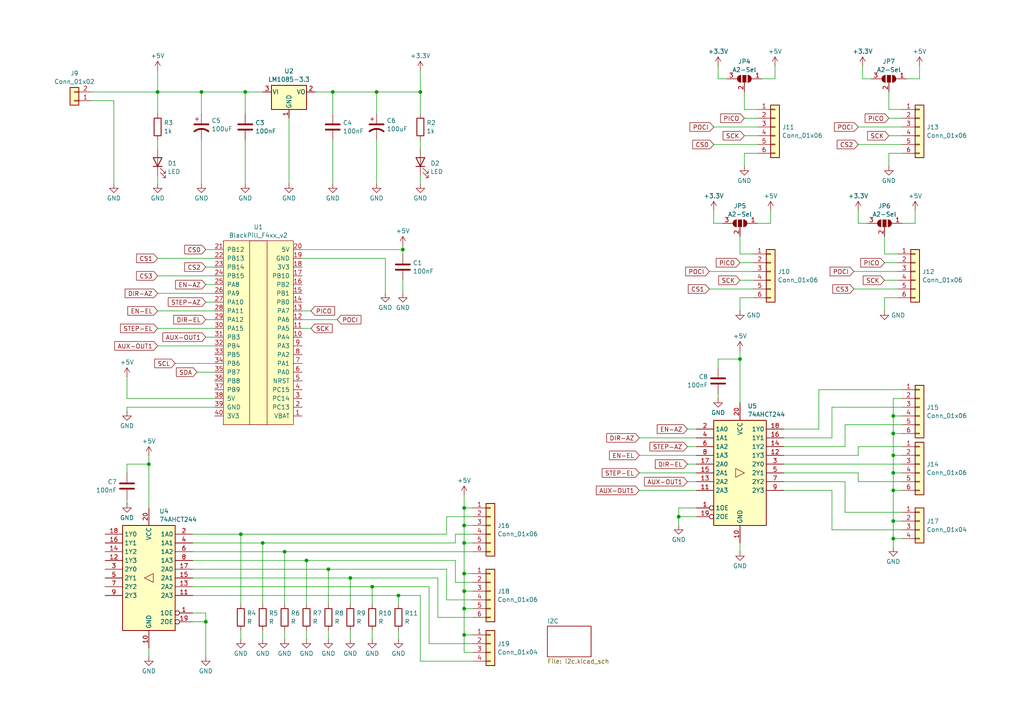
<source format=kicad_sch>
(kicad_sch
	(version 20231120)
	(generator "eeschema")
	(generator_version "8.0")
	(uuid "c1caf198-39aa-41db-9fe6-a03bb1951cde")
	(paper "A4")
	
	(junction
		(at 134.62 157.48)
		(diameter 0)
		(color 0 0 0 0)
		(uuid "0178c2bd-7e0a-47a1-9806-acd96fb6df3f")
	)
	(junction
		(at 45.72 26.67)
		(diameter 0)
		(color 0 0 0 0)
		(uuid "053b6d78-a754-4fdd-83cc-00c072db8a8e")
	)
	(junction
		(at 107.95 170.18)
		(diameter 0)
		(color 0 0 0 0)
		(uuid "083e1d37-4b3d-493d-a7c3-4bbe8afc80f7")
	)
	(junction
		(at 95.25 165.1)
		(diameter 0)
		(color 0 0 0 0)
		(uuid "13ee5076-23ad-4f21-b18c-c0cf0c14cb4b")
	)
	(junction
		(at 259.08 132.08)
		(diameter 0)
		(color 0 0 0 0)
		(uuid "2a22a0f7-ac75-4e9b-b0aa-044a481b6901")
	)
	(junction
		(at 88.9 162.56)
		(diameter 0)
		(color 0 0 0 0)
		(uuid "2f70c57c-066c-47c7-959f-16a276f4e1d6")
	)
	(junction
		(at 58.42 26.67)
		(diameter 0)
		(color 0 0 0 0)
		(uuid "30180804-8a51-4a80-a775-46444f2976e3")
	)
	(junction
		(at 109.22 26.67)
		(diameter 0)
		(color 0 0 0 0)
		(uuid "34c91c80-3ae0-40f1-988c-ca04de2eba24")
	)
	(junction
		(at 259.08 142.24)
		(diameter 0)
		(color 0 0 0 0)
		(uuid "4c237443-8baa-42e7-8778-868a6e2c8c67")
	)
	(junction
		(at 121.92 26.67)
		(diameter 0)
		(color 0 0 0 0)
		(uuid "4e338f85-c3f1-4bc4-ad1c-5b55a3056017")
	)
	(junction
		(at 259.08 137.16)
		(diameter 0)
		(color 0 0 0 0)
		(uuid "59703cda-93f3-4e59-a73b-8232d1be959f")
	)
	(junction
		(at 134.62 147.32)
		(diameter 0)
		(color 0 0 0 0)
		(uuid "63e3a44a-5685-46f5-b350-b34b43806400")
	)
	(junction
		(at 69.85 154.94)
		(diameter 0)
		(color 0 0 0 0)
		(uuid "6855dd30-90b7-4cdb-9ad0-6505e7e2b611")
	)
	(junction
		(at 134.62 166.37)
		(diameter 0)
		(color 0 0 0 0)
		(uuid "6cdedb91-8b27-4422-aeeb-ab3b18b16277")
	)
	(junction
		(at 134.62 176.53)
		(diameter 0)
		(color 0 0 0 0)
		(uuid "7ba07608-b007-4fba-a739-8f55c2366993")
	)
	(junction
		(at 134.62 152.4)
		(diameter 0)
		(color 0 0 0 0)
		(uuid "7c0c0135-ca18-4b79-b36d-21d1afcc8ec3")
	)
	(junction
		(at 214.63 104.14)
		(diameter 0)
		(color 0 0 0 0)
		(uuid "8ac0dd6d-6513-48c3-8f46-6ca01b0c3ee8")
	)
	(junction
		(at 76.2 157.48)
		(diameter 0)
		(color 0 0 0 0)
		(uuid "8e24277b-ebf9-43d9-acbb-239d5c307150")
	)
	(junction
		(at 259.08 156.21)
		(diameter 0)
		(color 0 0 0 0)
		(uuid "92e23385-5172-49e3-9bee-ec18b6418080")
	)
	(junction
		(at 134.62 184.15)
		(diameter 0)
		(color 0 0 0 0)
		(uuid "9a3ff032-bc60-4866-a2f2-6824b43f41f1")
	)
	(junction
		(at 101.6 167.64)
		(diameter 0)
		(color 0 0 0 0)
		(uuid "9aa7d8d7-945d-4cf7-b0fc-f416fd100cb1")
	)
	(junction
		(at 96.52 26.67)
		(diameter 0)
		(color 0 0 0 0)
		(uuid "a043115b-d2ec-48cd-b772-2a66c4003e8b")
	)
	(junction
		(at 134.62 171.45)
		(diameter 0)
		(color 0 0 0 0)
		(uuid "a505108d-3054-4789-8ae7-df76c8d666b6")
	)
	(junction
		(at 196.85 149.86)
		(diameter 0)
		(color 0 0 0 0)
		(uuid "a9b7e355-a174-415e-be9f-cd612b2dce34")
	)
	(junction
		(at 259.08 120.65)
		(diameter 0)
		(color 0 0 0 0)
		(uuid "ab1c9bbd-a632-4876-b3d0-6f5313bce5c2")
	)
	(junction
		(at 115.57 172.72)
		(diameter 0)
		(color 0 0 0 0)
		(uuid "b2484279-26e0-4290-98c7-64f2f103af3c")
	)
	(junction
		(at 116.84 72.39)
		(diameter 0)
		(color 0 0 0 0)
		(uuid "dd19121d-b811-449e-8462-04e04d4e0207")
	)
	(junction
		(at 259.08 151.13)
		(diameter 0)
		(color 0 0 0 0)
		(uuid "df5dd5c9-847b-4bc9-ad36-7ef1f5a36593")
	)
	(junction
		(at 259.08 125.73)
		(diameter 0)
		(color 0 0 0 0)
		(uuid "e510e66f-7a70-4fab-b49c-03afcfef8f9b")
	)
	(junction
		(at 71.12 26.67)
		(diameter 0)
		(color 0 0 0 0)
		(uuid "e5345c80-4399-4e75-af2b-0685f3b4cbcd")
	)
	(junction
		(at 43.18 134.62)
		(diameter 0)
		(color 0 0 0 0)
		(uuid "ef89ae4e-e27b-4990-98c1-66154eb4337e")
	)
	(junction
		(at 82.55 160.02)
		(diameter 0)
		(color 0 0 0 0)
		(uuid "f85b394f-fa45-419e-b737-6dbb2f9da894")
	)
	(junction
		(at 59.69 180.34)
		(diameter 0)
		(color 0 0 0 0)
		(uuid "ffe2dfc4-be22-4dfc-b437-c367b0e1ae4c")
	)
	(wire
		(pts
			(xy 134.62 143.51) (xy 134.62 147.32)
		)
		(stroke
			(width 0)
			(type default)
		)
		(uuid "00dcbc8f-6d69-4816-9d88-02c32ed5e54f")
	)
	(wire
		(pts
			(xy 69.85 182.88) (xy 69.85 185.42)
		)
		(stroke
			(width 0)
			(type default)
		)
		(uuid "027fc52d-06a4-4f4d-b867-97b93eda525b")
	)
	(wire
		(pts
			(xy 134.62 147.32) (xy 134.62 152.4)
		)
		(stroke
			(width 0)
			(type default)
		)
		(uuid "04cb8872-96c3-42d5-a162-5b2d40e124b4")
	)
	(wire
		(pts
			(xy 134.62 176.53) (xy 137.16 176.53)
		)
		(stroke
			(width 0)
			(type default)
		)
		(uuid "0555ba9b-94f6-4056-aab3-3092d5de2ac9")
	)
	(wire
		(pts
			(xy 36.83 118.11) (xy 62.23 118.11)
		)
		(stroke
			(width 0)
			(type default)
		)
		(uuid "07fa662e-215f-4bd9-a2e1-8b9944acd573")
	)
	(wire
		(pts
			(xy 121.92 50.8) (xy 121.92 53.34)
		)
		(stroke
			(width 0)
			(type default)
		)
		(uuid "08feb103-77a4-4727-b10b-ab7ae5b91d2a")
	)
	(wire
		(pts
			(xy 58.42 40.64) (xy 58.42 53.34)
		)
		(stroke
			(width 0)
			(type default)
		)
		(uuid "0c7e452e-7ee5-45b5-b22d-ba710fbcd10e")
	)
	(wire
		(pts
			(xy 134.62 171.45) (xy 137.16 171.45)
		)
		(stroke
			(width 0)
			(type default)
		)
		(uuid "0cc2b629-8d5d-4926-a155-81f38338533c")
	)
	(wire
		(pts
			(xy 137.16 173.99) (xy 129.54 173.99)
		)
		(stroke
			(width 0)
			(type default)
		)
		(uuid "0e021285-6fb4-42e7-b2c2-0db9096d6932")
	)
	(wire
		(pts
			(xy 87.63 72.39) (xy 116.84 72.39)
		)
		(stroke
			(width 0)
			(type default)
		)
		(uuid "0e0212c9-8c33-4d26-91e3-72d616eaad15")
	)
	(wire
		(pts
			(xy 262.89 22.86) (xy 266.7 22.86)
		)
		(stroke
			(width 0)
			(type default)
		)
		(uuid "0fd53a82-88e2-44f3-a0dc-1a9a3ecd004f")
	)
	(wire
		(pts
			(xy 43.18 134.62) (xy 43.18 147.32)
		)
		(stroke
			(width 0)
			(type default)
		)
		(uuid "11af728b-922e-4ee6-bdd4-adfb23b330e2")
	)
	(wire
		(pts
			(xy 208.28 106.68) (xy 208.28 104.14)
		)
		(stroke
			(width 0)
			(type default)
		)
		(uuid "168ebbc3-049e-4f54-bd81-4e5e84bc3ede")
	)
	(wire
		(pts
			(xy 107.95 170.18) (xy 124.46 170.18)
		)
		(stroke
			(width 0)
			(type default)
		)
		(uuid "1770ee0e-39b6-41d0-8546-23d8caec6485")
	)
	(wire
		(pts
			(xy 87.63 92.71) (xy 97.79 92.71)
		)
		(stroke
			(width 0)
			(type default)
		)
		(uuid "17d1163b-535f-4f14-9bd1-3781a7cd154f")
	)
	(wire
		(pts
			(xy 250.19 19.05) (xy 250.19 22.86)
		)
		(stroke
			(width 0)
			(type default)
		)
		(uuid "180ffebe-fb0d-4a7a-b124-d2cabe2d268f")
	)
	(wire
		(pts
			(xy 208.28 19.05) (xy 208.28 22.86)
		)
		(stroke
			(width 0)
			(type default)
		)
		(uuid "1a687efc-bc01-4711-b1c9-f5f03da6ed2e")
	)
	(wire
		(pts
			(xy 116.84 81.28) (xy 116.84 85.09)
		)
		(stroke
			(width 0)
			(type default)
		)
		(uuid "1c7faee6-36f5-4a95-8730-d2892c831425")
	)
	(wire
		(pts
			(xy 71.12 40.64) (xy 71.12 53.34)
		)
		(stroke
			(width 0)
			(type default)
		)
		(uuid "1d0d5e65-0742-446b-a1b8-fb58ee00cc62")
	)
	(wire
		(pts
			(xy 196.85 149.86) (xy 196.85 152.4)
		)
		(stroke
			(width 0)
			(type default)
		)
		(uuid "208ad7bd-9172-4247-92be-7c981e322359")
	)
	(wire
		(pts
			(xy 109.22 40.64) (xy 109.22 53.34)
		)
		(stroke
			(width 0)
			(type default)
		)
		(uuid "21e3cc21-d788-4061-8671-4e706e182b30")
	)
	(wire
		(pts
			(xy 134.62 176.53) (xy 134.62 184.15)
		)
		(stroke
			(width 0)
			(type default)
		)
		(uuid "233ef007-88f5-4874-af33-a9279ad47ade")
	)
	(wire
		(pts
			(xy 259.08 137.16) (xy 261.62 137.16)
		)
		(stroke
			(width 0)
			(type default)
		)
		(uuid "270584c3-c13d-472a-ac89-7ad168480647")
	)
	(wire
		(pts
			(xy 95.25 182.88) (xy 95.25 185.42)
		)
		(stroke
			(width 0)
			(type default)
		)
		(uuid "27160a86-13ee-4e96-9918-ef2d1db7a06a")
	)
	(wire
		(pts
			(xy 55.88 177.8) (xy 59.69 177.8)
		)
		(stroke
			(width 0)
			(type default)
		)
		(uuid "287f1eb1-efff-4aa6-a9bd-a01d53136689")
	)
	(wire
		(pts
			(xy 57.15 107.95) (xy 62.23 107.95)
		)
		(stroke
			(width 0)
			(type default)
		)
		(uuid "29b541e0-3a38-4915-850c-467d4aa7c67c")
	)
	(wire
		(pts
			(xy 185.42 142.24) (xy 201.93 142.24)
		)
		(stroke
			(width 0)
			(type default)
		)
		(uuid "2b6ee5a5-292a-4f92-b0c3-579527565104")
	)
	(wire
		(pts
			(xy 45.72 80.01) (xy 62.23 80.01)
		)
		(stroke
			(width 0)
			(type default)
		)
		(uuid "2b965b8c-a7cc-4a39-b73f-188d410a17ba")
	)
	(wire
		(pts
			(xy 96.52 26.67) (xy 109.22 26.67)
		)
		(stroke
			(width 0)
			(type default)
		)
		(uuid "2d33a81e-e531-40bd-a902-1ab6eb496027")
	)
	(wire
		(pts
			(xy 45.72 50.8) (xy 45.72 53.34)
		)
		(stroke
			(width 0)
			(type default)
		)
		(uuid "2e5fbcc3-911b-4f7d-8635-da10430ecdf4")
	)
	(wire
		(pts
			(xy 88.9 162.56) (xy 55.88 162.56)
		)
		(stroke
			(width 0)
			(type default)
		)
		(uuid "2e706cbf-055d-43ac-b365-2cdc04088f94")
	)
	(wire
		(pts
			(xy 261.62 44.45) (xy 257.81 44.45)
		)
		(stroke
			(width 0)
			(type default)
		)
		(uuid "2eed5c52-d276-4b27-8351-32148b4eda07")
	)
	(wire
		(pts
			(xy 134.62 152.4) (xy 137.16 152.4)
		)
		(stroke
			(width 0)
			(type default)
		)
		(uuid "2f2f60df-1eb7-4420-bbd0-413f3094b53e")
	)
	(wire
		(pts
			(xy 50.8 105.41) (xy 62.23 105.41)
		)
		(stroke
			(width 0)
			(type default)
		)
		(uuid "30113e4d-506a-46a0-b8ac-5fcfb77d252c")
	)
	(wire
		(pts
			(xy 36.83 109.22) (xy 36.83 115.57)
		)
		(stroke
			(width 0)
			(type default)
		)
		(uuid "3026f348-33d8-439f-aec6-cb949e2180a8")
	)
	(wire
		(pts
			(xy 121.92 26.67) (xy 121.92 33.02)
		)
		(stroke
			(width 0)
			(type default)
		)
		(uuid "3045edf0-f42a-4943-8f4c-c3ad3979a285")
	)
	(wire
		(pts
			(xy 45.72 95.25) (xy 62.23 95.25)
		)
		(stroke
			(width 0)
			(type default)
		)
		(uuid "304cbe2e-eac1-43c9-9d81-c67c81ff9dbb")
	)
	(wire
		(pts
			(xy 36.83 119.38) (xy 36.83 118.11)
		)
		(stroke
			(width 0)
			(type default)
		)
		(uuid "30c6d308-ecf0-434e-bebc-d75edfdaf963")
	)
	(wire
		(pts
			(xy 237.49 124.46) (xy 227.33 124.46)
		)
		(stroke
			(width 0)
			(type default)
		)
		(uuid "30dd93f3-cda7-4a90-bba2-90a1f5829e3f")
	)
	(wire
		(pts
			(xy 116.84 72.39) (xy 116.84 73.66)
		)
		(stroke
			(width 0)
			(type default)
		)
		(uuid "33bc6786-aeeb-4049-a2c5-03259e244d85")
	)
	(wire
		(pts
			(xy 257.81 26.67) (xy 257.81 31.75)
		)
		(stroke
			(width 0)
			(type default)
		)
		(uuid "33d67b0b-00e4-4d65-9b79-7046052d062f")
	)
	(wire
		(pts
			(xy 121.92 191.77) (xy 137.16 191.77)
		)
		(stroke
			(width 0)
			(type default)
		)
		(uuid "3818f2e9-2a9b-4fd9-bfcf-123327878d5e")
	)
	(wire
		(pts
			(xy 107.95 182.88) (xy 107.95 185.42)
		)
		(stroke
			(width 0)
			(type default)
		)
		(uuid "38216aaf-c0f2-4e8c-a747-c910e6084ad0")
	)
	(wire
		(pts
			(xy 109.22 26.67) (xy 121.92 26.67)
		)
		(stroke
			(width 0)
			(type default)
		)
		(uuid "3a348185-b2c4-4998-8ba6-35e14ccf2faa")
	)
	(wire
		(pts
			(xy 219.71 44.45) (xy 215.9 44.45)
		)
		(stroke
			(width 0)
			(type default)
		)
		(uuid "3d0b595f-ecda-4982-a5e4-31b2a6bbbde5")
	)
	(wire
		(pts
			(xy 259.08 151.13) (xy 261.62 151.13)
		)
		(stroke
			(width 0)
			(type default)
		)
		(uuid "3d60634f-875e-43a0-8fc8-283d21524b10")
	)
	(wire
		(pts
			(xy 199.39 124.46) (xy 201.93 124.46)
		)
		(stroke
			(width 0)
			(type default)
		)
		(uuid "3dfe7eee-0352-474e-8fbb-2b592bd86e23")
	)
	(wire
		(pts
			(xy 121.92 26.67) (xy 121.92 20.32)
		)
		(stroke
			(width 0)
			(type default)
		)
		(uuid "3e06aa41-527a-4fd0-b277-1ad97a7ccf29")
	)
	(wire
		(pts
			(xy 132.08 168.91) (xy 132.08 162.56)
		)
		(stroke
			(width 0)
			(type default)
		)
		(uuid "3efe059a-fc56-4170-ab59-e1569082309f")
	)
	(wire
		(pts
			(xy 207.01 41.91) (xy 219.71 41.91)
		)
		(stroke
			(width 0)
			(type default)
		)
		(uuid "404d48cf-8ea2-41f7-9458-1b9888866361")
	)
	(wire
		(pts
			(xy 134.62 152.4) (xy 134.62 157.48)
		)
		(stroke
			(width 0)
			(type default)
		)
		(uuid "406a018f-152c-42c9-b642-4fa61f62b209")
	)
	(wire
		(pts
			(xy 129.54 154.94) (xy 69.85 154.94)
		)
		(stroke
			(width 0)
			(type default)
		)
		(uuid "414a7750-1f69-4dad-ae9c-9f50e33f1b58")
	)
	(wire
		(pts
			(xy 245.11 129.54) (xy 227.33 129.54)
		)
		(stroke
			(width 0)
			(type default)
		)
		(uuid "43a425d7-4974-484d-9988-26ee5c2b72af")
	)
	(wire
		(pts
			(xy 261.62 139.7) (xy 248.92 139.7)
		)
		(stroke
			(width 0)
			(type default)
		)
		(uuid "445e3e21-fb9c-49f0-aa0b-ce19fa6e90f9")
	)
	(wire
		(pts
			(xy 227.33 142.24) (xy 241.3 142.24)
		)
		(stroke
			(width 0)
			(type default)
		)
		(uuid "454a43f2-f276-463f-adcf-97caf8e31c96")
	)
	(wire
		(pts
			(xy 248.92 132.08) (xy 227.33 132.08)
		)
		(stroke
			(width 0)
			(type default)
		)
		(uuid "4716f362-f676-4e7c-8fe9-8476285effef")
	)
	(wire
		(pts
			(xy 55.88 172.72) (xy 115.57 172.72)
		)
		(stroke
			(width 0)
			(type default)
		)
		(uuid "4a05a5cd-c898-4191-b730-6b429b35ec21")
	)
	(wire
		(pts
			(xy 208.28 114.3) (xy 208.28 115.57)
		)
		(stroke
			(width 0)
			(type default)
		)
		(uuid "4b98e17b-0704-41dd-9abe-2961c0506501")
	)
	(wire
		(pts
			(xy 124.46 186.69) (xy 137.16 186.69)
		)
		(stroke
			(width 0)
			(type default)
		)
		(uuid "4d7a9f0f-e004-40ca-9f88-32deb3f36efa")
	)
	(wire
		(pts
			(xy 82.55 160.02) (xy 137.16 160.02)
		)
		(stroke
			(width 0)
			(type default)
		)
		(uuid "4e64a848-e1af-46af-8e2e-30f57a18ddbd")
	)
	(wire
		(pts
			(xy 95.25 165.1) (xy 129.54 165.1)
		)
		(stroke
			(width 0)
			(type default)
		)
		(uuid "4eb3ba6a-1192-4c51-be91-0f7644aeff4e")
	)
	(wire
		(pts
			(xy 95.25 165.1) (xy 95.25 175.26)
		)
		(stroke
			(width 0)
			(type default)
		)
		(uuid "4fec17ee-2fb1-4e29-9ed9-513e89fe610d")
	)
	(wire
		(pts
			(xy 101.6 167.64) (xy 101.6 175.26)
		)
		(stroke
			(width 0)
			(type default)
		)
		(uuid "508f932b-b6dd-43bc-ada4-55940890d730")
	)
	(wire
		(pts
			(xy 96.52 40.64) (xy 96.52 53.34)
		)
		(stroke
			(width 0)
			(type default)
		)
		(uuid "50aa3d97-997d-4fd6-ab54-567b482f45ea")
	)
	(wire
		(pts
			(xy 248.92 129.54) (xy 248.92 132.08)
		)
		(stroke
			(width 0)
			(type default)
		)
		(uuid "5321a063-6a51-4eb1-aa62-f65f235e0f12")
	)
	(wire
		(pts
			(xy 265.43 64.77) (xy 265.43 60.96)
		)
		(stroke
			(width 0)
			(type default)
		)
		(uuid "53a1d026-179d-426a-882c-5ce0add475ee")
	)
	(wire
		(pts
			(xy 257.81 34.29) (xy 261.62 34.29)
		)
		(stroke
			(width 0)
			(type default)
		)
		(uuid "53d771fc-9657-4eb2-a128-ec5da09da939")
	)
	(wire
		(pts
			(xy 121.92 172.72) (xy 121.92 191.77)
		)
		(stroke
			(width 0)
			(type default)
		)
		(uuid "53d95bfa-93f2-49c0-a54b-2fe4c2f91756")
	)
	(wire
		(pts
			(xy 241.3 153.67) (xy 261.62 153.67)
		)
		(stroke
			(width 0)
			(type default)
		)
		(uuid "54262ca3-ac68-4a62-a405-f26825392842")
	)
	(wire
		(pts
			(xy 101.6 167.64) (xy 55.88 167.64)
		)
		(stroke
			(width 0)
			(type default)
		)
		(uuid "547822b7-8261-41f4-9761-b7f753d39513")
	)
	(wire
		(pts
			(xy 224.79 22.86) (xy 224.79 19.05)
		)
		(stroke
			(width 0)
			(type default)
		)
		(uuid "552848fa-2540-40fe-a2ec-740a859d829c")
	)
	(wire
		(pts
			(xy 207.01 64.77) (xy 209.55 64.77)
		)
		(stroke
			(width 0)
			(type default)
		)
		(uuid "55a7022a-0d03-4d11-ba65-900e0aa329e5")
	)
	(wire
		(pts
			(xy 250.19 22.86) (xy 252.73 22.86)
		)
		(stroke
			(width 0)
			(type default)
		)
		(uuid "5684e5cf-6465-4960-8753-b85d8aa62bb9")
	)
	(wire
		(pts
			(xy 124.46 170.18) (xy 124.46 186.69)
		)
		(stroke
			(width 0)
			(type default)
		)
		(uuid "56921b23-ae4d-4013-a6e5-4d0f2d0c914e")
	)
	(wire
		(pts
			(xy 121.92 40.64) (xy 121.92 43.18)
		)
		(stroke
			(width 0)
			(type default)
		)
		(uuid "5760cb29-1335-4b83-b163-d4aba02f07d4")
	)
	(wire
		(pts
			(xy 55.88 180.34) (xy 59.69 180.34)
		)
		(stroke
			(width 0)
			(type default)
		)
		(uuid "59c71e52-97ab-4a28-bf3e-b0140827f9b8")
	)
	(wire
		(pts
			(xy 127 179.07) (xy 127 167.64)
		)
		(stroke
			(width 0)
			(type default)
		)
		(uuid "5a274ee4-5bc4-477c-b41b-8dccb3049ac3")
	)
	(wire
		(pts
			(xy 109.22 26.67) (xy 109.22 33.02)
		)
		(stroke
			(width 0)
			(type default)
		)
		(uuid "5b8c8116-deb3-4d7b-b410-a2763f24add4")
	)
	(wire
		(pts
			(xy 248.92 41.91) (xy 261.62 41.91)
		)
		(stroke
			(width 0)
			(type default)
		)
		(uuid "5bae489a-548e-417e-947c-9c6dc3eea9aa")
	)
	(wire
		(pts
			(xy 214.63 157.48) (xy 214.63 160.02)
		)
		(stroke
			(width 0)
			(type default)
		)
		(uuid "5d473302-3f88-4d6d-8355-2bdec71d0073")
	)
	(wire
		(pts
			(xy 45.72 26.67) (xy 45.72 33.02)
		)
		(stroke
			(width 0)
			(type default)
		)
		(uuid "5fc43854-b24e-4b02-a34e-df96ee03167e")
	)
	(wire
		(pts
			(xy 256.54 86.36) (xy 256.54 90.17)
		)
		(stroke
			(width 0)
			(type default)
		)
		(uuid "5fe3e5ff-91be-4c6d-b6b6-1c2ce92fadb0")
	)
	(wire
		(pts
			(xy 71.12 26.67) (xy 76.2 26.67)
		)
		(stroke
			(width 0)
			(type default)
		)
		(uuid "61118c49-867a-4e1b-9e0b-b5ab3dba1810")
	)
	(wire
		(pts
			(xy 137.16 149.86) (xy 129.54 149.86)
		)
		(stroke
			(width 0)
			(type default)
		)
		(uuid "62e4cd9b-f1c8-4561-9340-cc241cccc774")
	)
	(wire
		(pts
			(xy 95.25 165.1) (xy 55.88 165.1)
		)
		(stroke
			(width 0)
			(type default)
		)
		(uuid "63fb8e73-04ea-43f7-8efd-d881f4e4683b")
	)
	(wire
		(pts
			(xy 88.9 162.56) (xy 132.08 162.56)
		)
		(stroke
			(width 0)
			(type default)
		)
		(uuid "64376b32-61d4-444a-a148-4da9765a165f")
	)
	(wire
		(pts
			(xy 185.42 137.16) (xy 201.93 137.16)
		)
		(stroke
			(width 0)
			(type default)
		)
		(uuid "649858b2-b4bc-4312-ab53-d90d3ac1ebcf")
	)
	(wire
		(pts
			(xy 260.35 86.36) (xy 256.54 86.36)
		)
		(stroke
			(width 0)
			(type default)
		)
		(uuid "64dd1bfa-9219-495e-a36f-023af554172a")
	)
	(wire
		(pts
			(xy 199.39 139.7) (xy 201.93 139.7)
		)
		(stroke
			(width 0)
			(type default)
		)
		(uuid "66eb54a8-d868-4457-bc0f-61e64433344f")
	)
	(wire
		(pts
			(xy 59.69 82.55) (xy 62.23 82.55)
		)
		(stroke
			(width 0)
			(type default)
		)
		(uuid "69aaba23-a02b-41b3-a14a-8dc81668ea9f")
	)
	(wire
		(pts
			(xy 261.62 125.73) (xy 259.08 125.73)
		)
		(stroke
			(width 0)
			(type default)
		)
		(uuid "6b485eda-8941-43c3-9341-ca0028b62cdd")
	)
	(wire
		(pts
			(xy 219.71 31.75) (xy 215.9 31.75)
		)
		(stroke
			(width 0)
			(type default)
		)
		(uuid "6dcb020b-c8f5-4f98-b0d9-f3a75654e779")
	)
	(wire
		(pts
			(xy 45.72 100.33) (xy 62.23 100.33)
		)
		(stroke
			(width 0)
			(type default)
		)
		(uuid "6e995bf0-0738-4af2-b2b8-0a88e2c22597")
	)
	(wire
		(pts
			(xy 208.28 104.14) (xy 214.63 104.14)
		)
		(stroke
			(width 0)
			(type default)
		)
		(uuid "707e7a83-7b69-42d0-9c80-41d68d3d2f7c")
	)
	(wire
		(pts
			(xy 76.2 157.48) (xy 132.08 157.48)
		)
		(stroke
			(width 0)
			(type default)
		)
		(uuid "716ead42-c8f7-4bda-940f-414aab43e635")
	)
	(wire
		(pts
			(xy 59.69 72.39) (xy 62.23 72.39)
		)
		(stroke
			(width 0)
			(type default)
		)
		(uuid "71b45e69-89b3-49ca-9987-85d9c78b637c")
	)
	(wire
		(pts
			(xy 82.55 182.88) (xy 82.55 185.42)
		)
		(stroke
			(width 0)
			(type default)
		)
		(uuid "75a8f142-4242-46c9-834a-4f6b943ba8dc")
	)
	(wire
		(pts
			(xy 248.92 64.77) (xy 251.46 64.77)
		)
		(stroke
			(width 0)
			(type default)
		)
		(uuid "787386e5-c190-4074-ba58-1aa6f7f6501d")
	)
	(wire
		(pts
			(xy 259.08 132.08) (xy 259.08 137.16)
		)
		(stroke
			(width 0)
			(type default)
		)
		(uuid "78f305e4-6637-4d1e-a062-737e937c10bf")
	)
	(wire
		(pts
			(xy 83.82 34.29) (xy 83.82 53.34)
		)
		(stroke
			(width 0)
			(type default)
		)
		(uuid "799cc251-1da4-4e0b-b3bd-71b377383b9e")
	)
	(wire
		(pts
			(xy 58.42 26.67) (xy 45.72 26.67)
		)
		(stroke
			(width 0)
			(type default)
		)
		(uuid "79e801b9-2328-45a8-be68-e95a6a7e1690")
	)
	(wire
		(pts
			(xy 227.33 139.7) (xy 245.11 139.7)
		)
		(stroke
			(width 0)
			(type default)
		)
		(uuid "7cfc98f0-556c-41b2-bf34-8861e2ba8dd2")
	)
	(wire
		(pts
			(xy 71.12 26.67) (xy 71.12 33.02)
		)
		(stroke
			(width 0)
			(type default)
		)
		(uuid "7f0643f6-3826-4ee7-afd7-ad747b65a74b")
	)
	(wire
		(pts
			(xy 55.88 170.18) (xy 107.95 170.18)
		)
		(stroke
			(width 0)
			(type default)
		)
		(uuid "7f26da72-15ca-4fa8-9bc6-4b6d2899cfa9")
	)
	(wire
		(pts
			(xy 205.74 83.82) (xy 218.44 83.82)
		)
		(stroke
			(width 0)
			(type default)
		)
		(uuid "81376fa9-4865-4958-b3cd-467ac49824c5")
	)
	(wire
		(pts
			(xy 215.9 26.67) (xy 215.9 31.75)
		)
		(stroke
			(width 0)
			(type default)
		)
		(uuid "82538ae7-172d-4a8c-ae87-7b09e617fbf6")
	)
	(wire
		(pts
			(xy 257.81 44.45) (xy 257.81 48.26)
		)
		(stroke
			(width 0)
			(type default)
		)
		(uuid "854fa227-9626-4f09-ae6e-fa58a27f453f")
	)
	(wire
		(pts
			(xy 260.35 73.66) (xy 256.54 73.66)
		)
		(stroke
			(width 0)
			(type default)
		)
		(uuid "85eba505-4e18-498b-8cb7-007d9efe2d4b")
	)
	(wire
		(pts
			(xy 214.63 104.14) (xy 214.63 116.84)
		)
		(stroke
			(width 0)
			(type default)
		)
		(uuid "873ec176-ec9a-4ffc-9264-07ac81179b04")
	)
	(wire
		(pts
			(xy 59.69 77.47) (xy 62.23 77.47)
		)
		(stroke
			(width 0)
			(type default)
		)
		(uuid "8750eb36-0159-4fcc-a575-6cd5e9f1ab22")
	)
	(wire
		(pts
			(xy 134.62 147.32) (xy 137.16 147.32)
		)
		(stroke
			(width 0)
			(type default)
		)
		(uuid "8810fd35-222b-4892-b433-5f0606d237a5")
	)
	(wire
		(pts
			(xy 214.63 76.2) (xy 218.44 76.2)
		)
		(stroke
			(width 0)
			(type default)
		)
		(uuid "88d9404d-7e2d-4c85-97bd-aea3963a9ee9")
	)
	(wire
		(pts
			(xy 247.65 78.74) (xy 260.35 78.74)
		)
		(stroke
			(width 0)
			(type default)
		)
		(uuid "899ada8a-9d73-4bfe-bc16-6f19c5a15703")
	)
	(wire
		(pts
			(xy 36.83 137.16) (xy 36.83 134.62)
		)
		(stroke
			(width 0)
			(type default)
		)
		(uuid "8a31beea-5403-4f6d-9472-c1f4e166986a")
	)
	(wire
		(pts
			(xy 205.74 78.74) (xy 218.44 78.74)
		)
		(stroke
			(width 0)
			(type default)
		)
		(uuid "8b4fdc3c-c2b0-47ef-9377-434063914675")
	)
	(wire
		(pts
			(xy 261.62 129.54) (xy 248.92 129.54)
		)
		(stroke
			(width 0)
			(type default)
		)
		(uuid "8b59d4ec-3fbb-48ce-85fc-5ee6a7af4714")
	)
	(wire
		(pts
			(xy 134.62 184.15) (xy 137.16 184.15)
		)
		(stroke
			(width 0)
			(type default)
		)
		(uuid "8bcb9a7e-bfa9-4fd7-8b86-9aeeff72d4ad")
	)
	(wire
		(pts
			(xy 248.92 137.16) (xy 227.33 137.16)
		)
		(stroke
			(width 0)
			(type default)
		)
		(uuid "8be5a974-0eae-447b-b932-fab4388aeeb4")
	)
	(wire
		(pts
			(xy 134.62 171.45) (xy 134.62 176.53)
		)
		(stroke
			(width 0)
			(type default)
		)
		(uuid "8bf40ca8-8f1c-471a-942a-567b10be294a")
	)
	(wire
		(pts
			(xy 241.3 142.24) (xy 241.3 153.67)
		)
		(stroke
			(width 0)
			(type default)
		)
		(uuid "8c7c479b-1bb0-4855-bb30-b6d8435b8cd2")
	)
	(wire
		(pts
			(xy 134.62 184.15) (xy 134.62 189.23)
		)
		(stroke
			(width 0)
			(type default)
		)
		(uuid "8c876b7c-9a53-455e-8443-c3ef588492c9")
	)
	(wire
		(pts
			(xy 76.2 182.88) (xy 76.2 185.42)
		)
		(stroke
			(width 0)
			(type default)
		)
		(uuid "8da032c8-0276-475a-a7a7-facc574720db")
	)
	(wire
		(pts
			(xy 134.62 166.37) (xy 134.62 171.45)
		)
		(stroke
			(width 0)
			(type default)
		)
		(uuid "8dbbb99b-fb16-44c6-a250-80359b46c93c")
	)
	(wire
		(pts
			(xy 69.85 154.94) (xy 69.85 175.26)
		)
		(stroke
			(width 0)
			(type default)
		)
		(uuid "8e46b061-56d9-48d1-94c9-fdf064fa7458")
	)
	(wire
		(pts
			(xy 134.62 189.23) (xy 137.16 189.23)
		)
		(stroke
			(width 0)
			(type default)
		)
		(uuid "8e77a253-5668-49f3-bade-dd0bcf25267a")
	)
	(wire
		(pts
			(xy 261.62 123.19) (xy 245.11 123.19)
		)
		(stroke
			(width 0)
			(type default)
		)
		(uuid "90aed78d-7855-4489-9326-9913e963a33c")
	)
	(wire
		(pts
			(xy 45.72 90.17) (xy 62.23 90.17)
		)
		(stroke
			(width 0)
			(type default)
		)
		(uuid "90ee3d64-2da0-49ff-b062-52456b9fb5f0")
	)
	(wire
		(pts
			(xy 185.42 127) (xy 201.93 127)
		)
		(stroke
			(width 0)
			(type default)
		)
		(uuid "91743d20-006c-4b13-86a4-f27e4e2f063f")
	)
	(wire
		(pts
			(xy 199.39 134.62) (xy 201.93 134.62)
		)
		(stroke
			(width 0)
			(type default)
		)
		(uuid "937fc5fd-173a-4a74-a8c1-f234dfd90c1a")
	)
	(wire
		(pts
			(xy 43.18 132.08) (xy 43.18 134.62)
		)
		(stroke
			(width 0)
			(type default)
		)
		(uuid "951c77b6-c8f0-4639-82ef-e99015919294")
	)
	(wire
		(pts
			(xy 261.62 120.65) (xy 259.08 120.65)
		)
		(stroke
			(width 0)
			(type default)
		)
		(uuid "96c8ce58-a8b2-4bee-a22d-94dcb9ad2454")
	)
	(wire
		(pts
			(xy 58.42 26.67) (xy 71.12 26.67)
		)
		(stroke
			(width 0)
			(type default)
		)
		(uuid "971b5afe-30ee-461c-839b-bc3e1d692207")
	)
	(wire
		(pts
			(xy 259.08 120.65) (xy 259.08 125.73)
		)
		(stroke
			(width 0)
			(type default)
		)
		(uuid "977e6033-db4b-4dd7-95f0-53e67069a4cf")
	)
	(wire
		(pts
			(xy 76.2 157.48) (xy 55.88 157.48)
		)
		(stroke
			(width 0)
			(type default)
		)
		(uuid "984b724b-1ad3-4b18-b949-5c4097e484b8")
	)
	(wire
		(pts
			(xy 111.76 74.93) (xy 111.76 85.09)
		)
		(stroke
			(width 0)
			(type default)
		)
		(uuid "9b3bd2fe-00f7-42d6-8ce2-b9e19ed79d7c")
	)
	(wire
		(pts
			(xy 259.08 142.24) (xy 261.62 142.24)
		)
		(stroke
			(width 0)
			(type default)
		)
		(uuid "9b463686-c0f1-4132-818b-573ac27f13a1")
	)
	(wire
		(pts
			(xy 207.01 36.83) (xy 219.71 36.83)
		)
		(stroke
			(width 0)
			(type default)
		)
		(uuid "9d384aed-d53d-4331-adca-bb3137476f65")
	)
	(wire
		(pts
			(xy 241.3 127) (xy 227.33 127)
		)
		(stroke
			(width 0)
			(type default)
		)
		(uuid "9dfee40b-e332-4012-a189-34110e8677ed")
	)
	(wire
		(pts
			(xy 55.88 160.02) (xy 82.55 160.02)
		)
		(stroke
			(width 0)
			(type default)
		)
		(uuid "9e417fad-1cc6-47c6-b085-f33c286a30c0")
	)
	(wire
		(pts
			(xy 134.62 157.48) (xy 134.62 166.37)
		)
		(stroke
			(width 0)
			(type default)
		)
		(uuid "9e48ee58-2cab-45b3-b401-9d0d58ca332b")
	)
	(wire
		(pts
			(xy 248.92 36.83) (xy 261.62 36.83)
		)
		(stroke
			(width 0)
			(type default)
		)
		(uuid "a0db5ab8-7ca7-4c82-a711-67c8556ec986")
	)
	(wire
		(pts
			(xy 59.69 87.63) (xy 62.23 87.63)
		)
		(stroke
			(width 0)
			(type default)
		)
		(uuid "a1770914-25c3-491d-8a42-895c0a28ae36")
	)
	(wire
		(pts
			(xy 115.57 182.88) (xy 115.57 185.42)
		)
		(stroke
			(width 0)
			(type default)
		)
		(uuid "a1898a72-6407-4144-99be-a1b47b80c9a1")
	)
	(wire
		(pts
			(xy 261.62 115.57) (xy 259.08 115.57)
		)
		(stroke
			(width 0)
			(type default)
		)
		(uuid "a3a3cbd6-b3cc-48b2-bcfb-e83e5cd6bbd7")
	)
	(wire
		(pts
			(xy 214.63 68.58) (xy 214.63 73.66)
		)
		(stroke
			(width 0)
			(type default)
		)
		(uuid "a3e9a1a6-95b5-4690-9780-62a31020695d")
	)
	(wire
		(pts
			(xy 115.57 172.72) (xy 115.57 175.26)
		)
		(stroke
			(width 0)
			(type default)
		)
		(uuid "a405fb94-2fdb-4305-a40e-af9c37cda40a")
	)
	(wire
		(pts
			(xy 257.81 39.37) (xy 261.62 39.37)
		)
		(stroke
			(width 0)
			(type default)
		)
		(uuid "a445fb59-d980-4d15-9530-497288844f08")
	)
	(wire
		(pts
			(xy 87.63 95.25) (xy 90.17 95.25)
		)
		(stroke
			(width 0)
			(type default)
		)
		(uuid "a516b831-66ec-4783-9185-7e07959b810f")
	)
	(wire
		(pts
			(xy 259.08 115.57) (xy 259.08 120.65)
		)
		(stroke
			(width 0)
			(type default)
		)
		(uuid "a7c93bfc-b887-4997-8ce9-a7bd5e5ff2a7")
	)
	(wire
		(pts
			(xy 259.08 151.13) (xy 259.08 156.21)
		)
		(stroke
			(width 0)
			(type default)
		)
		(uuid "a990893d-5e01-4f04-997c-5b59a25fa679")
	)
	(wire
		(pts
			(xy 223.52 64.77) (xy 223.52 60.96)
		)
		(stroke
			(width 0)
			(type default)
		)
		(uuid "ab4ae984-a938-4fe8-ab4d-05d9b11cb09e")
	)
	(wire
		(pts
			(xy 248.92 60.96) (xy 248.92 64.77)
		)
		(stroke
			(width 0)
			(type default)
		)
		(uuid "ab9406bf-b14e-45b1-a260-996cacc30a19")
	)
	(wire
		(pts
			(xy 261.62 64.77) (xy 265.43 64.77)
		)
		(stroke
			(width 0)
			(type default)
		)
		(uuid "aba8aafa-57b4-43ae-8c35-4395cf1d4da7")
	)
	(wire
		(pts
			(xy 132.08 154.94) (xy 132.08 157.48)
		)
		(stroke
			(width 0)
			(type default)
		)
		(uuid "ae4644d9-4290-4721-b29c-a7b7bb194937")
	)
	(wire
		(pts
			(xy 196.85 147.32) (xy 201.93 147.32)
		)
		(stroke
			(width 0)
			(type default)
		)
		(uuid "b032b682-fbc3-47e3-83ce-2b2903a49421")
	)
	(wire
		(pts
			(xy 137.16 168.91) (xy 132.08 168.91)
		)
		(stroke
			(width 0)
			(type default)
		)
		(uuid "b15fad58-86ad-427e-802b-9b4f6d82e1eb")
	)
	(wire
		(pts
			(xy 259.08 132.08) (xy 261.62 132.08)
		)
		(stroke
			(width 0)
			(type default)
		)
		(uuid "b2c38cbf-0135-4287-b57a-46707872bce8")
	)
	(wire
		(pts
			(xy 59.69 180.34) (xy 59.69 190.5)
		)
		(stroke
			(width 0)
			(type default)
		)
		(uuid "b2f37d18-1ce8-446b-b906-99ea123d9b8f")
	)
	(wire
		(pts
			(xy 241.3 118.11) (xy 241.3 127)
		)
		(stroke
			(width 0)
			(type default)
		)
		(uuid "b367be8a-db65-4c95-bcfd-eafb24d60cde")
	)
	(wire
		(pts
			(xy 261.62 148.59) (xy 245.11 148.59)
		)
		(stroke
			(width 0)
			(type default)
		)
		(uuid "b4520b18-cd49-4dc3-ab0e-cbb20b069067")
	)
	(wire
		(pts
			(xy 215.9 44.45) (xy 215.9 48.26)
		)
		(stroke
			(width 0)
			(type default)
		)
		(uuid "b47e5eba-a876-4625-88aa-6b41dc889dcc")
	)
	(wire
		(pts
			(xy 259.08 156.21) (xy 261.62 156.21)
		)
		(stroke
			(width 0)
			(type default)
		)
		(uuid "b69f05b3-7938-4e84-9046-aa1b61320e06")
	)
	(wire
		(pts
			(xy 208.28 22.86) (xy 210.82 22.86)
		)
		(stroke
			(width 0)
			(type default)
		)
		(uuid "b6c1364a-1a3b-46ec-85f3-de1881994737")
	)
	(wire
		(pts
			(xy 218.44 86.36) (xy 214.63 86.36)
		)
		(stroke
			(width 0)
			(type default)
		)
		(uuid "b6c4ecc5-8993-46ae-94dc-b6e743775957")
	)
	(wire
		(pts
			(xy 134.62 166.37) (xy 137.16 166.37)
		)
		(stroke
			(width 0)
			(type default)
		)
		(uuid "b876bcf9-58a3-453d-9b69-ab3bd72a3048")
	)
	(wire
		(pts
			(xy 45.72 74.93) (xy 62.23 74.93)
		)
		(stroke
			(width 0)
			(type default)
		)
		(uuid "b8b06fbf-5ebf-40d2-8b10-316071e76c6c")
	)
	(wire
		(pts
			(xy 214.63 101.6) (xy 214.63 104.14)
		)
		(stroke
			(width 0)
			(type default)
		)
		(uuid "b91d6091-ce38-4047-bd3f-4d1db9de0ee4")
	)
	(wire
		(pts
			(xy 261.62 31.75) (xy 257.81 31.75)
		)
		(stroke
			(width 0)
			(type default)
		)
		(uuid "b9578cbc-5b5c-4faa-b911-663cc7990e85")
	)
	(wire
		(pts
			(xy 199.39 129.54) (xy 201.93 129.54)
		)
		(stroke
			(width 0)
			(type default)
		)
		(uuid "ba3df941-bb4b-4ae0-b8e9-7fe758cc6329")
	)
	(wire
		(pts
			(xy 259.08 156.21) (xy 259.08 158.75)
		)
		(stroke
			(width 0)
			(type default)
		)
		(uuid "bd660b40-d2f6-44f3-962a-f26796d8f067")
	)
	(wire
		(pts
			(xy 214.63 81.28) (xy 218.44 81.28)
		)
		(stroke
			(width 0)
			(type default)
		)
		(uuid "c11ad298-b6cd-4b5f-a2a0-2900c60176aa")
	)
	(wire
		(pts
			(xy 91.44 26.67) (xy 96.52 26.67)
		)
		(stroke
			(width 0)
			(type default)
		)
		(uuid "c12f66e3-759d-4de2-9ff6-e444592fa788")
	)
	(wire
		(pts
			(xy 247.65 83.82) (xy 260.35 83.82)
		)
		(stroke
			(width 0)
			(type default)
		)
		(uuid "c207430c-c97b-4d30-8c70-9ffc77edeed1")
	)
	(wire
		(pts
			(xy 218.44 73.66) (xy 214.63 73.66)
		)
		(stroke
			(width 0)
			(type default)
		)
		(uuid "c4d38acc-2451-4e7b-a6e0-7501535b1434")
	)
	(wire
		(pts
			(xy 137.16 154.94) (xy 132.08 154.94)
		)
		(stroke
			(width 0)
			(type default)
		)
		(uuid "c519efda-844e-45e1-83cd-399e6bc5ea92")
	)
	(wire
		(pts
			(xy 185.42 132.08) (xy 201.93 132.08)
		)
		(stroke
			(width 0)
			(type default)
		)
		(uuid "c6ee9384-2b69-49fa-bf63-56c9a0cd123b")
	)
	(wire
		(pts
			(xy 87.63 74.93) (xy 111.76 74.93)
		)
		(stroke
			(width 0)
			(type default)
		)
		(uuid "c8ee7f57-0dc6-4ef5-926e-d3e11babad07")
	)
	(wire
		(pts
			(xy 259.08 137.16) (xy 259.08 142.24)
		)
		(stroke
			(width 0)
			(type default)
		)
		(uuid "c96cf9b3-2d71-4958-93f1-91a7722d0332")
	)
	(wire
		(pts
			(xy 134.62 157.48) (xy 137.16 157.48)
		)
		(stroke
			(width 0)
			(type default)
		)
		(uuid "ca56e1dc-ec58-4449-82ec-eee3f68a3459")
	)
	(wire
		(pts
			(xy 59.69 97.79) (xy 62.23 97.79)
		)
		(stroke
			(width 0)
			(type default)
		)
		(uuid "cadfa862-a6a7-4ee4-888d-2ba494947dbf")
	)
	(wire
		(pts
			(xy 227.33 134.62) (xy 261.62 134.62)
		)
		(stroke
			(width 0)
			(type default)
		)
		(uuid "cb11b218-85e6-4d33-8c6d-c386c9fcc472")
	)
	(wire
		(pts
			(xy 256.54 81.28) (xy 260.35 81.28)
		)
		(stroke
			(width 0)
			(type default)
		)
		(uuid "cb3610c5-ad14-4bbb-8391-9814921ba6de")
	)
	(wire
		(pts
			(xy 33.02 29.21) (xy 33.02 53.34)
		)
		(stroke
			(width 0)
			(type default)
		)
		(uuid "cbded53a-69db-471d-b83d-f53098880128")
	)
	(wire
		(pts
			(xy 87.63 90.17) (xy 90.17 90.17)
		)
		(stroke
			(width 0)
			(type default)
		)
		(uuid "cc24fe8a-2890-43cf-bbc7-e50d32b689ff")
	)
	(wire
		(pts
			(xy 129.54 149.86) (xy 129.54 154.94)
		)
		(stroke
			(width 0)
			(type default)
		)
		(uuid "cc39e428-3b00-4de2-b867-40bc4c7836b2")
	)
	(wire
		(pts
			(xy 101.6 167.64) (xy 127 167.64)
		)
		(stroke
			(width 0)
			(type default)
		)
		(uuid "cc6061d4-627b-49b6-8e37-717a3d5b8ca7")
	)
	(wire
		(pts
			(xy 116.84 71.12) (xy 116.84 72.39)
		)
		(stroke
			(width 0)
			(type default)
		)
		(uuid "cd0fabb2-0995-4216-8bcf-77cb40b36d6f")
	)
	(wire
		(pts
			(xy 256.54 68.58) (xy 256.54 73.66)
		)
		(stroke
			(width 0)
			(type default)
		)
		(uuid "cd32f3d9-8b8c-43d7-a28a-845e71e2efe8")
	)
	(wire
		(pts
			(xy 43.18 187.96) (xy 43.18 190.5)
		)
		(stroke
			(width 0)
			(type default)
		)
		(uuid "cd40e9fd-1d01-4f94-b53b-79b9da30f8cf")
	)
	(wire
		(pts
			(xy 215.9 34.29) (xy 219.71 34.29)
		)
		(stroke
			(width 0)
			(type default)
		)
		(uuid "cdb2914d-4ce0-4bf1-b4ad-41f0e7b6086a")
	)
	(wire
		(pts
			(xy 107.95 170.18) (xy 107.95 175.26)
		)
		(stroke
			(width 0)
			(type default)
		)
		(uuid "cdcf9122-c42e-41a9-8529-3cde5761b6f8")
	)
	(wire
		(pts
			(xy 129.54 173.99) (xy 129.54 165.1)
		)
		(stroke
			(width 0)
			(type default)
		)
		(uuid "cff327a6-97f8-4008-8ee4-6258be1c60ab")
	)
	(wire
		(pts
			(xy 76.2 157.48) (xy 76.2 175.26)
		)
		(stroke
			(width 0)
			(type default)
		)
		(uuid "d02cf4ae-1081-432d-a107-02ca61c242b1")
	)
	(wire
		(pts
			(xy 69.85 154.94) (xy 55.88 154.94)
		)
		(stroke
			(width 0)
			(type default)
		)
		(uuid "d15f8230-f44d-40be-9dc5-62ee052a9cd8")
	)
	(wire
		(pts
			(xy 88.9 182.88) (xy 88.9 185.42)
		)
		(stroke
			(width 0)
			(type default)
		)
		(uuid "d29b5468-fbed-49b2-a484-86219ac54219")
	)
	(wire
		(pts
			(xy 45.72 26.67) (xy 45.72 20.32)
		)
		(stroke
			(width 0)
			(type default)
		)
		(uuid "d2bff0ea-b94f-48c9-b681-345989873e44")
	)
	(wire
		(pts
			(xy 45.72 40.64) (xy 45.72 43.18)
		)
		(stroke
			(width 0)
			(type default)
		)
		(uuid "d2d71abe-3253-4576-a4fd-51d1882b4fdc")
	)
	(wire
		(pts
			(xy 256.54 76.2) (xy 260.35 76.2)
		)
		(stroke
			(width 0)
			(type default)
		)
		(uuid "d2e0ec89-5cf7-475d-9025-c749f7ba1c56")
	)
	(wire
		(pts
			(xy 26.67 29.21) (xy 33.02 29.21)
		)
		(stroke
			(width 0)
			(type default)
		)
		(uuid "d49bad5c-c8e6-4057-a88c-3c82e5430cc3")
	)
	(wire
		(pts
			(xy 245.11 139.7) (xy 245.11 148.59)
		)
		(stroke
			(width 0)
			(type default)
		)
		(uuid "d594b072-ade7-4dcd-88d8-9ad58d4c5d77")
	)
	(wire
		(pts
			(xy 36.83 144.78) (xy 36.83 146.05)
		)
		(stroke
			(width 0)
			(type default)
		)
		(uuid "d9678eed-001e-4098-b94c-c7444c2c1d76")
	)
	(wire
		(pts
			(xy 101.6 182.88) (xy 101.6 185.42)
		)
		(stroke
			(width 0)
			(type default)
		)
		(uuid "db39bb3e-d3af-4968-82e2-3648bd82235f")
	)
	(wire
		(pts
			(xy 248.92 139.7) (xy 248.92 137.16)
		)
		(stroke
			(width 0)
			(type default)
		)
		(uuid "dddaf9e0-2293-4339-bdf4-0e5fb661d358")
	)
	(wire
		(pts
			(xy 82.55 160.02) (xy 82.55 175.26)
		)
		(stroke
			(width 0)
			(type default)
		)
		(uuid "de58c7af-3016-4ac6-a8cb-73dea5498d31")
	)
	(wire
		(pts
			(xy 220.98 22.86) (xy 224.79 22.86)
		)
		(stroke
			(width 0)
			(type default)
		)
		(uuid "dea6a2a8-da3c-450a-a60a-3d600e6b9429")
	)
	(wire
		(pts
			(xy 62.23 115.57) (xy 36.83 115.57)
		)
		(stroke
			(width 0)
			(type default)
		)
		(uuid "e053e3b6-ac9d-4146-bc24-fb8c72253e95")
	)
	(wire
		(pts
			(xy 259.08 142.24) (xy 259.08 151.13)
		)
		(stroke
			(width 0)
			(type default)
		)
		(uuid "e0b14768-3ca2-42eb-83c1-03675e743982")
	)
	(wire
		(pts
			(xy 245.11 123.19) (xy 245.11 129.54)
		)
		(stroke
			(width 0)
			(type default)
		)
		(uuid "e0d76da0-1e13-4293-a90e-116572f30c2e")
	)
	(wire
		(pts
			(xy 59.69 92.71) (xy 62.23 92.71)
		)
		(stroke
			(width 0)
			(type default)
		)
		(uuid "e4ecd090-359a-4885-a9d8-9d1af5c8ae25")
	)
	(wire
		(pts
			(xy 266.7 22.86) (xy 266.7 19.05)
		)
		(stroke
			(width 0)
			(type default)
		)
		(uuid "e73cbb90-7b5c-4098-a1fb-5c7f8abc45ae")
	)
	(wire
		(pts
			(xy 215.9 39.37) (xy 219.71 39.37)
		)
		(stroke
			(width 0)
			(type default)
		)
		(uuid "eae49c77-ecba-47a0-bb29-bb9e08c8ad50")
	)
	(wire
		(pts
			(xy 261.62 113.03) (xy 237.49 113.03)
		)
		(stroke
			(width 0)
			(type default)
		)
		(uuid "eb2740e8-5ed5-49fb-a447-cfabd28f14ce")
	)
	(wire
		(pts
			(xy 88.9 162.56) (xy 88.9 175.26)
		)
		(stroke
			(width 0)
			(type default)
		)
		(uuid "ecd1333b-db58-4944-95ea-c3ab3e35827c")
	)
	(wire
		(pts
			(xy 36.83 134.62) (xy 43.18 134.62)
		)
		(stroke
			(width 0)
			(type default)
		)
		(uuid "edb018da-ddb1-4592-94c8-139a07438b8b")
	)
	(wire
		(pts
			(xy 137.16 179.07) (xy 127 179.07)
		)
		(stroke
			(width 0)
			(type default)
		)
		(uuid "edc2b282-8447-4b22-aaea-27bd63af5be8")
	)
	(wire
		(pts
			(xy 214.63 86.36) (xy 214.63 90.17)
		)
		(stroke
			(width 0)
			(type default)
		)
		(uuid "edefeca0-e230-4b71-9567-48221672fe54")
	)
	(wire
		(pts
			(xy 45.72 85.09) (xy 62.23 85.09)
		)
		(stroke
			(width 0)
			(type default)
		)
		(uuid "f0fab860-ae7d-4848-9a0a-b678640b2497")
	)
	(wire
		(pts
			(xy 219.71 64.77) (xy 223.52 64.77)
		)
		(stroke
			(width 0)
			(type default)
		)
		(uuid "f29f1df4-a886-4800-beae-1ec4a4ab29db")
	)
	(wire
		(pts
			(xy 96.52 26.67) (xy 96.52 33.02)
		)
		(stroke
			(width 0)
			(type default)
		)
		(uuid "f4872a6a-5c81-41ea-85f0-7090b37695a7")
	)
	(wire
		(pts
			(xy 259.08 125.73) (xy 259.08 132.08)
		)
		(stroke
			(width 0)
			(type default)
		)
		(uuid "f534d744-ed3d-427a-a691-71c21ae1cafd")
	)
	(wire
		(pts
			(xy 26.67 26.67) (xy 45.72 26.67)
		)
		(stroke
			(width 0)
			(type default)
		)
		(uuid "f65d4ace-406f-48e6-9d2f-e661319db722")
	)
	(wire
		(pts
			(xy 58.42 26.67) (xy 58.42 33.02)
		)
		(stroke
			(width 0)
			(type default)
		)
		(uuid "fa12eb60-db11-4eb6-9cd7-f1b6c911bd2b")
	)
	(wire
		(pts
			(xy 207.01 60.96) (xy 207.01 64.77)
		)
		(stroke
			(width 0)
			(type default)
		)
		(uuid "fb6eef45-968d-48b8-ab75-f926f1fe678a")
	)
	(wire
		(pts
			(xy 261.62 118.11) (xy 241.3 118.11)
		)
		(stroke
			(width 0)
			(type default)
		)
		(uuid "fb7e051c-cbda-4fc3-90ee-29e58b01e0ac")
	)
	(wire
		(pts
			(xy 237.49 113.03) (xy 237.49 124.46)
		)
		(stroke
			(width 0)
			(type default)
		)
		(uuid "fc58e417-3c29-4b22-a473-229383f14322")
	)
	(wire
		(pts
			(xy 115.57 172.72) (xy 121.92 172.72)
		)
		(stroke
			(width 0)
			(type default)
		)
		(uuid "fd2c795f-56a8-4712-9fd0-3664ab4f17cb")
	)
	(wire
		(pts
			(xy 196.85 149.86) (xy 196.85 147.32)
		)
		(stroke
			(width 0)
			(type default)
		)
		(uuid "fd36a9a3-8a30-4f1f-b2c1-0c381d1c8e6c")
	)
	(wire
		(pts
			(xy 59.69 177.8) (xy 59.69 180.34)
		)
		(stroke
			(width 0)
			(type default)
		)
		(uuid "fecfd061-b8e1-4640-8f3e-f7fae95af927")
	)
	(wire
		(pts
			(xy 201.93 149.86) (xy 196.85 149.86)
		)
		(stroke
			(width 0)
			(type default)
		)
		(uuid "fffb08b4-2978-4ff0-8a26-11cdd025f4a0")
	)
	(global_label "EN-AZ"
		(shape input)
		(at 59.69 82.55 180)
		(fields_autoplaced yes)
		(effects
			(font
				(size 1.27 1.27)
			)
			(justify right)
		)
		(uuid "0172671e-20ee-44b8-aaf0-5adedf12d726")
		(property "Intersheetrefs" "${INTERSHEET_REFS}"
			(at 50.3548 82.55 0)
			(effects
				(font
					(size 1.27 1.27)
				)
				(justify right)
				(hide yes)
			)
		)
	)
	(global_label "CS2"
		(shape input)
		(at 59.69 77.47 180)
		(fields_autoplaced yes)
		(effects
			(font
				(size 1.27 1.27)
			)
			(justify right)
		)
		(uuid "0304a450-38f4-422c-a2bc-65c7907b5baf")
		(property "Intersheetrefs" "${INTERSHEET_REFS}"
			(at 53.0158 77.47 0)
			(effects
				(font
					(size 1.27 1.27)
				)
				(justify right)
				(hide yes)
			)
		)
	)
	(global_label "SCK"
		(shape input)
		(at 256.54 81.28 180)
		(fields_autoplaced yes)
		(effects
			(font
				(size 1.27 1.27)
			)
			(justify right)
		)
		(uuid "1a717d5f-6173-4433-9d67-e64aa9021839")
		(property "Intersheetrefs" "${INTERSHEET_REFS}"
			(at 249.8053 81.28 0)
			(effects
				(font
					(size 1.27 1.27)
				)
				(justify right)
				(hide yes)
			)
		)
	)
	(global_label "STEP-AZ"
		(shape input)
		(at 199.39 129.54 180)
		(fields_autoplaced yes)
		(effects
			(font
				(size 1.27 1.27)
			)
			(justify right)
		)
		(uuid "2bdba534-7c79-49b2-a936-664f0fd1af40")
		(property "Intersheetrefs" "${INTERSHEET_REFS}"
			(at 187.9382 129.54 0)
			(effects
				(font
					(size 1.27 1.27)
				)
				(justify right)
				(hide yes)
			)
		)
	)
	(global_label "CS1"
		(shape input)
		(at 205.74 83.82 180)
		(fields_autoplaced yes)
		(effects
			(font
				(size 1.27 1.27)
			)
			(justify right)
		)
		(uuid "3351715a-1795-42de-9831-0bea58be17b2")
		(property "Intersheetrefs" "${INTERSHEET_REFS}"
			(at 199.0658 83.82 0)
			(effects
				(font
					(size 1.27 1.27)
				)
				(justify right)
				(hide yes)
			)
		)
	)
	(global_label "DIR-AZ"
		(shape input)
		(at 185.42 127 180)
		(fields_autoplaced yes)
		(effects
			(font
				(size 1.27 1.27)
			)
			(justify right)
		)
		(uuid "361a0ea6-23ee-471b-b9b1-2a96ca9b7d9e")
		(property "Intersheetrefs" "${INTERSHEET_REFS}"
			(at 175.4195 127 0)
			(effects
				(font
					(size 1.27 1.27)
				)
				(justify right)
				(hide yes)
			)
		)
	)
	(global_label "AUX-OUT1"
		(shape input)
		(at 199.39 139.7 180)
		(fields_autoplaced yes)
		(effects
			(font
				(size 1.27 1.27)
			)
			(justify right)
		)
		(uuid "3a70f67b-ec52-4d71-8f89-64174ec45ade")
		(property "Intersheetrefs" "${INTERSHEET_REFS}"
			(at 186.3657 139.7 0)
			(effects
				(font
					(size 1.27 1.27)
				)
				(justify right)
				(hide yes)
			)
		)
	)
	(global_label "DIR-EL"
		(shape input)
		(at 59.69 92.71 180)
		(fields_autoplaced yes)
		(effects
			(font
				(size 1.27 1.27)
			)
			(justify right)
		)
		(uuid "3ca3b537-7164-4e21-a52d-1e0c234872c4")
		(property "Intersheetrefs" "${INTERSHEET_REFS}"
			(at 49.8105 92.71 0)
			(effects
				(font
					(size 1.27 1.27)
				)
				(justify right)
				(hide yes)
			)
		)
	)
	(global_label "CS3"
		(shape input)
		(at 247.65 83.82 180)
		(fields_autoplaced yes)
		(effects
			(font
				(size 1.27 1.27)
			)
			(justify right)
		)
		(uuid "427f20af-bfe8-447f-99d0-71cec7a41a2a")
		(property "Intersheetrefs" "${INTERSHEET_REFS}"
			(at 240.9758 83.82 0)
			(effects
				(font
					(size 1.27 1.27)
				)
				(justify right)
				(hide yes)
			)
		)
	)
	(global_label "STEP-EL"
		(shape input)
		(at 45.72 95.25 180)
		(fields_autoplaced yes)
		(effects
			(font
				(size 1.27 1.27)
			)
			(justify right)
		)
		(uuid "4448d8d9-d53d-47b7-95af-7b661e8ee0e5")
		(property "Intersheetrefs" "${INTERSHEET_REFS}"
			(at 34.3892 95.25 0)
			(effects
				(font
					(size 1.27 1.27)
				)
				(justify right)
				(hide yes)
			)
		)
	)
	(global_label "CS3"
		(shape input)
		(at 45.72 80.01 180)
		(fields_autoplaced yes)
		(effects
			(font
				(size 1.27 1.27)
			)
			(justify right)
		)
		(uuid "486c1b52-52f7-401a-b6f0-49b546d4652e")
		(property "Intersheetrefs" "${INTERSHEET_REFS}"
			(at 39.0458 80.01 0)
			(effects
				(font
					(size 1.27 1.27)
				)
				(justify right)
				(hide yes)
			)
		)
	)
	(global_label "SCK"
		(shape input)
		(at 215.9 39.37 180)
		(fields_autoplaced yes)
		(effects
			(font
				(size 1.27 1.27)
			)
			(justify right)
		)
		(uuid "48dcbd28-07a2-418d-a304-c1cef58e721d")
		(property "Intersheetrefs" "${INTERSHEET_REFS}"
			(at 209.1653 39.37 0)
			(effects
				(font
					(size 1.27 1.27)
				)
				(justify right)
				(hide yes)
			)
		)
	)
	(global_label "DIR-EL"
		(shape input)
		(at 199.39 134.62 180)
		(fields_autoplaced yes)
		(effects
			(font
				(size 1.27 1.27)
			)
			(justify right)
		)
		(uuid "5d0ea6eb-f0be-4b6d-8b02-d019b9375d5d")
		(property "Intersheetrefs" "${INTERSHEET_REFS}"
			(at 189.5105 134.62 0)
			(effects
				(font
					(size 1.27 1.27)
				)
				(justify right)
				(hide yes)
			)
		)
	)
	(global_label "CS1"
		(shape input)
		(at 45.72 74.93 180)
		(fields_autoplaced yes)
		(effects
			(font
				(size 1.27 1.27)
			)
			(justify right)
		)
		(uuid "5fdb98d7-05b4-4e22-a305-3e8efcd0c60b")
		(property "Intersheetrefs" "${INTERSHEET_REFS}"
			(at 39.0458 74.93 0)
			(effects
				(font
					(size 1.27 1.27)
				)
				(justify right)
				(hide yes)
			)
		)
	)
	(global_label "DIR-AZ"
		(shape input)
		(at 45.72 85.09 180)
		(fields_autoplaced yes)
		(effects
			(font
				(size 1.27 1.27)
			)
			(justify right)
		)
		(uuid "67ef5760-fd3f-4916-8fae-0f1437d77624")
		(property "Intersheetrefs" "${INTERSHEET_REFS}"
			(at 35.7195 85.09 0)
			(effects
				(font
					(size 1.27 1.27)
				)
				(justify right)
				(hide yes)
			)
		)
	)
	(global_label "PICO"
		(shape input)
		(at 90.17 90.17 0)
		(fields_autoplaced yes)
		(effects
			(font
				(size 1.27 1.27)
			)
			(justify left)
		)
		(uuid "698b2e11-8648-42a1-ba91-bbb1512c1318")
		(property "Intersheetrefs" "${INTERSHEET_REFS}"
			(at 97.6305 90.17 0)
			(effects
				(font
					(size 1.27 1.27)
				)
				(justify left)
				(hide yes)
			)
		)
	)
	(global_label "CS0"
		(shape input)
		(at 59.69 72.39 180)
		(fields_autoplaced yes)
		(effects
			(font
				(size 1.27 1.27)
			)
			(justify right)
		)
		(uuid "6b096d16-3157-4d5c-86a6-82f6ee06e353")
		(property "Intersheetrefs" "${INTERSHEET_REFS}"
			(at 53.0158 72.39 0)
			(effects
				(font
					(size 1.27 1.27)
				)
				(justify right)
				(hide yes)
			)
		)
	)
	(global_label "SCL"
		(shape input)
		(at 50.8 105.41 180)
		(fields_autoplaced yes)
		(effects
			(font
				(size 1.27 1.27)
			)
			(justify right)
		)
		(uuid "6c607e77-7993-4340-a398-862d29107784")
		(property "Intersheetrefs" "${INTERSHEET_REFS}"
			(at 44.3072 105.41 0)
			(effects
				(font
					(size 1.27 1.27)
				)
				(justify right)
				(hide yes)
			)
		)
	)
	(global_label "SCK"
		(shape input)
		(at 257.81 39.37 180)
		(fields_autoplaced yes)
		(effects
			(font
				(size 1.27 1.27)
			)
			(justify right)
		)
		(uuid "707fec43-0d21-4cac-bc85-4b6173f5fad5")
		(property "Intersheetrefs" "${INTERSHEET_REFS}"
			(at 251.0753 39.37 0)
			(effects
				(font
					(size 1.27 1.27)
				)
				(justify right)
				(hide yes)
			)
		)
	)
	(global_label "AUX-OUT1"
		(shape input)
		(at 45.72 100.33 180)
		(fields_autoplaced yes)
		(effects
			(font
				(size 1.27 1.27)
			)
			(justify right)
		)
		(uuid "7106796d-501b-454e-955c-ab6f34f142b7")
		(property "Intersheetrefs" "${INTERSHEET_REFS}"
			(at 32.6957 100.33 0)
			(effects
				(font
					(size 1.27 1.27)
				)
				(justify right)
				(hide yes)
			)
		)
	)
	(global_label "AUX-OUT1"
		(shape input)
		(at 185.42 142.24 180)
		(fields_autoplaced yes)
		(effects
			(font
				(size 1.27 1.27)
			)
			(justify right)
		)
		(uuid "73554d66-c54a-4ee5-8f54-236ace97edf2")
		(property "Intersheetrefs" "${INTERSHEET_REFS}"
			(at 172.3957 142.24 0)
			(effects
				(font
					(size 1.27 1.27)
				)
				(justify right)
				(hide yes)
			)
		)
	)
	(global_label "STEP-AZ"
		(shape input)
		(at 59.69 87.63 180)
		(fields_autoplaced yes)
		(effects
			(font
				(size 1.27 1.27)
			)
			(justify right)
		)
		(uuid "7b94820d-2c76-426a-89f0-9225e2b8f213")
		(property "Intersheetrefs" "${INTERSHEET_REFS}"
			(at 48.2382 87.63 0)
			(effects
				(font
					(size 1.27 1.27)
				)
				(justify right)
				(hide yes)
			)
		)
	)
	(global_label "PICO"
		(shape input)
		(at 256.54 76.2 180)
		(fields_autoplaced yes)
		(effects
			(font
				(size 1.27 1.27)
			)
			(justify right)
		)
		(uuid "7f74ac3c-4543-4e97-a67f-617513f7b046")
		(property "Intersheetrefs" "${INTERSHEET_REFS}"
			(at 249.0795 76.2 0)
			(effects
				(font
					(size 1.27 1.27)
				)
				(justify right)
				(hide yes)
			)
		)
	)
	(global_label "CS0"
		(shape input)
		(at 207.01 41.91 180)
		(fields_autoplaced yes)
		(effects
			(font
				(size 1.27 1.27)
			)
			(justify right)
		)
		(uuid "7fe7fab0-4770-46f8-bf05-688e8b24294d")
		(property "Intersheetrefs" "${INTERSHEET_REFS}"
			(at 200.3358 41.91 0)
			(effects
				(font
					(size 1.27 1.27)
				)
				(justify right)
				(hide yes)
			)
		)
	)
	(global_label "SDA"
		(shape input)
		(at 57.15 107.95 180)
		(fields_autoplaced yes)
		(effects
			(font
				(size 1.27 1.27)
			)
			(justify right)
		)
		(uuid "80db7c0b-0b54-492c-964d-e0ba59a732fa")
		(property "Intersheetrefs" "${INTERSHEET_REFS}"
			(at 50.5967 107.95 0)
			(effects
				(font
					(size 1.27 1.27)
				)
				(justify right)
				(hide yes)
			)
		)
	)
	(global_label "PICO"
		(shape input)
		(at 257.81 34.29 180)
		(fields_autoplaced yes)
		(effects
			(font
				(size 1.27 1.27)
			)
			(justify right)
		)
		(uuid "9312e2bd-04fa-47e1-9b38-4070f6e81887")
		(property "Intersheetrefs" "${INTERSHEET_REFS}"
			(at 250.3495 34.29 0)
			(effects
				(font
					(size 1.27 1.27)
				)
				(justify right)
				(hide yes)
			)
		)
	)
	(global_label "PICO"
		(shape input)
		(at 214.63 76.2 180)
		(fields_autoplaced yes)
		(effects
			(font
				(size 1.27 1.27)
			)
			(justify right)
		)
		(uuid "ae266a23-bf6e-4aab-8bc6-158e56cd3798")
		(property "Intersheetrefs" "${INTERSHEET_REFS}"
			(at 207.1695 76.2 0)
			(effects
				(font
					(size 1.27 1.27)
				)
				(justify right)
				(hide yes)
			)
		)
	)
	(global_label "AUX-OUT1"
		(shape input)
		(at 59.69 97.79 180)
		(fields_autoplaced yes)
		(effects
			(font
				(size 1.27 1.27)
			)
			(justify right)
		)
		(uuid "bc507dec-a2c6-440b-ab2b-ec1207af187b")
		(property "Intersheetrefs" "${INTERSHEET_REFS}"
			(at 46.6657 97.79 0)
			(effects
				(font
					(size 1.27 1.27)
				)
				(justify right)
				(hide yes)
			)
		)
	)
	(global_label "POCI"
		(shape input)
		(at 207.01 36.83 180)
		(fields_autoplaced yes)
		(effects
			(font
				(size 1.27 1.27)
			)
			(justify right)
		)
		(uuid "bd6332d6-9803-4d1b-8e1c-f872fb8ed109")
		(property "Intersheetrefs" "${INTERSHEET_REFS}"
			(at 199.5495 36.83 0)
			(effects
				(font
					(size 1.27 1.27)
				)
				(justify right)
				(hide yes)
			)
		)
	)
	(global_label "EN-EL"
		(shape input)
		(at 185.42 132.08 180)
		(fields_autoplaced yes)
		(effects
			(font
				(size 1.27 1.27)
			)
			(justify right)
		)
		(uuid "c0aa65f5-742b-4267-8652-8d84f84fbe86")
		(property "Intersheetrefs" "${INTERSHEET_REFS}"
			(at 176.2058 132.08 0)
			(effects
				(font
					(size 1.27 1.27)
				)
				(justify right)
				(hide yes)
			)
		)
	)
	(global_label "SCK"
		(shape input)
		(at 214.63 81.28 180)
		(fields_autoplaced yes)
		(effects
			(font
				(size 1.27 1.27)
			)
			(justify right)
		)
		(uuid "c77126e3-1bb7-443e-9fd0-f62193f16d63")
		(property "Intersheetrefs" "${INTERSHEET_REFS}"
			(at 207.8953 81.28 0)
			(effects
				(font
					(size 1.27 1.27)
				)
				(justify right)
				(hide yes)
			)
		)
	)
	(global_label "POCI"
		(shape input)
		(at 248.92 36.83 180)
		(fields_autoplaced yes)
		(effects
			(font
				(size 1.27 1.27)
			)
			(justify right)
		)
		(uuid "c90f7ffe-fc01-40a5-ab35-3139ebe738d9")
		(property "Intersheetrefs" "${INTERSHEET_REFS}"
			(at 241.4595 36.83 0)
			(effects
				(font
					(size 1.27 1.27)
				)
				(justify right)
				(hide yes)
			)
		)
	)
	(global_label "POCI"
		(shape input)
		(at 97.79 92.71 0)
		(fields_autoplaced yes)
		(effects
			(font
				(size 1.27 1.27)
			)
			(justify left)
		)
		(uuid "c9941742-2fe6-49ec-8687-c482bafa575a")
		(property "Intersheetrefs" "${INTERSHEET_REFS}"
			(at 105.2505 92.71 0)
			(effects
				(font
					(size 1.27 1.27)
				)
				(justify left)
				(hide yes)
			)
		)
	)
	(global_label "SCK"
		(shape input)
		(at 90.17 95.25 0)
		(fields_autoplaced yes)
		(effects
			(font
				(size 1.27 1.27)
			)
			(justify left)
		)
		(uuid "d134bf50-f0bb-4ada-ba21-c570ef8a60b3")
		(property "Intersheetrefs" "${INTERSHEET_REFS}"
			(at 96.9047 95.25 0)
			(effects
				(font
					(size 1.27 1.27)
				)
				(justify left)
				(hide yes)
			)
		)
	)
	(global_label "CS2"
		(shape input)
		(at 248.92 41.91 180)
		(fields_autoplaced yes)
		(effects
			(font
				(size 1.27 1.27)
			)
			(justify right)
		)
		(uuid "d28e7b65-1136-48e1-8484-161639155c5e")
		(property "Intersheetrefs" "${INTERSHEET_REFS}"
			(at 242.2458 41.91 0)
			(effects
				(font
					(size 1.27 1.27)
				)
				(justify right)
				(hide yes)
			)
		)
	)
	(global_label "STEP-EL"
		(shape input)
		(at 185.42 137.16 180)
		(fields_autoplaced yes)
		(effects
			(font
				(size 1.27 1.27)
			)
			(justify right)
		)
		(uuid "d94150a5-1e30-4a01-88a7-597783390bab")
		(property "Intersheetrefs" "${INTERSHEET_REFS}"
			(at 174.0892 137.16 0)
			(effects
				(font
					(size 1.27 1.27)
				)
				(justify right)
				(hide yes)
			)
		)
	)
	(global_label "POCI"
		(shape input)
		(at 205.74 78.74 180)
		(fields_autoplaced yes)
		(effects
			(font
				(size 1.27 1.27)
			)
			(justify right)
		)
		(uuid "e00f93ff-91c2-446b-ae4d-eb1867940258")
		(property "Intersheetrefs" "${INTERSHEET_REFS}"
			(at 198.2795 78.74 0)
			(effects
				(font
					(size 1.27 1.27)
				)
				(justify right)
				(hide yes)
			)
		)
	)
	(global_label "EN-AZ"
		(shape input)
		(at 199.39 124.46 180)
		(fields_autoplaced yes)
		(effects
			(font
				(size 1.27 1.27)
			)
			(justify right)
		)
		(uuid "e3358c6c-c212-4ff1-8ae7-4859cfc5b106")
		(property "Intersheetrefs" "${INTERSHEET_REFS}"
			(at 190.0548 124.46 0)
			(effects
				(font
					(size 1.27 1.27)
				)
				(justify right)
				(hide yes)
			)
		)
	)
	(global_label "POCI"
		(shape input)
		(at 247.65 78.74 180)
		(fields_autoplaced yes)
		(effects
			(font
				(size 1.27 1.27)
			)
			(justify right)
		)
		(uuid "e4ff074e-861a-47d2-bb8f-c95c8ead90eb")
		(property "Intersheetrefs" "${INTERSHEET_REFS}"
			(at 240.1895 78.74 0)
			(effects
				(font
					(size 1.27 1.27)
				)
				(justify right)
				(hide yes)
			)
		)
	)
	(global_label "PICO"
		(shape input)
		(at 215.9 34.29 180)
		(fields_autoplaced yes)
		(effects
			(font
				(size 1.27 1.27)
			)
			(justify right)
		)
		(uuid "f44cb895-11ce-457b-b08d-eb236880b227")
		(property "Intersheetrefs" "${INTERSHEET_REFS}"
			(at 208.4395 34.29 0)
			(effects
				(font
					(size 1.27 1.27)
				)
				(justify right)
				(hide yes)
			)
		)
	)
	(global_label "EN-EL"
		(shape input)
		(at 45.72 90.17 180)
		(fields_autoplaced yes)
		(effects
			(font
				(size 1.27 1.27)
			)
			(justify right)
		)
		(uuid "fb484001-a4bc-48b2-9806-3a3e883b614e")
		(property "Intersheetrefs" "${INTERSHEET_REFS}"
			(at 36.5058 90.17 0)
			(effects
				(font
					(size 1.27 1.27)
				)
				(justify right)
				(hide yes)
			)
		)
	)
	(symbol
		(lib_id "74xx:74AHCT244")
		(at 43.18 167.64 0)
		(mirror y)
		(unit 1)
		(exclude_from_sim no)
		(in_bom yes)
		(on_board yes)
		(dnp no)
		(fields_autoplaced yes)
		(uuid "022cabb2-e3b5-45f2-83fc-484157258034")
		(property "Reference" "U4"
			(at 46.1965 148.2555 0)
			(effects
				(font
					(size 1.27 1.27)
				)
				(justify right)
			)
		)
		(property "Value" "74AHCT244"
			(at 46.1965 150.6798 0)
			(effects
				(font
					(size 1.27 1.27)
				)
				(justify right)
			)
		)
		(property "Footprint" ""
			(at 43.18 167.64 0)
			(effects
				(font
					(size 1.27 1.27)
				)
				(hide yes)
			)
		)
		(property "Datasheet" "https://assets.nexperia.com/documents/data-sheet/74AHC_AHCT244.pdf"
			(at 43.18 167.64 0)
			(effects
				(font
					(size 1.27 1.27)
				)
				(hide yes)
			)
		)
		(property "Description" "8-bit Buffer/Line Driver 3-state"
			(at 43.18 167.64 0)
			(effects
				(font
					(size 1.27 1.27)
				)
				(hide yes)
			)
		)
		(pin "12"
			(uuid "f70f44f3-1115-4444-913d-82718f50d2ae")
		)
		(pin "8"
			(uuid "0857e5f1-14aa-4f94-95b7-c3317578c3a5")
		)
		(pin "11"
			(uuid "77c4bf72-b814-432a-b1f8-9d826b019e0c")
		)
		(pin "7"
			(uuid "bb4f1567-0870-423a-ae3f-8ae11b3eaa89")
		)
		(pin "6"
			(uuid "1c2fa8bd-427f-4a70-81bf-fc3ccd4d8e53")
		)
		(pin "10"
			(uuid "4b71061d-62af-4f7a-b76e-7e097c13fa30")
		)
		(pin "1"
			(uuid "87df8a84-fa92-4f7c-9486-5f567df4d34e")
		)
		(pin "20"
			(uuid "2046e622-57d6-4d58-aea4-099d5add4896")
		)
		(pin "9"
			(uuid "6e58993e-943c-4836-ba2a-03dced007b01")
		)
		(pin "18"
			(uuid "f4ce57b2-f9f2-4c1e-a7c4-deff3ea886d5")
		)
		(pin "2"
			(uuid "02dcc610-01b2-42f9-bd02-699dd0dc8b95")
		)
		(pin "5"
			(uuid "5545b9f8-3f87-4ba8-a71d-cfc414bb23b6")
		)
		(pin "19"
			(uuid "049013be-3cf4-4198-a479-3abd5ba46e69")
		)
		(pin "13"
			(uuid "b5bbde7a-5fd3-4b42-b1cf-60067ad8c22b")
		)
		(pin "16"
			(uuid "33418462-19d2-433f-b0fe-b6b2f10ca06e")
		)
		(pin "3"
			(uuid "1f38eb30-5a31-4350-82af-357319dd181a")
		)
		(pin "15"
			(uuid "42b187ce-2135-41ea-8d79-75b57d8d89f7")
		)
		(pin "14"
			(uuid "a4bb7aa9-780f-48d1-a3d6-f41e8bee8f3d")
		)
		(pin "4"
			(uuid "6f22a898-9ac6-48fe-856d-0c0d7faa9948")
		)
		(pin "17"
			(uuid "c8a3a2e0-222d-4781-bf44-5e19676fee23")
		)
		(instances
			(project "radom-controller"
				(path "/c1caf198-39aa-41db-9fe6-a03bb1951cde"
					(reference "U4")
					(unit 1)
				)
			)
		)
	)
	(symbol
		(lib_id "Device:LED")
		(at 45.72 46.99 90)
		(unit 1)
		(exclude_from_sim no)
		(in_bom yes)
		(on_board yes)
		(dnp no)
		(fields_autoplaced yes)
		(uuid "030daab3-e6f2-4e01-b3da-7d74f49fc95d")
		(property "Reference" "D1"
			(at 48.641 47.3653 90)
			(effects
				(font
					(size 1.27 1.27)
				)
				(justify right)
			)
		)
		(property "Value" "LED"
			(at 48.641 49.7896 90)
			(effects
				(font
					(size 1.27 1.27)
				)
				(justify right)
			)
		)
		(property "Footprint" ""
			(at 45.72 46.99 0)
			(effects
				(font
					(size 1.27 1.27)
				)
				(hide yes)
			)
		)
		(property "Datasheet" "~"
			(at 45.72 46.99 0)
			(effects
				(font
					(size 1.27 1.27)
				)
				(hide yes)
			)
		)
		(property "Description" "Light emitting diode"
			(at 45.72 46.99 0)
			(effects
				(font
					(size 1.27 1.27)
				)
				(hide yes)
			)
		)
		(pin "1"
			(uuid "3ec117be-4e1f-4957-9115-8db85699b8d9")
		)
		(pin "2"
			(uuid "f2774c04-0224-4ea0-8b8e-ae3e30bcb341")
		)
		(instances
			(project "radom-controller"
				(path "/c1caf198-39aa-41db-9fe6-a03bb1951cde"
					(reference "D1")
					(unit 1)
				)
			)
		)
	)
	(symbol
		(lib_id "power:GND")
		(at 214.63 160.02 0)
		(unit 1)
		(exclude_from_sim no)
		(in_bom yes)
		(on_board yes)
		(dnp no)
		(fields_autoplaced yes)
		(uuid "0b8215d7-cca0-4081-9ad2-1a74aaee4d2e")
		(property "Reference" "#PWR064"
			(at 214.63 166.37 0)
			(effects
				(font
					(size 1.27 1.27)
				)
				(hide yes)
			)
		)
		(property "Value" "GND"
			(at 214.63 164.1531 0)
			(effects
				(font
					(size 1.27 1.27)
				)
			)
		)
		(property "Footprint" ""
			(at 214.63 160.02 0)
			(effects
				(font
					(size 1.27 1.27)
				)
				(hide yes)
			)
		)
		(property "Datasheet" ""
			(at 214.63 160.02 0)
			(effects
				(font
					(size 1.27 1.27)
				)
				(hide yes)
			)
		)
		(property "Description" "Power symbol creates a global label with name \"GND\" , ground"
			(at 214.63 160.02 0)
			(effects
				(font
					(size 1.27 1.27)
				)
				(hide yes)
			)
		)
		(pin "1"
			(uuid "d023b080-848f-463a-9c27-774d3a69dc2b")
		)
		(instances
			(project "radom-controller"
				(path "/c1caf198-39aa-41db-9fe6-a03bb1951cde"
					(reference "#PWR064")
					(unit 1)
				)
			)
		)
	)
	(symbol
		(lib_id "Device:R")
		(at 101.6 179.07 0)
		(unit 1)
		(exclude_from_sim no)
		(in_bom yes)
		(on_board yes)
		(dnp no)
		(fields_autoplaced yes)
		(uuid "0ffa8f37-d75b-4b67-8cea-faffcb9a0ab7")
		(property "Reference" "R9"
			(at 103.378 177.8578 0)
			(effects
				(font
					(size 1.27 1.27)
				)
				(justify left)
			)
		)
		(property "Value" "R"
			(at 103.378 180.2821 0)
			(effects
				(font
					(size 1.27 1.27)
				)
				(justify left)
			)
		)
		(property "Footprint" ""
			(at 99.822 179.07 90)
			(effects
				(font
					(size 1.27 1.27)
				)
				(hide yes)
			)
		)
		(property "Datasheet" "~"
			(at 101.6 179.07 0)
			(effects
				(font
					(size 1.27 1.27)
				)
				(hide yes)
			)
		)
		(property "Description" "Resistor"
			(at 101.6 179.07 0)
			(effects
				(font
					(size 1.27 1.27)
				)
				(hide yes)
			)
		)
		(pin "1"
			(uuid "1fc0345a-91b9-44eb-9024-8fb24e28929c")
		)
		(pin "2"
			(uuid "77b2fe06-ea1c-49e9-870d-0cadbe532185")
		)
		(instances
			(project "radom-controller"
				(path "/c1caf198-39aa-41db-9fe6-a03bb1951cde"
					(reference "R9")
					(unit 1)
				)
			)
		)
	)
	(symbol
		(lib_id "Regulator_Linear:LM1085-3.3")
		(at 83.82 26.67 0)
		(unit 1)
		(exclude_from_sim no)
		(in_bom yes)
		(on_board yes)
		(dnp no)
		(fields_autoplaced yes)
		(uuid "10836264-c9ec-4369-9be2-33d5ae8d3cfc")
		(property "Reference" "U2"
			(at 83.82 20.6205 0)
			(effects
				(font
					(size 1.27 1.27)
				)
			)
		)
		(property "Value" "LM1085-3.3"
			(at 83.82 23.0448 0)
			(effects
				(font
					(size 1.27 1.27)
				)
			)
		)
		(property "Footprint" ""
			(at 83.82 20.32 0)
			(effects
				(font
					(size 1.27 1.27)
					(italic yes)
				)
				(hide yes)
			)
		)
		(property "Datasheet" "http://www.ti.com/lit/ds/symlink/lm1085.pdf"
			(at 83.82 26.67 0)
			(effects
				(font
					(size 1.27 1.27)
				)
				(hide yes)
			)
		)
		(property "Description" "3A 27V Linear Regulator, Fixed Output 3.3V, TO-220/TO-263"
			(at 83.82 26.67 0)
			(effects
				(font
					(size 1.27 1.27)
				)
				(hide yes)
			)
		)
		(pin "3"
			(uuid "c3e889b9-d8a6-461a-9900-e2a3bdbd107a")
		)
		(pin "1"
			(uuid "827a96ec-a6ad-4a92-883b-f0e2e82b43a7")
		)
		(pin "2"
			(uuid "0855e21b-b67f-4f17-b671-a7b45a213053")
		)
		(instances
			(project "radom-controller"
				(path "/c1caf198-39aa-41db-9fe6-a03bb1951cde"
					(reference "U2")
					(unit 1)
				)
			)
		)
	)
	(symbol
		(lib_id "Device:LED")
		(at 121.92 46.99 90)
		(unit 1)
		(exclude_from_sim no)
		(in_bom yes)
		(on_board yes)
		(dnp no)
		(fields_autoplaced yes)
		(uuid "118d1d2d-67b4-4c46-a84b-047595483850")
		(property "Reference" "D2"
			(at 124.841 47.3653 90)
			(effects
				(font
					(size 1.27 1.27)
				)
				(justify right)
			)
		)
		(property "Value" "LED"
			(at 124.841 49.7896 90)
			(effects
				(font
					(size 1.27 1.27)
				)
				(justify right)
			)
		)
		(property "Footprint" ""
			(at 121.92 46.99 0)
			(effects
				(font
					(size 1.27 1.27)
				)
				(hide yes)
			)
		)
		(property "Datasheet" "~"
			(at 121.92 46.99 0)
			(effects
				(font
					(size 1.27 1.27)
				)
				(hide yes)
			)
		)
		(property "Description" "Light emitting diode"
			(at 121.92 46.99 0)
			(effects
				(font
					(size 1.27 1.27)
				)
				(hide yes)
			)
		)
		(pin "1"
			(uuid "037fe7a6-5708-4d00-a645-5809436d623f")
		)
		(pin "2"
			(uuid "601d1aa4-0b54-42e7-a98f-abe53171a71d")
		)
		(instances
			(project "radom-controller"
				(path "/c1caf198-39aa-41db-9fe6-a03bb1951cde"
					(reference "D2")
					(unit 1)
				)
			)
		)
	)
	(symbol
		(lib_id "Connector_Generic:Conn_01x06")
		(at 142.24 152.4 0)
		(unit 1)
		(exclude_from_sim no)
		(in_bom yes)
		(on_board yes)
		(dnp no)
		(fields_autoplaced yes)
		(uuid "13929a18-03f3-4997-8dad-ee5c13b3c602")
		(property "Reference" "J16"
			(at 144.272 152.4578 0)
			(effects
				(font
					(size 1.27 1.27)
				)
				(justify left)
			)
		)
		(property "Value" "Conn_01x06"
			(at 144.272 154.8821 0)
			(effects
				(font
					(size 1.27 1.27)
				)
				(justify left)
			)
		)
		(property "Footprint" ""
			(at 142.24 152.4 0)
			(effects
				(font
					(size 1.27 1.27)
				)
				(hide yes)
			)
		)
		(property "Datasheet" "~"
			(at 142.24 152.4 0)
			(effects
				(font
					(size 1.27 1.27)
				)
				(hide yes)
			)
		)
		(property "Description" "Generic connector, single row, 01x06, script generated (kicad-library-utils/schlib/autogen/connector/)"
			(at 142.24 152.4 0)
			(effects
				(font
					(size 1.27 1.27)
				)
				(hide yes)
			)
		)
		(pin "6"
			(uuid "5d044e54-f4b4-4693-bf6b-323f5aff67cd")
		)
		(pin "4"
			(uuid "cc9b0d17-957a-4bdd-a696-98011f914c1f")
		)
		(pin "5"
			(uuid "0b0f060d-b071-4f82-95da-a9d8d32ce512")
		)
		(pin "2"
			(uuid "33f40ee9-da8e-4250-b388-e38beac98f92")
		)
		(pin "1"
			(uuid "86b9594a-d1fc-4620-bbf8-e3389e58f869")
		)
		(pin "3"
			(uuid "7a76a09b-6874-4471-b911-3173ce12cbd0")
		)
		(instances
			(project "radom-controller"
				(path "/c1caf198-39aa-41db-9fe6-a03bb1951cde"
					(reference "J16")
					(unit 1)
				)
			)
		)
	)
	(symbol
		(lib_id "power:GND")
		(at 208.28 115.57 0)
		(unit 1)
		(exclude_from_sim no)
		(in_bom yes)
		(on_board yes)
		(dnp no)
		(fields_autoplaced yes)
		(uuid "13a26114-a04d-4196-9f09-4e804c3ee26c")
		(property "Reference" "#PWR066"
			(at 208.28 121.92 0)
			(effects
				(font
					(size 1.27 1.27)
				)
				(hide yes)
			)
		)
		(property "Value" "GND"
			(at 208.28 119.7031 0)
			(effects
				(font
					(size 1.27 1.27)
				)
			)
		)
		(property "Footprint" ""
			(at 208.28 115.57 0)
			(effects
				(font
					(size 1.27 1.27)
				)
				(hide yes)
			)
		)
		(property "Datasheet" ""
			(at 208.28 115.57 0)
			(effects
				(font
					(size 1.27 1.27)
				)
				(hide yes)
			)
		)
		(property "Description" "Power symbol creates a global label with name \"GND\" , ground"
			(at 208.28 115.57 0)
			(effects
				(font
					(size 1.27 1.27)
				)
				(hide yes)
			)
		)
		(pin "1"
			(uuid "028bfa89-49c3-43ee-9070-5eac9289a8a9")
		)
		(instances
			(project "radom-controller"
				(path "/c1caf198-39aa-41db-9fe6-a03bb1951cde"
					(reference "#PWR066")
					(unit 1)
				)
			)
		)
	)
	(symbol
		(lib_id "Device:C")
		(at 208.28 110.49 0)
		(unit 1)
		(exclude_from_sim no)
		(in_bom yes)
		(on_board yes)
		(dnp no)
		(fields_autoplaced yes)
		(uuid "14d7a470-e709-4608-a836-0178f41bd5bb")
		(property "Reference" "C8"
			(at 205.3591 109.2778 0)
			(effects
				(font
					(size 1.27 1.27)
				)
				(justify right)
			)
		)
		(property "Value" "100nF"
			(at 205.3591 111.7021 0)
			(effects
				(font
					(size 1.27 1.27)
				)
				(justify right)
			)
		)
		(property "Footprint" ""
			(at 209.2452 114.3 0)
			(effects
				(font
					(size 1.27 1.27)
				)
				(hide yes)
			)
		)
		(property "Datasheet" "~"
			(at 208.28 110.49 0)
			(effects
				(font
					(size 1.27 1.27)
				)
				(hide yes)
			)
		)
		(property "Description" "Unpolarized capacitor"
			(at 208.28 110.49 0)
			(effects
				(font
					(size 1.27 1.27)
				)
				(hide yes)
			)
		)
		(pin "2"
			(uuid "4e2bfe7b-a134-4d59-b174-43118faa25fa")
		)
		(pin "1"
			(uuid "515fdae1-09ce-49c1-9797-8d764579e7f6")
		)
		(instances
			(project "radom-controller"
				(path "/c1caf198-39aa-41db-9fe6-a03bb1951cde"
					(reference "C8")
					(unit 1)
				)
			)
		)
	)
	(symbol
		(lib_id "power:GND")
		(at 33.02 53.34 0)
		(unit 1)
		(exclude_from_sim no)
		(in_bom yes)
		(on_board yes)
		(dnp no)
		(fields_autoplaced yes)
		(uuid "1563e016-9504-4bdf-8b89-ecf052af9fed")
		(property "Reference" "#PWR049"
			(at 33.02 59.69 0)
			(effects
				(font
					(size 1.27 1.27)
				)
				(hide yes)
			)
		)
		(property "Value" "GND"
			(at 33.02 57.4731 0)
			(effects
				(font
					(size 1.27 1.27)
				)
			)
		)
		(property "Footprint" ""
			(at 33.02 53.34 0)
			(effects
				(font
					(size 1.27 1.27)
				)
				(hide yes)
			)
		)
		(property "Datasheet" ""
			(at 33.02 53.34 0)
			(effects
				(font
					(size 1.27 1.27)
				)
				(hide yes)
			)
		)
		(property "Description" "Power symbol creates a global label with name \"GND\" , ground"
			(at 33.02 53.34 0)
			(effects
				(font
					(size 1.27 1.27)
				)
				(hide yes)
			)
		)
		(pin "1"
			(uuid "5a438809-a2c8-44b4-ba28-48cb4471ba2e")
		)
		(instances
			(project "radom-controller"
				(path "/c1caf198-39aa-41db-9fe6-a03bb1951cde"
					(reference "#PWR049")
					(unit 1)
				)
			)
		)
	)
	(symbol
		(lib_id "power:+5V")
		(at 36.83 109.22 0)
		(unit 1)
		(exclude_from_sim no)
		(in_bom yes)
		(on_board yes)
		(dnp no)
		(fields_autoplaced yes)
		(uuid "1690cca7-bac5-4608-95b9-9ba734d820ba")
		(property "Reference" "#PWR04"
			(at 36.83 113.03 0)
			(effects
				(font
					(size 1.27 1.27)
				)
				(hide yes)
			)
		)
		(property "Value" "+5V"
			(at 36.83 105.0869 0)
			(effects
				(font
					(size 1.27 1.27)
				)
			)
		)
		(property "Footprint" ""
			(at 36.83 109.22 0)
			(effects
				(font
					(size 1.27 1.27)
				)
				(hide yes)
			)
		)
		(property "Datasheet" ""
			(at 36.83 109.22 0)
			(effects
				(font
					(size 1.27 1.27)
				)
				(hide yes)
			)
		)
		(property "Description" "Power symbol creates a global label with name \"+5V\""
			(at 36.83 109.22 0)
			(effects
				(font
					(size 1.27 1.27)
				)
				(hide yes)
			)
		)
		(pin "1"
			(uuid "e35774c3-8100-4b10-8e32-90749536e8b3")
		)
		(instances
			(project "radom-controller"
				(path "/c1caf198-39aa-41db-9fe6-a03bb1951cde"
					(reference "#PWR04")
					(unit 1)
				)
			)
		)
	)
	(symbol
		(lib_id "power:+5V")
		(at 265.43 60.96 0)
		(unit 1)
		(exclude_from_sim no)
		(in_bom yes)
		(on_board yes)
		(dnp no)
		(fields_autoplaced yes)
		(uuid "16bc5053-4853-400a-add5-7bcff9f89979")
		(property "Reference" "#PWR060"
			(at 265.43 64.77 0)
			(effects
				(font
					(size 1.27 1.27)
				)
				(hide yes)
			)
		)
		(property "Value" "+5V"
			(at 265.43 56.8269 0)
			(effects
				(font
					(size 1.27 1.27)
				)
			)
		)
		(property "Footprint" ""
			(at 265.43 60.96 0)
			(effects
				(font
					(size 1.27 1.27)
				)
				(hide yes)
			)
		)
		(property "Datasheet" ""
			(at 265.43 60.96 0)
			(effects
				(font
					(size 1.27 1.27)
				)
				(hide yes)
			)
		)
		(property "Description" "Power symbol creates a global label with name \"+5V\""
			(at 265.43 60.96 0)
			(effects
				(font
					(size 1.27 1.27)
				)
				(hide yes)
			)
		)
		(pin "1"
			(uuid "c479ed05-9588-483f-a33a-f719fb52f79b")
		)
		(instances
			(project "radom-controller"
				(path "/c1caf198-39aa-41db-9fe6-a03bb1951cde"
					(reference "#PWR060")
					(unit 1)
				)
			)
		)
	)
	(symbol
		(lib_id "Connector_Generic:Conn_01x04")
		(at 142.24 186.69 0)
		(unit 1)
		(exclude_from_sim no)
		(in_bom yes)
		(on_board yes)
		(dnp no)
		(fields_autoplaced yes)
		(uuid "16c4e96c-11e7-43c0-8977-e12e4c2980f8")
		(property "Reference" "J19"
			(at 144.272 186.7478 0)
			(effects
				(font
					(size 1.27 1.27)
				)
				(justify left)
			)
		)
		(property "Value" "Conn_01x04"
			(at 144.272 189.1721 0)
			(effects
				(font
					(size 1.27 1.27)
				)
				(justify left)
			)
		)
		(property "Footprint" ""
			(at 142.24 186.69 0)
			(effects
				(font
					(size 1.27 1.27)
				)
				(hide yes)
			)
		)
		(property "Datasheet" "~"
			(at 142.24 186.69 0)
			(effects
				(font
					(size 1.27 1.27)
				)
				(hide yes)
			)
		)
		(property "Description" "Generic connector, single row, 01x04, script generated (kicad-library-utils/schlib/autogen/connector/)"
			(at 142.24 186.69 0)
			(effects
				(font
					(size 1.27 1.27)
				)
				(hide yes)
			)
		)
		(pin "1"
			(uuid "8af1efc6-0df6-4a53-8c0d-0179adcf6d29")
		)
		(pin "4"
			(uuid "fe667724-f74c-4d7f-981a-be303acc4014")
		)
		(pin "2"
			(uuid "7f2a8eca-2d07-4deb-86a7-57469eec4bde")
		)
		(pin "3"
			(uuid "b20af468-6ad7-4e14-9ba4-ccbf5944c7a4")
		)
		(instances
			(project "radom-controller"
				(path "/c1caf198-39aa-41db-9fe6-a03bb1951cde"
					(reference "J19")
					(unit 1)
				)
			)
		)
	)
	(symbol
		(lib_id "power:GND")
		(at 96.52 53.34 0)
		(unit 1)
		(exclude_from_sim no)
		(in_bom yes)
		(on_board yes)
		(dnp no)
		(fields_autoplaced yes)
		(uuid "1ce10ab6-948d-4d07-a312-fa6e2df1c136")
		(property "Reference" "#PWR043"
			(at 96.52 59.69 0)
			(effects
				(font
					(size 1.27 1.27)
				)
				(hide yes)
			)
		)
		(property "Value" "GND"
			(at 96.52 57.4731 0)
			(effects
				(font
					(size 1.27 1.27)
				)
			)
		)
		(property "Footprint" ""
			(at 96.52 53.34 0)
			(effects
				(font
					(size 1.27 1.27)
				)
				(hide yes)
			)
		)
		(property "Datasheet" ""
			(at 96.52 53.34 0)
			(effects
				(font
					(size 1.27 1.27)
				)
				(hide yes)
			)
		)
		(property "Description" "Power symbol creates a global label with name \"GND\" , ground"
			(at 96.52 53.34 0)
			(effects
				(font
					(size 1.27 1.27)
				)
				(hide yes)
			)
		)
		(pin "1"
			(uuid "c7af7ddf-a21b-4fba-8e27-0af44680cbb6")
		)
		(instances
			(project "radom-controller"
				(path "/c1caf198-39aa-41db-9fe6-a03bb1951cde"
					(reference "#PWR043")
					(unit 1)
				)
			)
		)
	)
	(symbol
		(lib_id "power:+5V")
		(at 223.52 60.96 0)
		(unit 1)
		(exclude_from_sim no)
		(in_bom yes)
		(on_board yes)
		(dnp no)
		(fields_autoplaced yes)
		(uuid "1e1da821-8fa6-4c64-bc3f-0e8b8bc70e7b")
		(property "Reference" "#PWR055"
			(at 223.52 64.77 0)
			(effects
				(font
					(size 1.27 1.27)
				)
				(hide yes)
			)
		)
		(property "Value" "+5V"
			(at 223.52 56.8269 0)
			(effects
				(font
					(size 1.27 1.27)
				)
			)
		)
		(property "Footprint" ""
			(at 223.52 60.96 0)
			(effects
				(font
					(size 1.27 1.27)
				)
				(hide yes)
			)
		)
		(property "Datasheet" ""
			(at 223.52 60.96 0)
			(effects
				(font
					(size 1.27 1.27)
				)
				(hide yes)
			)
		)
		(property "Description" "Power symbol creates a global label with name \"+5V\""
			(at 223.52 60.96 0)
			(effects
				(font
					(size 1.27 1.27)
				)
				(hide yes)
			)
		)
		(pin "1"
			(uuid "b8772724-b179-4f0c-8354-d7d203d387f3")
		)
		(instances
			(project "radom-controller"
				(path "/c1caf198-39aa-41db-9fe6-a03bb1951cde"
					(reference "#PWR055")
					(unit 1)
				)
			)
		)
	)
	(symbol
		(lib_id "Jumper:SolderJumper_3_Open")
		(at 257.81 22.86 0)
		(mirror y)
		(unit 1)
		(exclude_from_sim yes)
		(in_bom no)
		(on_board yes)
		(dnp no)
		(uuid "1f95a4af-0d4e-4171-9270-3bb4f763734b")
		(property "Reference" "JP7"
			(at 257.81 17.8265 0)
			(effects
				(font
					(size 1.27 1.27)
				)
			)
		)
		(property "Value" "A2-Sel"
			(at 257.81 20.2508 0)
			(effects
				(font
					(size 1.27 1.27)
				)
			)
		)
		(property "Footprint" ""
			(at 257.81 22.86 0)
			(effects
				(font
					(size 1.27 1.27)
				)
				(hide yes)
			)
		)
		(property "Datasheet" "~"
			(at 257.81 22.86 0)
			(effects
				(font
					(size 1.27 1.27)
				)
				(hide yes)
			)
		)
		(property "Description" "Solder Jumper, 3-pole, open"
			(at 257.81 22.86 0)
			(effects
				(font
					(size 1.27 1.27)
				)
				(hide yes)
			)
		)
		(pin "3"
			(uuid "7c816a41-188a-438f-a288-944195e1a7f1")
		)
		(pin "1"
			(uuid "8925579e-24fe-4881-b25f-cd2834fbb1b5")
		)
		(pin "2"
			(uuid "848fb1f4-6168-4b36-95f3-35f80217a2a7")
		)
		(instances
			(project "radom-controller"
				(path "/c1caf198-39aa-41db-9fe6-a03bb1951cde"
					(reference "JP7")
					(unit 1)
				)
			)
		)
	)
	(symbol
		(lib_id "power:+5V")
		(at 214.63 101.6 0)
		(unit 1)
		(exclude_from_sim no)
		(in_bom yes)
		(on_board yes)
		(dnp no)
		(fields_autoplaced yes)
		(uuid "25902f51-1e44-4948-8752-1e7173b23df0")
		(property "Reference" "#PWR067"
			(at 214.63 105.41 0)
			(effects
				(font
					(size 1.27 1.27)
				)
				(hide yes)
			)
		)
		(property "Value" "+5V"
			(at 214.63 97.4669 0)
			(effects
				(font
					(size 1.27 1.27)
				)
			)
		)
		(property "Footprint" ""
			(at 214.63 101.6 0)
			(effects
				(font
					(size 1.27 1.27)
				)
				(hide yes)
			)
		)
		(property "Datasheet" ""
			(at 214.63 101.6 0)
			(effects
				(font
					(size 1.27 1.27)
				)
				(hide yes)
			)
		)
		(property "Description" "Power symbol creates a global label with name \"+5V\""
			(at 214.63 101.6 0)
			(effects
				(font
					(size 1.27 1.27)
				)
				(hide yes)
			)
		)
		(pin "1"
			(uuid "b3fccf7c-72be-4690-94c1-46636a3fbb08")
		)
		(instances
			(project "radom-controller"
				(path "/c1caf198-39aa-41db-9fe6-a03bb1951cde"
					(reference "#PWR067")
					(unit 1)
				)
			)
		)
	)
	(symbol
		(lib_id "Device:C_Polarized_US")
		(at 109.22 36.83 0)
		(unit 1)
		(exclude_from_sim no)
		(in_bom yes)
		(on_board yes)
		(dnp no)
		(fields_autoplaced yes)
		(uuid "273ddbbf-467b-4286-8ace-2852dcff9df3")
		(property "Reference" "C6"
			(at 112.141 34.9828 0)
			(effects
				(font
					(size 1.27 1.27)
				)
				(justify left)
			)
		)
		(property "Value" "100uF"
			(at 112.141 37.4071 0)
			(effects
				(font
					(size 1.27 1.27)
				)
				(justify left)
			)
		)
		(property "Footprint" ""
			(at 109.22 36.83 0)
			(effects
				(font
					(size 1.27 1.27)
				)
				(hide yes)
			)
		)
		(property "Datasheet" "~"
			(at 109.22 36.83 0)
			(effects
				(font
					(size 1.27 1.27)
				)
				(hide yes)
			)
		)
		(property "Description" "Polarized capacitor, US symbol"
			(at 109.22 36.83 0)
			(effects
				(font
					(size 1.27 1.27)
				)
				(hide yes)
			)
		)
		(pin "2"
			(uuid "15291807-e7a8-4b13-bc23-2b92eda87b20")
		)
		(pin "1"
			(uuid "653e2ac2-c066-4515-98f1-b002284d5cbc")
		)
		(instances
			(project "radom-controller"
				(path "/c1caf198-39aa-41db-9fe6-a03bb1951cde"
					(reference "C6")
					(unit 1)
				)
			)
		)
	)
	(symbol
		(lib_id "Device:R")
		(at 82.55 179.07 0)
		(unit 1)
		(exclude_from_sim no)
		(in_bom yes)
		(on_board yes)
		(dnp no)
		(fields_autoplaced yes)
		(uuid "28a93dda-fa13-4ccd-a99e-5832ee6bf070")
		(property "Reference" "R6"
			(at 84.328 177.8578 0)
			(effects
				(font
					(size 1.27 1.27)
				)
				(justify left)
			)
		)
		(property "Value" "R"
			(at 84.328 180.2821 0)
			(effects
				(font
					(size 1.27 1.27)
				)
				(justify left)
			)
		)
		(property "Footprint" ""
			(at 80.772 179.07 90)
			(effects
				(font
					(size 1.27 1.27)
				)
				(hide yes)
			)
		)
		(property "Datasheet" "~"
			(at 82.55 179.07 0)
			(effects
				(font
					(size 1.27 1.27)
				)
				(hide yes)
			)
		)
		(property "Description" "Resistor"
			(at 82.55 179.07 0)
			(effects
				(font
					(size 1.27 1.27)
				)
				(hide yes)
			)
		)
		(pin "1"
			(uuid "92390469-2354-47ba-ac37-773aca1fe913")
		)
		(pin "2"
			(uuid "66896457-82c6-4b90-916d-57d7b65996bb")
		)
		(instances
			(project "radom-controller"
				(path "/c1caf198-39aa-41db-9fe6-a03bb1951cde"
					(reference "R6")
					(unit 1)
				)
			)
		)
	)
	(symbol
		(lib_id "power:GND")
		(at 196.85 152.4 0)
		(unit 1)
		(exclude_from_sim no)
		(in_bom yes)
		(on_board yes)
		(dnp no)
		(fields_autoplaced yes)
		(uuid "28cfe1e9-2b77-4cc1-a62a-fe4680f6a0cc")
		(property "Reference" "#PWR062"
			(at 196.85 158.75 0)
			(effects
				(font
					(size 1.27 1.27)
				)
				(hide yes)
			)
		)
		(property "Value" "GND"
			(at 196.85 156.5331 0)
			(effects
				(font
					(size 1.27 1.27)
				)
			)
		)
		(property "Footprint" ""
			(at 196.85 152.4 0)
			(effects
				(font
					(size 1.27 1.27)
				)
				(hide yes)
			)
		)
		(property "Datasheet" ""
			(at 196.85 152.4 0)
			(effects
				(font
					(size 1.27 1.27)
				)
				(hide yes)
			)
		)
		(property "Description" "Power symbol creates a global label with name \"GND\" , ground"
			(at 196.85 152.4 0)
			(effects
				(font
					(size 1.27 1.27)
				)
				(hide yes)
			)
		)
		(pin "1"
			(uuid "fba6c03e-a031-489b-9bf8-56ed4b1ed6c8")
		)
		(instances
			(project "radom-controller"
				(path "/c1caf198-39aa-41db-9fe6-a03bb1951cde"
					(reference "#PWR062")
					(unit 1)
				)
			)
		)
	)
	(symbol
		(lib_id "power:GND")
		(at 71.12 53.34 0)
		(unit 1)
		(exclude_from_sim no)
		(in_bom yes)
		(on_board yes)
		(dnp no)
		(fields_autoplaced yes)
		(uuid "2da34a50-68ad-4d9d-b417-5023e198cc66")
		(property "Reference" "#PWR042"
			(at 71.12 59.69 0)
			(effects
				(font
					(size 1.27 1.27)
				)
				(hide yes)
			)
		)
		(property "Value" "GND"
			(at 71.12 57.4731 0)
			(effects
				(font
					(size 1.27 1.27)
				)
			)
		)
		(property "Footprint" ""
			(at 71.12 53.34 0)
			(effects
				(font
					(size 1.27 1.27)
				)
				(hide yes)
			)
		)
		(property "Datasheet" ""
			(at 71.12 53.34 0)
			(effects
				(font
					(size 1.27 1.27)
				)
				(hide yes)
			)
		)
		(property "Description" "Power symbol creates a global label with name \"GND\" , ground"
			(at 71.12 53.34 0)
			(effects
				(font
					(size 1.27 1.27)
				)
				(hide yes)
			)
		)
		(pin "1"
			(uuid "4ac617dc-ba3f-44e3-ab1b-a97369cc4817")
		)
		(instances
			(project "radom-controller"
				(path "/c1caf198-39aa-41db-9fe6-a03bb1951cde"
					(reference "#PWR042")
					(unit 1)
				)
			)
		)
	)
	(symbol
		(lib_id "power:+3.3V")
		(at 248.92 60.96 0)
		(unit 1)
		(exclude_from_sim no)
		(in_bom yes)
		(on_board yes)
		(dnp no)
		(fields_autoplaced yes)
		(uuid "315150df-454e-4406-8dd5-600e52e16861")
		(property "Reference" "#PWR056"
			(at 248.92 64.77 0)
			(effects
				(font
					(size 1.27 1.27)
				)
				(hide yes)
			)
		)
		(property "Value" "+3.3V"
			(at 248.92 56.8269 0)
			(effects
				(font
					(size 1.27 1.27)
				)
			)
		)
		(property "Footprint" ""
			(at 248.92 60.96 0)
			(effects
				(font
					(size 1.27 1.27)
				)
				(hide yes)
			)
		)
		(property "Datasheet" ""
			(at 248.92 60.96 0)
			(effects
				(font
					(size 1.27 1.27)
				)
				(hide yes)
			)
		)
		(property "Description" "Power symbol creates a global label with name \"+3.3V\""
			(at 248.92 60.96 0)
			(effects
				(font
					(size 1.27 1.27)
				)
				(hide yes)
			)
		)
		(pin "1"
			(uuid "dd6498cf-7ba0-42b6-8abb-ce2c0dee3ece")
		)
		(instances
			(project "radom-controller"
				(path "/c1caf198-39aa-41db-9fe6-a03bb1951cde"
					(reference "#PWR056")
					(unit 1)
				)
			)
		)
	)
	(symbol
		(lib_id "Jumper:SolderJumper_3_Open")
		(at 214.63 64.77 0)
		(mirror y)
		(unit 1)
		(exclude_from_sim yes)
		(in_bom no)
		(on_board yes)
		(dnp no)
		(uuid "336fc21a-27ea-4c56-8ffd-a78966c007c5")
		(property "Reference" "JP5"
			(at 214.63 59.7365 0)
			(effects
				(font
					(size 1.27 1.27)
				)
			)
		)
		(property "Value" "A2-Sel"
			(at 214.63 62.1608 0)
			(effects
				(font
					(size 1.27 1.27)
				)
			)
		)
		(property "Footprint" ""
			(at 214.63 64.77 0)
			(effects
				(font
					(size 1.27 1.27)
				)
				(hide yes)
			)
		)
		(property "Datasheet" "~"
			(at 214.63 64.77 0)
			(effects
				(font
					(size 1.27 1.27)
				)
				(hide yes)
			)
		)
		(property "Description" "Solder Jumper, 3-pole, open"
			(at 214.63 64.77 0)
			(effects
				(font
					(size 1.27 1.27)
				)
				(hide yes)
			)
		)
		(pin "3"
			(uuid "650f5831-3ca0-4606-bb5f-e8a44024f443")
		)
		(pin "1"
			(uuid "6dfdd579-7463-43fc-bae7-b5947563593e")
		)
		(pin "2"
			(uuid "36a51852-b7d3-46d5-b2e5-3ba0cee44f51")
		)
		(instances
			(project "radom-controller"
				(path "/c1caf198-39aa-41db-9fe6-a03bb1951cde"
					(reference "JP5")
					(unit 1)
				)
			)
		)
	)
	(symbol
		(lib_id "power:GND")
		(at 107.95 185.42 0)
		(unit 1)
		(exclude_from_sim no)
		(in_bom yes)
		(on_board yes)
		(dnp no)
		(fields_autoplaced yes)
		(uuid "3ea29557-b6cf-4e29-84fb-1ee6dffed917")
		(property "Reference" "#PWR078"
			(at 107.95 191.77 0)
			(effects
				(font
					(size 1.27 1.27)
				)
				(hide yes)
			)
		)
		(property "Value" "GND"
			(at 107.95 189.5531 0)
			(effects
				(font
					(size 1.27 1.27)
				)
			)
		)
		(property "Footprint" ""
			(at 107.95 185.42 0)
			(effects
				(font
					(size 1.27 1.27)
				)
				(hide yes)
			)
		)
		(property "Datasheet" ""
			(at 107.95 185.42 0)
			(effects
				(font
					(size 1.27 1.27)
				)
				(hide yes)
			)
		)
		(property "Description" "Power symbol creates a global label with name \"GND\" , ground"
			(at 107.95 185.42 0)
			(effects
				(font
					(size 1.27 1.27)
				)
				(hide yes)
			)
		)
		(pin "1"
			(uuid "879b88ba-5b74-4b6a-817c-37c3fe66acf2")
		)
		(instances
			(project "radom-controller"
				(path "/c1caf198-39aa-41db-9fe6-a03bb1951cde"
					(reference "#PWR078")
					(unit 1)
				)
			)
		)
	)
	(symbol
		(lib_id "Jumper:SolderJumper_3_Open")
		(at 256.54 64.77 0)
		(mirror y)
		(unit 1)
		(exclude_from_sim yes)
		(in_bom no)
		(on_board yes)
		(dnp no)
		(uuid "3ff4aaa1-bf9c-4fcc-bfbe-6392571839ff")
		(property "Reference" "JP6"
			(at 256.54 59.7365 0)
			(effects
				(font
					(size 1.27 1.27)
				)
			)
		)
		(property "Value" "A2-Sel"
			(at 256.54 62.1608 0)
			(effects
				(font
					(size 1.27 1.27)
				)
			)
		)
		(property "Footprint" ""
			(at 256.54 64.77 0)
			(effects
				(font
					(size 1.27 1.27)
				)
				(hide yes)
			)
		)
		(property "Datasheet" "~"
			(at 256.54 64.77 0)
			(effects
				(font
					(size 1.27 1.27)
				)
				(hide yes)
			)
		)
		(property "Description" "Solder Jumper, 3-pole, open"
			(at 256.54 64.77 0)
			(effects
				(font
					(size 1.27 1.27)
				)
				(hide yes)
			)
		)
		(pin "3"
			(uuid "85d904f1-4fa0-4055-8c2f-eac9e5fdab31")
		)
		(pin "1"
			(uuid "2b4e6830-cefd-431c-801f-5d4bcf677abc")
		)
		(pin "2"
			(uuid "1a7b9205-602a-4b57-9136-35af8aa80c19")
		)
		(instances
			(project "radom-controller"
				(path "/c1caf198-39aa-41db-9fe6-a03bb1951cde"
					(reference "JP6")
					(unit 1)
				)
			)
		)
	)
	(symbol
		(lib_id "Connector_Generic:Conn_01x06")
		(at 224.79 36.83 0)
		(unit 1)
		(exclude_from_sim no)
		(in_bom yes)
		(on_board yes)
		(dnp no)
		(fields_autoplaced yes)
		(uuid "42a35744-4488-46d4-8b25-588e1238ffdd")
		(property "Reference" "J11"
			(at 226.822 36.8878 0)
			(effects
				(font
					(size 1.27 1.27)
				)
				(justify left)
			)
		)
		(property "Value" "Conn_01x06"
			(at 226.822 39.3121 0)
			(effects
				(font
					(size 1.27 1.27)
				)
				(justify left)
			)
		)
		(property "Footprint" ""
			(at 224.79 36.83 0)
			(effects
				(font
					(size 1.27 1.27)
				)
				(hide yes)
			)
		)
		(property "Datasheet" "~"
			(at 224.79 36.83 0)
			(effects
				(font
					(size 1.27 1.27)
				)
				(hide yes)
			)
		)
		(property "Description" "Generic connector, single row, 01x06, script generated (kicad-library-utils/schlib/autogen/connector/)"
			(at 224.79 36.83 0)
			(effects
				(font
					(size 1.27 1.27)
				)
				(hide yes)
			)
		)
		(pin "1"
			(uuid "5dd0a646-d774-45bc-8177-18804d54fa86")
		)
		(pin "3"
			(uuid "ab8f3118-3689-4148-a38a-de09ae37e09a")
		)
		(pin "2"
			(uuid "5eff8f54-c0a7-43f2-8795-8189a18ed5fe")
		)
		(pin "5"
			(uuid "5a28dd2a-4437-4ede-ab4c-1fd8d3c9a132")
		)
		(pin "4"
			(uuid "c76b8d75-6bc0-45d3-80c8-2d55ff9225bb")
		)
		(pin "6"
			(uuid "299a0a7b-2340-40bb-89fc-5e796a9b48b2")
		)
		(instances
			(project "radom-controller"
				(path "/c1caf198-39aa-41db-9fe6-a03bb1951cde"
					(reference "J11")
					(unit 1)
				)
			)
		)
	)
	(symbol
		(lib_id "Device:C")
		(at 96.52 36.83 0)
		(unit 1)
		(exclude_from_sim no)
		(in_bom yes)
		(on_board yes)
		(dnp no)
		(fields_autoplaced yes)
		(uuid "445b7646-10de-4175-933c-c353418baa80")
		(property "Reference" "C4"
			(at 99.441 35.6178 0)
			(effects
				(font
					(size 1.27 1.27)
				)
				(justify left)
			)
		)
		(property "Value" "100nF"
			(at 99.441 38.0421 0)
			(effects
				(font
					(size 1.27 1.27)
				)
				(justify left)
			)
		)
		(property "Footprint" ""
			(at 97.4852 40.64 0)
			(effects
				(font
					(size 1.27 1.27)
				)
				(hide yes)
			)
		)
		(property "Datasheet" "~"
			(at 96.52 36.83 0)
			(effects
				(font
					(size 1.27 1.27)
				)
				(hide yes)
			)
		)
		(property "Description" "Unpolarized capacitor"
			(at 96.52 36.83 0)
			(effects
				(font
					(size 1.27 1.27)
				)
				(hide yes)
			)
		)
		(pin "2"
			(uuid "35332c9f-b293-4644-bf92-13c80d2577d6")
		)
		(pin "1"
			(uuid "4f308372-d621-404e-9e2a-6c5f60518511")
		)
		(instances
			(project "radom-controller"
				(path "/c1caf198-39aa-41db-9fe6-a03bb1951cde"
					(reference "C4")
					(unit 1)
				)
			)
		)
	)
	(symbol
		(lib_id "Device:R")
		(at 95.25 179.07 0)
		(unit 1)
		(exclude_from_sim no)
		(in_bom yes)
		(on_board yes)
		(dnp no)
		(fields_autoplaced yes)
		(uuid "44857113-e652-46ad-bd10-9106f23cf996")
		(property "Reference" "R8"
			(at 97.028 177.8578 0)
			(effects
				(font
					(size 1.27 1.27)
				)
				(justify left)
			)
		)
		(property "Value" "R"
			(at 97.028 180.2821 0)
			(effects
				(font
					(size 1.27 1.27)
				)
				(justify left)
			)
		)
		(property "Footprint" ""
			(at 93.472 179.07 90)
			(effects
				(font
					(size 1.27 1.27)
				)
				(hide yes)
			)
		)
		(property "Datasheet" "~"
			(at 95.25 179.07 0)
			(effects
				(font
					(size 1.27 1.27)
				)
				(hide yes)
			)
		)
		(property "Description" "Resistor"
			(at 95.25 179.07 0)
			(effects
				(font
					(size 1.27 1.27)
				)
				(hide yes)
			)
		)
		(pin "1"
			(uuid "a4fbec91-ad69-4f46-8ec2-858d8c923b9e")
		)
		(pin "2"
			(uuid "d982a5d6-44cd-4ac0-95fc-8d893e7ce4a2")
		)
		(instances
			(project "radom-controller"
				(path "/c1caf198-39aa-41db-9fe6-a03bb1951cde"
					(reference "R8")
					(unit 1)
				)
			)
		)
	)
	(symbol
		(lib_id "power:+3.3V")
		(at 208.28 19.05 0)
		(unit 1)
		(exclude_from_sim no)
		(in_bom yes)
		(on_board yes)
		(dnp no)
		(fields_autoplaced yes)
		(uuid "47bf4f25-11e0-4b98-b9b1-cc49539dc9ae")
		(property "Reference" "#PWR052"
			(at 208.28 22.86 0)
			(effects
				(font
					(size 1.27 1.27)
				)
				(hide yes)
			)
		)
		(property "Value" "+3.3V"
			(at 208.28 14.9169 0)
			(effects
				(font
					(size 1.27 1.27)
				)
			)
		)
		(property "Footprint" ""
			(at 208.28 19.05 0)
			(effects
				(font
					(size 1.27 1.27)
				)
				(hide yes)
			)
		)
		(property "Datasheet" ""
			(at 208.28 19.05 0)
			(effects
				(font
					(size 1.27 1.27)
				)
				(hide yes)
			)
		)
		(property "Description" "Power symbol creates a global label with name \"+3.3V\""
			(at 208.28 19.05 0)
			(effects
				(font
					(size 1.27 1.27)
				)
				(hide yes)
			)
		)
		(pin "1"
			(uuid "6c7b806d-ffb9-4beb-8e28-5377c288dc25")
		)
		(instances
			(project "radom-controller"
				(path "/c1caf198-39aa-41db-9fe6-a03bb1951cde"
					(reference "#PWR052")
					(unit 1)
				)
			)
		)
	)
	(symbol
		(lib_id "power:+5V")
		(at 134.62 143.51 0)
		(unit 1)
		(exclude_from_sim no)
		(in_bom yes)
		(on_board yes)
		(dnp no)
		(fields_autoplaced yes)
		(uuid "48afcc56-760e-494d-8dbd-9f121adcebbd")
		(property "Reference" "#PWR063"
			(at 134.62 147.32 0)
			(effects
				(font
					(size 1.27 1.27)
				)
				(hide yes)
			)
		)
		(property "Value" "+5V"
			(at 134.62 139.3769 0)
			(effects
				(font
					(size 1.27 1.27)
				)
			)
		)
		(property "Footprint" ""
			(at 134.62 143.51 0)
			(effects
				(font
					(size 1.27 1.27)
				)
				(hide yes)
			)
		)
		(property "Datasheet" ""
			(at 134.62 143.51 0)
			(effects
				(font
					(size 1.27 1.27)
				)
				(hide yes)
			)
		)
		(property "Description" "Power symbol creates a global label with name \"+5V\""
			(at 134.62 143.51 0)
			(effects
				(font
					(size 1.27 1.27)
				)
				(hide yes)
			)
		)
		(pin "1"
			(uuid "31eb081c-103c-4d4f-81c6-4c1202ff5149")
		)
		(instances
			(project "radom-controller"
				(path "/c1caf198-39aa-41db-9fe6-a03bb1951cde"
					(reference "#PWR063")
					(unit 1)
				)
			)
		)
	)
	(symbol
		(lib_id "power:GND")
		(at 111.76 85.09 0)
		(unit 1)
		(exclude_from_sim no)
		(in_bom yes)
		(on_board yes)
		(dnp no)
		(fields_autoplaced yes)
		(uuid "49b9477d-21c5-421b-bedc-da26d8642949")
		(property "Reference" "#PWR03"
			(at 111.76 91.44 0)
			(effects
				(font
					(size 1.27 1.27)
				)
				(hide yes)
			)
		)
		(property "Value" "GND"
			(at 111.76 89.2231 0)
			(effects
				(font
					(size 1.27 1.27)
				)
			)
		)
		(property "Footprint" ""
			(at 111.76 85.09 0)
			(effects
				(font
					(size 1.27 1.27)
				)
				(hide yes)
			)
		)
		(property "Datasheet" ""
			(at 111.76 85.09 0)
			(effects
				(font
					(size 1.27 1.27)
				)
				(hide yes)
			)
		)
		(property "Description" "Power symbol creates a global label with name \"GND\" , ground"
			(at 111.76 85.09 0)
			(effects
				(font
					(size 1.27 1.27)
				)
				(hide yes)
			)
		)
		(pin "1"
			(uuid "e28e8cfc-601c-4715-ad90-5dc29cfaf167")
		)
		(instances
			(project "radom-controller"
				(path "/c1caf198-39aa-41db-9fe6-a03bb1951cde"
					(reference "#PWR03")
					(unit 1)
				)
			)
		)
	)
	(symbol
		(lib_id "power:+3.3V")
		(at 207.01 60.96 0)
		(unit 1)
		(exclude_from_sim no)
		(in_bom yes)
		(on_board yes)
		(dnp no)
		(fields_autoplaced yes)
		(uuid "4c6c9461-af00-47aa-8482-c8f94efcbe1a")
		(property "Reference" "#PWR053"
			(at 207.01 64.77 0)
			(effects
				(font
					(size 1.27 1.27)
				)
				(hide yes)
			)
		)
		(property "Value" "+3.3V"
			(at 207.01 56.8269 0)
			(effects
				(font
					(size 1.27 1.27)
				)
			)
		)
		(property "Footprint" ""
			(at 207.01 60.96 0)
			(effects
				(font
					(size 1.27 1.27)
				)
				(hide yes)
			)
		)
		(property "Datasheet" ""
			(at 207.01 60.96 0)
			(effects
				(font
					(size 1.27 1.27)
				)
				(hide yes)
			)
		)
		(property "Description" "Power symbol creates a global label with name \"+3.3V\""
			(at 207.01 60.96 0)
			(effects
				(font
					(size 1.27 1.27)
				)
				(hide yes)
			)
		)
		(pin "1"
			(uuid "0af7132b-2dd0-4719-b7e4-5b9c80217f5d")
		)
		(instances
			(project "radom-controller"
				(path "/c1caf198-39aa-41db-9fe6-a03bb1951cde"
					(reference "#PWR053")
					(unit 1)
				)
			)
		)
	)
	(symbol
		(lib_id "power:GND")
		(at 109.22 53.34 0)
		(unit 1)
		(exclude_from_sim no)
		(in_bom yes)
		(on_board yes)
		(dnp no)
		(fields_autoplaced yes)
		(uuid "4cb4e3c7-a92f-48a0-a700-baa86da6d40b")
		(property "Reference" "#PWR044"
			(at 109.22 59.69 0)
			(effects
				(font
					(size 1.27 1.27)
				)
				(hide yes)
			)
		)
		(property "Value" "GND"
			(at 109.22 57.4731 0)
			(effects
				(font
					(size 1.27 1.27)
				)
			)
		)
		(property "Footprint" ""
			(at 109.22 53.34 0)
			(effects
				(font
					(size 1.27 1.27)
				)
				(hide yes)
			)
		)
		(property "Datasheet" ""
			(at 109.22 53.34 0)
			(effects
				(font
					(size 1.27 1.27)
				)
				(hide yes)
			)
		)
		(property "Description" "Power symbol creates a global label with name \"GND\" , ground"
			(at 109.22 53.34 0)
			(effects
				(font
					(size 1.27 1.27)
				)
				(hide yes)
			)
		)
		(pin "1"
			(uuid "e4287e2a-b74c-46d0-9252-e34fc2381342")
		)
		(instances
			(project "radom-controller"
				(path "/c1caf198-39aa-41db-9fe6-a03bb1951cde"
					(reference "#PWR044")
					(unit 1)
				)
			)
		)
	)
	(symbol
		(lib_id "Device:C_Polarized_US")
		(at 58.42 36.83 0)
		(unit 1)
		(exclude_from_sim no)
		(in_bom yes)
		(on_board yes)
		(dnp no)
		(fields_autoplaced yes)
		(uuid "4ce35aa8-c9f0-42fc-bee5-7923a20e9b8c")
		(property "Reference" "C5"
			(at 61.341 34.9828 0)
			(effects
				(font
					(size 1.27 1.27)
				)
				(justify left)
			)
		)
		(property "Value" "100uF"
			(at 61.341 37.4071 0)
			(effects
				(font
					(size 1.27 1.27)
				)
				(justify left)
			)
		)
		(property "Footprint" ""
			(at 58.42 36.83 0)
			(effects
				(font
					(size 1.27 1.27)
				)
				(hide yes)
			)
		)
		(property "Datasheet" "~"
			(at 58.42 36.83 0)
			(effects
				(font
					(size 1.27 1.27)
				)
				(hide yes)
			)
		)
		(property "Description" "Polarized capacitor, US symbol"
			(at 58.42 36.83 0)
			(effects
				(font
					(size 1.27 1.27)
				)
				(hide yes)
			)
		)
		(pin "2"
			(uuid "6e80c0ad-1c2e-4ea2-b8f4-759981d24e7d")
		)
		(pin "1"
			(uuid "a5304908-8e6a-4540-bae7-d09a139ab24c")
		)
		(instances
			(project "radom-controller"
				(path "/c1caf198-39aa-41db-9fe6-a03bb1951cde"
					(reference "C5")
					(unit 1)
				)
			)
		)
	)
	(symbol
		(lib_id "power:GND")
		(at 69.85 185.42 0)
		(unit 1)
		(exclude_from_sim no)
		(in_bom yes)
		(on_board yes)
		(dnp no)
		(fields_autoplaced yes)
		(uuid "516c7407-bd89-4abe-9cd8-25f6cf1a57ad")
		(property "Reference" "#PWR072"
			(at 69.85 191.77 0)
			(effects
				(font
					(size 1.27 1.27)
				)
				(hide yes)
			)
		)
		(property "Value" "GND"
			(at 69.85 189.5531 0)
			(effects
				(font
					(size 1.27 1.27)
				)
			)
		)
		(property "Footprint" ""
			(at 69.85 185.42 0)
			(effects
				(font
					(size 1.27 1.27)
				)
				(hide yes)
			)
		)
		(property "Datasheet" ""
			(at 69.85 185.42 0)
			(effects
				(font
					(size 1.27 1.27)
				)
				(hide yes)
			)
		)
		(property "Description" "Power symbol creates a global label with name \"GND\" , ground"
			(at 69.85 185.42 0)
			(effects
				(font
					(size 1.27 1.27)
				)
				(hide yes)
			)
		)
		(pin "1"
			(uuid "bb0f105a-600e-45ae-911f-5b69e93b78ad")
		)
		(instances
			(project "radom-controller"
				(path "/c1caf198-39aa-41db-9fe6-a03bb1951cde"
					(reference "#PWR072")
					(unit 1)
				)
			)
		)
	)
	(symbol
		(lib_id "Device:R")
		(at 115.57 179.07 0)
		(unit 1)
		(exclude_from_sim no)
		(in_bom yes)
		(on_board yes)
		(dnp no)
		(fields_autoplaced yes)
		(uuid "53ea992f-79b0-48fc-ac2d-03e379386481")
		(property "Reference" "R11"
			(at 117.348 177.8578 0)
			(effects
				(font
					(size 1.27 1.27)
				)
				(justify left)
			)
		)
		(property "Value" "R"
			(at 117.348 180.2821 0)
			(effects
				(font
					(size 1.27 1.27)
				)
				(justify left)
			)
		)
		(property "Footprint" ""
			(at 113.792 179.07 90)
			(effects
				(font
					(size 1.27 1.27)
				)
				(hide yes)
			)
		)
		(property "Datasheet" "~"
			(at 115.57 179.07 0)
			(effects
				(font
					(size 1.27 1.27)
				)
				(hide yes)
			)
		)
		(property "Description" "Resistor"
			(at 115.57 179.07 0)
			(effects
				(font
					(size 1.27 1.27)
				)
				(hide yes)
			)
		)
		(pin "1"
			(uuid "5394da5d-c2dc-45cc-b60c-2e0a50837b55")
		)
		(pin "2"
			(uuid "27707992-0741-47ef-82e8-da3dd7d3db6e")
		)
		(instances
			(project "radom-controller"
				(path "/c1caf198-39aa-41db-9fe6-a03bb1951cde"
					(reference "R11")
					(unit 1)
				)
			)
		)
	)
	(symbol
		(lib_id "power:+5V")
		(at 266.7 19.05 0)
		(unit 1)
		(exclude_from_sim no)
		(in_bom yes)
		(on_board yes)
		(dnp no)
		(fields_autoplaced yes)
		(uuid "594872c1-2482-49b9-a82f-0b8e8578d73e")
		(property "Reference" "#PWR061"
			(at 266.7 22.86 0)
			(effects
				(font
					(size 1.27 1.27)
				)
				(hide yes)
			)
		)
		(property "Value" "+5V"
			(at 266.7 14.9169 0)
			(effects
				(font
					(size 1.27 1.27)
				)
			)
		)
		(property "Footprint" ""
			(at 266.7 19.05 0)
			(effects
				(font
					(size 1.27 1.27)
				)
				(hide yes)
			)
		)
		(property "Datasheet" ""
			(at 266.7 19.05 0)
			(effects
				(font
					(size 1.27 1.27)
				)
				(hide yes)
			)
		)
		(property "Description" "Power symbol creates a global label with name \"+5V\""
			(at 266.7 19.05 0)
			(effects
				(font
					(size 1.27 1.27)
				)
				(hide yes)
			)
		)
		(pin "1"
			(uuid "3cc7bf35-ba5a-49c2-8db5-65555baaf655")
		)
		(instances
			(project "radom-controller"
				(path "/c1caf198-39aa-41db-9fe6-a03bb1951cde"
					(reference "#PWR061")
					(unit 1)
				)
			)
		)
	)
	(symbol
		(lib_id "Connector_Generic:Conn_01x06")
		(at 265.43 78.74 0)
		(unit 1)
		(exclude_from_sim no)
		(in_bom yes)
		(on_board yes)
		(dnp no)
		(fields_autoplaced yes)
		(uuid "59a5f151-31b0-4bdd-8f2d-eccc1f396bb1")
		(property "Reference" "J12"
			(at 267.462 78.7978 0)
			(effects
				(font
					(size 1.27 1.27)
				)
				(justify left)
			)
		)
		(property "Value" "Conn_01x06"
			(at 267.462 81.2221 0)
			(effects
				(font
					(size 1.27 1.27)
				)
				(justify left)
			)
		)
		(property "Footprint" ""
			(at 265.43 78.74 0)
			(effects
				(font
					(size 1.27 1.27)
				)
				(hide yes)
			)
		)
		(property "Datasheet" "~"
			(at 265.43 78.74 0)
			(effects
				(font
					(size 1.27 1.27)
				)
				(hide yes)
			)
		)
		(property "Description" "Generic connector, single row, 01x06, script generated (kicad-library-utils/schlib/autogen/connector/)"
			(at 265.43 78.74 0)
			(effects
				(font
					(size 1.27 1.27)
				)
				(hide yes)
			)
		)
		(pin "1"
			(uuid "5dce282d-40e1-4424-8bd2-13930267a955")
		)
		(pin "3"
			(uuid "392c3f2d-6005-4cdc-be60-03b23f97ffdd")
		)
		(pin "2"
			(uuid "44dda801-01d7-4285-b3db-e67ebccef299")
		)
		(pin "5"
			(uuid "3b8f0078-6283-47af-a2b3-3b1d6a5c01d4")
		)
		(pin "4"
			(uuid "986f0c21-92cb-4d9c-828c-fae6fbf0b53a")
		)
		(pin "6"
			(uuid "76303a86-d58c-44a8-b0ec-d8c578ee7e96")
		)
		(instances
			(project "radom-controller"
				(path "/c1caf198-39aa-41db-9fe6-a03bb1951cde"
					(reference "J12")
					(unit 1)
				)
			)
		)
	)
	(symbol
		(lib_id "Device:R")
		(at 107.95 179.07 0)
		(unit 1)
		(exclude_from_sim no)
		(in_bom yes)
		(on_board yes)
		(dnp no)
		(fields_autoplaced yes)
		(uuid "5ad564f8-8a14-4bab-ab94-fc9c2760a7e8")
		(property "Reference" "R10"
			(at 109.728 177.8578 0)
			(effects
				(font
					(size 1.27 1.27)
				)
				(justify left)
			)
		)
		(property "Value" "R"
			(at 109.728 180.2821 0)
			(effects
				(font
					(size 1.27 1.27)
				)
				(justify left)
			)
		)
		(property "Footprint" ""
			(at 106.172 179.07 90)
			(effects
				(font
					(size 1.27 1.27)
				)
				(hide yes)
			)
		)
		(property "Datasheet" "~"
			(at 107.95 179.07 0)
			(effects
				(font
					(size 1.27 1.27)
				)
				(hide yes)
			)
		)
		(property "Description" "Resistor"
			(at 107.95 179.07 0)
			(effects
				(font
					(size 1.27 1.27)
				)
				(hide yes)
			)
		)
		(pin "1"
			(uuid "bbccbc21-2bc3-4a19-84f2-8f3f6f60bf07")
		)
		(pin "2"
			(uuid "4b635cce-3859-41e4-9a6b-eeb1180abc76")
		)
		(instances
			(project "radom-controller"
				(path "/c1caf198-39aa-41db-9fe6-a03bb1951cde"
					(reference "R10")
					(unit 1)
				)
			)
		)
	)
	(symbol
		(lib_id "BlackPill_F4xx_v2:BlackPill_F4xx_v2")
		(at 85.09 120.65 0)
		(unit 1)
		(exclude_from_sim no)
		(in_bom yes)
		(on_board yes)
		(dnp no)
		(fields_autoplaced yes)
		(uuid "5c7c2bea-8eef-483d-bde8-df53bb1452e5")
		(property "Reference" "U1"
			(at 74.93 65.8325 0)
			(effects
				(font
					(size 1.27 1.27)
				)
			)
		)
		(property "Value" "BlackPill_F4xx_v2"
			(at 74.93 68.2568 0)
			(effects
				(font
					(size 1.27 1.27)
				)
			)
		)
		(property "Footprint" "BlackPill_F4xx_v2:BlackPill_F4xx_v2"
			(at 85.09 120.65 0)
			(effects
				(font
					(size 1.27 1.27)
				)
				(hide yes)
			)
		)
		(property "Datasheet" ""
			(at 85.09 120.65 0)
			(effects
				(font
					(size 1.27 1.27)
				)
				(hide yes)
			)
		)
		(property "Description" ""
			(at 85.09 120.65 0)
			(effects
				(font
					(size 1.27 1.27)
				)
				(hide yes)
			)
		)
		(pin "2"
			(uuid "a1a2f4e1-ef97-4bfe-a733-4c33fb90decd")
		)
		(pin "6"
			(uuid "2c9603af-1461-4836-8834-ff260365e822")
		)
		(pin "7"
			(uuid "5f7d6ab2-5ce0-4cb9-b995-cb95324b1b76")
		)
		(pin "16"
			(uuid "ac85876c-46cf-45c0-96b0-46e205641027")
		)
		(pin "18"
			(uuid "c00b361d-43b5-4865-b127-4617ff77a550")
		)
		(pin "22"
			(uuid "8c75f434-0bd7-4273-907e-e0117bcdf56e")
		)
		(pin "19"
			(uuid "da23d14c-b14e-416c-81eb-55c7cf8e01bd")
		)
		(pin "36"
			(uuid "d243b924-d814-43e5-8fc4-53b27d1cc171")
		)
		(pin "5"
			(uuid "ed337318-7d91-435d-b51e-b84b9e09046a")
		)
		(pin "35"
			(uuid "78371d4c-fd97-4efe-b06d-96dd4f102aa7")
		)
		(pin "34"
			(uuid "662f9247-4f9e-4d39-a688-62bbb6110465")
		)
		(pin "33"
			(uuid "d4332e30-8821-4a88-9802-b2be867c5790")
		)
		(pin "37"
			(uuid "f37e5f63-bb06-4ce7-ae03-ba8a9c9093e6")
		)
		(pin "8"
			(uuid "e0006870-6e09-40f6-8679-20ee6373e622")
		)
		(pin "17"
			(uuid "eb24ba35-14ff-4667-9e53-19919f882393")
		)
		(pin "9"
			(uuid "7fd106a7-c9a4-4cf2-a837-85a33284e349")
		)
		(pin "32"
			(uuid "d46f33cd-e49c-42fe-8dd6-55a8da26b8b4")
		)
		(pin "38"
			(uuid "92b33fdf-23c9-4110-9680-181299c0e65f")
		)
		(pin "21"
			(uuid "2c9bbb30-bc47-47af-a060-08ad83f16c4d")
		)
		(pin "4"
			(uuid "93bb2e69-9998-412e-a80f-5c570b7cb791")
		)
		(pin "23"
			(uuid "e909f0bd-eecf-4695-b8f7-457b7afd65f2")
		)
		(pin "31"
			(uuid "45de3392-72e0-4cd9-a74a-76a2f2e60512")
		)
		(pin "20"
			(uuid "01905417-3198-44fe-9ba7-e5e106f4cf6a")
		)
		(pin "39"
			(uuid "176278a7-07c6-4c16-87e0-3cd516e34364")
		)
		(pin "40"
			(uuid "f18e975e-8416-41a4-a054-690b48e82a74")
		)
		(pin "10"
			(uuid "17530cee-ad30-43d1-8f78-0db67c698918")
		)
		(pin "1"
			(uuid "2e2d0014-b04d-4bc8-93f1-99ac840c356f")
		)
		(pin "13"
			(uuid "f30b542e-ca75-4da7-9186-66d34ed7a919")
		)
		(pin "11"
			(uuid "dd16d525-7a12-43f4-b915-ee0574c01be7")
		)
		(pin "27"
			(uuid "14b070d6-37a2-4296-9bfa-adb3a19c35ca")
		)
		(pin "12"
			(uuid "19e5611e-306d-4a70-82cb-a2f104ff1a17")
		)
		(pin "29"
			(uuid "d651d7e8-7a0f-4395-8207-9c6b65fdbccf")
		)
		(pin "28"
			(uuid "533e6e88-b5c6-4d5a-aefe-84b6d9063b17")
		)
		(pin "15"
			(uuid "4656ebf8-76be-4b02-bc89-775d702183e5")
		)
		(pin "25"
			(uuid "da4a83ba-b448-42f7-8d3e-38974396a60c")
		)
		(pin "14"
			(uuid "6d9573cf-2878-446a-9447-43c27ed5b0d1")
		)
		(pin "26"
			(uuid "8ff12cab-4be5-4746-a3af-9dc497352370")
		)
		(pin "30"
			(uuid "4e3a5ff0-d2e5-4abe-a684-158e5b736839")
		)
		(pin "3"
			(uuid "0ee25525-7532-418a-9c38-205bde54b3e1")
		)
		(pin "24"
			(uuid "39957798-d0b1-4124-833d-f6a1ec440ee4")
		)
		(instances
			(project "radom-controller"
				(path "/c1caf198-39aa-41db-9fe6-a03bb1951cde"
					(reference "U1")
					(unit 1)
				)
			)
		)
	)
	(symbol
		(lib_id "power:GND")
		(at 115.57 185.42 0)
		(unit 1)
		(exclude_from_sim no)
		(in_bom yes)
		(on_board yes)
		(dnp no)
		(fields_autoplaced yes)
		(uuid "5d0d0a1e-5de6-4d8a-98cd-e3c44fbded94")
		(property "Reference" "#PWR079"
			(at 115.57 191.77 0)
			(effects
				(font
					(size 1.27 1.27)
				)
				(hide yes)
			)
		)
		(property "Value" "GND"
			(at 115.57 189.5531 0)
			(effects
				(font
					(size 1.27 1.27)
				)
			)
		)
		(property "Footprint" ""
			(at 115.57 185.42 0)
			(effects
				(font
					(size 1.27 1.27)
				)
				(hide yes)
			)
		)
		(property "Datasheet" ""
			(at 115.57 185.42 0)
			(effects
				(font
					(size 1.27 1.27)
				)
				(hide yes)
			)
		)
		(property "Description" "Power symbol creates a global label with name \"GND\" , ground"
			(at 115.57 185.42 0)
			(effects
				(font
					(size 1.27 1.27)
				)
				(hide yes)
			)
		)
		(pin "1"
			(uuid "ef890687-3b49-4d1a-ae97-25c6e07913b6")
		)
		(instances
			(project "radom-controller"
				(path "/c1caf198-39aa-41db-9fe6-a03bb1951cde"
					(reference "#PWR079")
					(unit 1)
				)
			)
		)
	)
	(symbol
		(lib_id "Connector_Generic:Conn_01x06")
		(at 266.7 36.83 0)
		(unit 1)
		(exclude_from_sim no)
		(in_bom yes)
		(on_board yes)
		(dnp no)
		(fields_autoplaced yes)
		(uuid "60e8183c-a064-4a48-82ca-f0f34e89d934")
		(property "Reference" "J13"
			(at 268.732 36.8878 0)
			(effects
				(font
					(size 1.27 1.27)
				)
				(justify left)
			)
		)
		(property "Value" "Conn_01x06"
			(at 268.732 39.3121 0)
			(effects
				(font
					(size 1.27 1.27)
				)
				(justify left)
			)
		)
		(property "Footprint" ""
			(at 266.7 36.83 0)
			(effects
				(font
					(size 1.27 1.27)
				)
				(hide yes)
			)
		)
		(property "Datasheet" "~"
			(at 266.7 36.83 0)
			(effects
				(font
					(size 1.27 1.27)
				)
				(hide yes)
			)
		)
		(property "Description" "Generic connector, single row, 01x06, script generated (kicad-library-utils/schlib/autogen/connector/)"
			(at 266.7 36.83 0)
			(effects
				(font
					(size 1.27 1.27)
				)
				(hide yes)
			)
		)
		(pin "1"
			(uuid "6e019da2-9b61-4410-addc-dc9a5cd7532e")
		)
		(pin "3"
			(uuid "10307292-b0ee-4110-8533-a905ed0e600c")
		)
		(pin "2"
			(uuid "d9839504-08b2-4a9b-bee9-3b03b35b76cf")
		)
		(pin "5"
			(uuid "946e8ed5-9b90-4f51-881c-b9d52eadf899")
		)
		(pin "4"
			(uuid "8d3d4317-01b7-4f84-bb43-3f020c30c36e")
		)
		(pin "6"
			(uuid "4dcb7eb6-352a-49d4-a298-dd7479e1ac4c")
		)
		(instances
			(project "radom-controller"
				(path "/c1caf198-39aa-41db-9fe6-a03bb1951cde"
					(reference "J13")
					(unit 1)
				)
			)
		)
	)
	(symbol
		(lib_id "power:GND")
		(at 214.63 90.17 0)
		(unit 1)
		(exclude_from_sim no)
		(in_bom yes)
		(on_board yes)
		(dnp no)
		(fields_autoplaced yes)
		(uuid "6553dc59-bd94-47bc-9b26-d070aa9a09e5")
		(property "Reference" "#PWR054"
			(at 214.63 96.52 0)
			(effects
				(font
					(size 1.27 1.27)
				)
				(hide yes)
			)
		)
		(property "Value" "GND"
			(at 216.535 91.44 0)
			(effects
				(font
					(size 1.27 1.27)
				)
				(justify left)
			)
		)
		(property "Footprint" ""
			(at 214.63 90.17 0)
			(effects
				(font
					(size 1.27 1.27)
				)
				(hide yes)
			)
		)
		(property "Datasheet" ""
			(at 214.63 90.17 0)
			(effects
				(font
					(size 1.27 1.27)
				)
				(hide yes)
			)
		)
		(property "Description" "Power symbol creates a global label with name \"GND\" , ground"
			(at 214.63 90.17 0)
			(effects
				(font
					(size 1.27 1.27)
				)
				(hide yes)
			)
		)
		(pin "1"
			(uuid "60d5a103-9b9e-4889-8d5a-09e186c9e989")
		)
		(instances
			(project "radom-controller"
				(path "/c1caf198-39aa-41db-9fe6-a03bb1951cde"
					(reference "#PWR054")
					(unit 1)
				)
			)
		)
	)
	(symbol
		(lib_id "Device:R")
		(at 76.2 179.07 0)
		(unit 1)
		(exclude_from_sim no)
		(in_bom yes)
		(on_board yes)
		(dnp no)
		(fields_autoplaced yes)
		(uuid "66828d01-c07d-491a-86b2-b0cca0e97a4a")
		(property "Reference" "R5"
			(at 77.978 177.8578 0)
			(effects
				(font
					(size 1.27 1.27)
				)
				(justify left)
			)
		)
		(property "Value" "R"
			(at 77.978 180.2821 0)
			(effects
				(font
					(size 1.27 1.27)
				)
				(justify left)
			)
		)
		(property "Footprint" ""
			(at 74.422 179.07 90)
			(effects
				(font
					(size 1.27 1.27)
				)
				(hide yes)
			)
		)
		(property "Datasheet" "~"
			(at 76.2 179.07 0)
			(effects
				(font
					(size 1.27 1.27)
				)
				(hide yes)
			)
		)
		(property "Description" "Resistor"
			(at 76.2 179.07 0)
			(effects
				(font
					(size 1.27 1.27)
				)
				(hide yes)
			)
		)
		(pin "1"
			(uuid "5e1be4f5-93a3-44ac-a8e9-aae30c02670a")
		)
		(pin "2"
			(uuid "13a0c815-ec20-4070-a811-a18b8955b739")
		)
		(instances
			(project "radom-controller"
				(path "/c1caf198-39aa-41db-9fe6-a03bb1951cde"
					(reference "R5")
					(unit 1)
				)
			)
		)
	)
	(symbol
		(lib_id "power:GND")
		(at 43.18 190.5 0)
		(unit 1)
		(exclude_from_sim no)
		(in_bom yes)
		(on_board yes)
		(dnp no)
		(fields_autoplaced yes)
		(uuid "6ad4aec1-bfdc-4464-9c7b-0f508788b818")
		(property "Reference" "#PWR069"
			(at 43.18 196.85 0)
			(effects
				(font
					(size 1.27 1.27)
				)
				(hide yes)
			)
		)
		(property "Value" "GND"
			(at 43.18 194.6331 0)
			(effects
				(font
					(size 1.27 1.27)
				)
			)
		)
		(property "Footprint" ""
			(at 43.18 190.5 0)
			(effects
				(font
					(size 1.27 1.27)
				)
				(hide yes)
			)
		)
		(property "Datasheet" ""
			(at 43.18 190.5 0)
			(effects
				(font
					(size 1.27 1.27)
				)
				(hide yes)
			)
		)
		(property "Description" "Power symbol creates a global label with name \"GND\" , ground"
			(at 43.18 190.5 0)
			(effects
				(font
					(size 1.27 1.27)
				)
				(hide yes)
			)
		)
		(pin "1"
			(uuid "aee3188e-269d-4f29-a3e3-97a4f8f67691")
		)
		(instances
			(project "radom-controller"
				(path "/c1caf198-39aa-41db-9fe6-a03bb1951cde"
					(reference "#PWR069")
					(unit 1)
				)
			)
		)
	)
	(symbol
		(lib_id "power:GND")
		(at 257.81 48.26 0)
		(unit 1)
		(exclude_from_sim no)
		(in_bom yes)
		(on_board yes)
		(dnp no)
		(fields_autoplaced yes)
		(uuid "6b7b842b-c3d2-4fdb-a7fd-9ece6ed6e3ec")
		(property "Reference" "#PWR059"
			(at 257.81 54.61 0)
			(effects
				(font
					(size 1.27 1.27)
				)
				(hide yes)
			)
		)
		(property "Value" "GND"
			(at 257.81 52.3931 0)
			(effects
				(font
					(size 1.27 1.27)
				)
			)
		)
		(property "Footprint" ""
			(at 257.81 48.26 0)
			(effects
				(font
					(size 1.27 1.27)
				)
				(hide yes)
			)
		)
		(property "Datasheet" ""
			(at 257.81 48.26 0)
			(effects
				(font
					(size 1.27 1.27)
				)
				(hide yes)
			)
		)
		(property "Description" "Power symbol creates a global label with name \"GND\" , ground"
			(at 257.81 48.26 0)
			(effects
				(font
					(size 1.27 1.27)
				)
				(hide yes)
			)
		)
		(pin "1"
			(uuid "218bbf3f-6b86-4767-a195-d780651d376a")
		)
		(instances
			(project "radom-controller"
				(path "/c1caf198-39aa-41db-9fe6-a03bb1951cde"
					(reference "#PWR059")
					(unit 1)
				)
			)
		)
	)
	(symbol
		(lib_id "Device:R")
		(at 121.92 36.83 0)
		(unit 1)
		(exclude_from_sim no)
		(in_bom yes)
		(on_board yes)
		(dnp no)
		(fields_autoplaced yes)
		(uuid "6db746b9-52fb-49e7-afd7-544a2688b51b")
		(property "Reference" "R2"
			(at 123.698 35.6178 0)
			(effects
				(font
					(size 1.27 1.27)
				)
				(justify left)
			)
		)
		(property "Value" "1k"
			(at 123.698 38.0421 0)
			(effects
				(font
					(size 1.27 1.27)
				)
				(justify left)
			)
		)
		(property "Footprint" ""
			(at 120.142 36.83 90)
			(effects
				(font
					(size 1.27 1.27)
				)
				(hide yes)
			)
		)
		(property "Datasheet" "~"
			(at 121.92 36.83 0)
			(effects
				(font
					(size 1.27 1.27)
				)
				(hide yes)
			)
		)
		(property "Description" "Resistor"
			(at 121.92 36.83 0)
			(effects
				(font
					(size 1.27 1.27)
				)
				(hide yes)
			)
		)
		(pin "1"
			(uuid "b58eec39-8148-4263-af80-916fb2fabbc5")
		)
		(pin "2"
			(uuid "ff007499-3e09-4cd4-98c8-ce585bcba5a3")
		)
		(instances
			(project "radom-controller"
				(path "/c1caf198-39aa-41db-9fe6-a03bb1951cde"
					(reference "R2")
					(unit 1)
				)
			)
		)
	)
	(symbol
		(lib_id "power:GND")
		(at 259.08 158.75 0)
		(unit 1)
		(exclude_from_sim no)
		(in_bom yes)
		(on_board yes)
		(dnp no)
		(fields_autoplaced yes)
		(uuid "6ef6931b-613f-4054-8daf-b2c34e0a8e3f")
		(property "Reference" "#PWR065"
			(at 259.08 165.1 0)
			(effects
				(font
					(size 1.27 1.27)
				)
				(hide yes)
			)
		)
		(property "Value" "GND"
			(at 259.08 162.8831 0)
			(effects
				(font
					(size 1.27 1.27)
				)
			)
		)
		(property "Footprint" ""
			(at 259.08 158.75 0)
			(effects
				(font
					(size 1.27 1.27)
				)
				(hide yes)
			)
		)
		(property "Datasheet" ""
			(at 259.08 158.75 0)
			(effects
				(font
					(size 1.27 1.27)
				)
				(hide yes)
			)
		)
		(property "Description" "Power symbol creates a global label with name \"GND\" , ground"
			(at 259.08 158.75 0)
			(effects
				(font
					(size 1.27 1.27)
				)
				(hide yes)
			)
		)
		(pin "1"
			(uuid "456c808d-fc79-4562-bb12-ea3c7c4519d8")
		)
		(instances
			(project "radom-controller"
				(path "/c1caf198-39aa-41db-9fe6-a03bb1951cde"
					(reference "#PWR065")
					(unit 1)
				)
			)
		)
	)
	(symbol
		(lib_id "power:+3.3V")
		(at 121.92 20.32 0)
		(unit 1)
		(exclude_from_sim no)
		(in_bom yes)
		(on_board yes)
		(dnp no)
		(fields_autoplaced yes)
		(uuid "713b36eb-8464-4789-b08a-4213933bd4f5")
		(property "Reference" "#PWR046"
			(at 121.92 24.13 0)
			(effects
				(font
					(size 1.27 1.27)
				)
				(hide yes)
			)
		)
		(property "Value" "+3.3V"
			(at 121.92 16.1869 0)
			(effects
				(font
					(size 1.27 1.27)
				)
			)
		)
		(property "Footprint" ""
			(at 121.92 20.32 0)
			(effects
				(font
					(size 1.27 1.27)
				)
				(hide yes)
			)
		)
		(property "Datasheet" ""
			(at 121.92 20.32 0)
			(effects
				(font
					(size 1.27 1.27)
				)
				(hide yes)
			)
		)
		(property "Description" "Power symbol creates a global label with name \"+3.3V\""
			(at 121.92 20.32 0)
			(effects
				(font
					(size 1.27 1.27)
				)
				(hide yes)
			)
		)
		(pin "1"
			(uuid "5ca45e6c-e079-476f-8955-8b0e74642bed")
		)
		(instances
			(project "radom-controller"
				(path "/c1caf198-39aa-41db-9fe6-a03bb1951cde"
					(reference "#PWR046")
					(unit 1)
				)
			)
		)
	)
	(symbol
		(lib_id "Device:R")
		(at 69.85 179.07 0)
		(unit 1)
		(exclude_from_sim no)
		(in_bom yes)
		(on_board yes)
		(dnp no)
		(fields_autoplaced yes)
		(uuid "72de3beb-0d24-444f-bbeb-8b102c090d3a")
		(property "Reference" "R4"
			(at 71.628 177.8578 0)
			(effects
				(font
					(size 1.27 1.27)
				)
				(justify left)
			)
		)
		(property "Value" "R"
			(at 71.628 180.2821 0)
			(effects
				(font
					(size 1.27 1.27)
				)
				(justify left)
			)
		)
		(property "Footprint" ""
			(at 68.072 179.07 90)
			(effects
				(font
					(size 1.27 1.27)
				)
				(hide yes)
			)
		)
		(property "Datasheet" "~"
			(at 69.85 179.07 0)
			(effects
				(font
					(size 1.27 1.27)
				)
				(hide yes)
			)
		)
		(property "Description" "Resistor"
			(at 69.85 179.07 0)
			(effects
				(font
					(size 1.27 1.27)
				)
				(hide yes)
			)
		)
		(pin "1"
			(uuid "7564ad21-c7d5-4957-9857-ba990edf54c7")
		)
		(pin "2"
			(uuid "bbc1f19c-14bc-4ab2-bb67-32bc0371b09c")
		)
		(instances
			(project "radom-controller"
				(path "/c1caf198-39aa-41db-9fe6-a03bb1951cde"
					(reference "R4")
					(unit 1)
				)
			)
		)
	)
	(symbol
		(lib_id "power:+5V")
		(at 45.72 20.32 0)
		(unit 1)
		(exclude_from_sim no)
		(in_bom yes)
		(on_board yes)
		(dnp no)
		(fields_autoplaced yes)
		(uuid "740222c5-e260-42b2-a8b1-60cd1e2b52bf")
		(property "Reference" "#PWR045"
			(at 45.72 24.13 0)
			(effects
				(font
					(size 1.27 1.27)
				)
				(hide yes)
			)
		)
		(property "Value" "+5V"
			(at 45.72 16.1869 0)
			(effects
				(font
					(size 1.27 1.27)
				)
			)
		)
		(property "Footprint" ""
			(at 45.72 20.32 0)
			(effects
				(font
					(size 1.27 1.27)
				)
				(hide yes)
			)
		)
		(property "Datasheet" ""
			(at 45.72 20.32 0)
			(effects
				(font
					(size 1.27 1.27)
				)
				(hide yes)
			)
		)
		(property "Description" "Power symbol creates a global label with name \"+5V\""
			(at 45.72 20.32 0)
			(effects
				(font
					(size 1.27 1.27)
				)
				(hide yes)
			)
		)
		(pin "1"
			(uuid "160c5818-bd7c-4c70-b5b0-040c9c622c07")
		)
		(instances
			(project "radom-controller"
				(path "/c1caf198-39aa-41db-9fe6-a03bb1951cde"
					(reference "#PWR045")
					(unit 1)
				)
			)
		)
	)
	(symbol
		(lib_id "power:GND")
		(at 36.83 119.38 0)
		(unit 1)
		(exclude_from_sim no)
		(in_bom yes)
		(on_board yes)
		(dnp no)
		(fields_autoplaced yes)
		(uuid "769b7983-23e8-4d46-8dd0-c27332505075")
		(property "Reference" "#PWR05"
			(at 36.83 125.73 0)
			(effects
				(font
					(size 1.27 1.27)
				)
				(hide yes)
			)
		)
		(property "Value" "GND"
			(at 36.83 123.5131 0)
			(effects
				(font
					(size 1.27 1.27)
				)
			)
		)
		(property "Footprint" ""
			(at 36.83 119.38 0)
			(effects
				(font
					(size 1.27 1.27)
				)
				(hide yes)
			)
		)
		(property "Datasheet" ""
			(at 36.83 119.38 0)
			(effects
				(font
					(size 1.27 1.27)
				)
				(hide yes)
			)
		)
		(property "Description" "Power symbol creates a global label with name \"GND\" , ground"
			(at 36.83 119.38 0)
			(effects
				(font
					(size 1.27 1.27)
				)
				(hide yes)
			)
		)
		(pin "1"
			(uuid "45f963dc-dce2-4e9a-b5cf-80355d8b288b")
		)
		(instances
			(project "radom-controller"
				(path "/c1caf198-39aa-41db-9fe6-a03bb1951cde"
					(reference "#PWR05")
					(unit 1)
				)
			)
		)
	)
	(symbol
		(lib_id "power:GND")
		(at 215.9 48.26 0)
		(unit 1)
		(exclude_from_sim no)
		(in_bom yes)
		(on_board yes)
		(dnp no)
		(fields_autoplaced yes)
		(uuid "7e98a2d8-f451-4cf3-9b51-e29d5a33ec0d")
		(property "Reference" "#PWR050"
			(at 215.9 54.61 0)
			(effects
				(font
					(size 1.27 1.27)
				)
				(hide yes)
			)
		)
		(property "Value" "GND"
			(at 215.9 52.3931 0)
			(effects
				(font
					(size 1.27 1.27)
				)
			)
		)
		(property "Footprint" ""
			(at 215.9 48.26 0)
			(effects
				(font
					(size 1.27 1.27)
				)
				(hide yes)
			)
		)
		(property "Datasheet" ""
			(at 215.9 48.26 0)
			(effects
				(font
					(size 1.27 1.27)
				)
				(hide yes)
			)
		)
		(property "Description" "Power symbol creates a global label with name \"GND\" , ground"
			(at 215.9 48.26 0)
			(effects
				(font
					(size 1.27 1.27)
				)
				(hide yes)
			)
		)
		(pin "1"
			(uuid "adf8740e-8736-43c6-a1d1-4021357d0e76")
		)
		(instances
			(project "radom-controller"
				(path "/c1caf198-39aa-41db-9fe6-a03bb1951cde"
					(reference "#PWR050")
					(unit 1)
				)
			)
		)
	)
	(symbol
		(lib_id "power:GND")
		(at 36.83 146.05 0)
		(unit 1)
		(exclude_from_sim no)
		(in_bom yes)
		(on_board yes)
		(dnp no)
		(fields_autoplaced yes)
		(uuid "8687afbe-d2e4-4fc3-89df-52f99836823c")
		(property "Reference" "#PWR070"
			(at 36.83 152.4 0)
			(effects
				(font
					(size 1.27 1.27)
				)
				(hide yes)
			)
		)
		(property "Value" "GND"
			(at 36.83 150.1831 0)
			(effects
				(font
					(size 1.27 1.27)
				)
			)
		)
		(property "Footprint" ""
			(at 36.83 146.05 0)
			(effects
				(font
					(size 1.27 1.27)
				)
				(hide yes)
			)
		)
		(property "Datasheet" ""
			(at 36.83 146.05 0)
			(effects
				(font
					(size 1.27 1.27)
				)
				(hide yes)
			)
		)
		(property "Description" "Power symbol creates a global label with name \"GND\" , ground"
			(at 36.83 146.05 0)
			(effects
				(font
					(size 1.27 1.27)
				)
				(hide yes)
			)
		)
		(pin "1"
			(uuid "b69dd879-118a-4a31-8c81-ec002123d914")
		)
		(instances
			(project "radom-controller"
				(path "/c1caf198-39aa-41db-9fe6-a03bb1951cde"
					(reference "#PWR070")
					(unit 1)
				)
			)
		)
	)
	(symbol
		(lib_id "Connector_Generic:Conn_01x06")
		(at 223.52 78.74 0)
		(unit 1)
		(exclude_from_sim no)
		(in_bom yes)
		(on_board yes)
		(dnp no)
		(fields_autoplaced yes)
		(uuid "89537c41-7621-414f-994f-10ea8ecb15b3")
		(property "Reference" "J10"
			(at 225.552 78.7978 0)
			(effects
				(font
					(size 1.27 1.27)
				)
				(justify left)
			)
		)
		(property "Value" "Conn_01x06"
			(at 225.552 81.2221 0)
			(effects
				(font
					(size 1.27 1.27)
				)
				(justify left)
			)
		)
		(property "Footprint" ""
			(at 223.52 78.74 0)
			(effects
				(font
					(size 1.27 1.27)
				)
				(hide yes)
			)
		)
		(property "Datasheet" "~"
			(at 223.52 78.74 0)
			(effects
				(font
					(size 1.27 1.27)
				)
				(hide yes)
			)
		)
		(property "Description" "Generic connector, single row, 01x06, script generated (kicad-library-utils/schlib/autogen/connector/)"
			(at 223.52 78.74 0)
			(effects
				(font
					(size 1.27 1.27)
				)
				(hide yes)
			)
		)
		(pin "1"
			(uuid "da991c6c-af52-4124-b78a-5ad37957cdf0")
		)
		(pin "3"
			(uuid "1e0396ab-cabe-4f90-82e4-bf2cd9122c3b")
		)
		(pin "2"
			(uuid "e46ddfc2-26ed-4a04-b1ff-7118b3b34568")
		)
		(pin "5"
			(uuid "f6db653b-e37c-4f52-a38d-a27b01a370b8")
		)
		(pin "4"
			(uuid "90c50907-0da3-45e7-b997-ca5f3bc98083")
		)
		(pin "6"
			(uuid "ec9a4ef5-3dc5-46ab-a30d-b02a2bb28697")
		)
		(instances
			(project "radom-controller"
				(path "/c1caf198-39aa-41db-9fe6-a03bb1951cde"
					(reference "J10")
					(unit 1)
				)
			)
		)
	)
	(symbol
		(lib_id "power:GND")
		(at 121.92 53.34 0)
		(unit 1)
		(exclude_from_sim no)
		(in_bom yes)
		(on_board yes)
		(dnp no)
		(fields_autoplaced yes)
		(uuid "89d39f5d-0d76-47f2-af12-3a02cc5bfd72")
		(property "Reference" "#PWR047"
			(at 121.92 59.69 0)
			(effects
				(font
					(size 1.27 1.27)
				)
				(hide yes)
			)
		)
		(property "Value" "GND"
			(at 121.92 57.4731 0)
			(effects
				(font
					(size 1.27 1.27)
				)
			)
		)
		(property "Footprint" ""
			(at 121.92 53.34 0)
			(effects
				(font
					(size 1.27 1.27)
				)
				(hide yes)
			)
		)
		(property "Datasheet" ""
			(at 121.92 53.34 0)
			(effects
				(font
					(size 1.27 1.27)
				)
				(hide yes)
			)
		)
		(property "Description" "Power symbol creates a global label with name \"GND\" , ground"
			(at 121.92 53.34 0)
			(effects
				(font
					(size 1.27 1.27)
				)
				(hide yes)
			)
		)
		(pin "1"
			(uuid "5d21f45d-e87e-4a6b-a8f6-94b4aa5af1e2")
		)
		(instances
			(project "radom-controller"
				(path "/c1caf198-39aa-41db-9fe6-a03bb1951cde"
					(reference "#PWR047")
					(unit 1)
				)
			)
		)
	)
	(symbol
		(lib_id "power:GND")
		(at 59.69 190.5 0)
		(unit 1)
		(exclude_from_sim no)
		(in_bom yes)
		(on_board yes)
		(dnp no)
		(fields_autoplaced yes)
		(uuid "8e30c86e-dc64-4b75-adc2-c762aa017272")
		(property "Reference" "#PWR068"
			(at 59.69 196.85 0)
			(effects
				(font
					(size 1.27 1.27)
				)
				(hide yes)
			)
		)
		(property "Value" "GND"
			(at 59.69 194.6331 0)
			(effects
				(font
					(size 1.27 1.27)
				)
			)
		)
		(property "Footprint" ""
			(at 59.69 190.5 0)
			(effects
				(font
					(size 1.27 1.27)
				)
				(hide yes)
			)
		)
		(property "Datasheet" ""
			(at 59.69 190.5 0)
			(effects
				(font
					(size 1.27 1.27)
				)
				(hide yes)
			)
		)
		(property "Description" "Power symbol creates a global label with name \"GND\" , ground"
			(at 59.69 190.5 0)
			(effects
				(font
					(size 1.27 1.27)
				)
				(hide yes)
			)
		)
		(pin "1"
			(uuid "09991182-005b-4731-b0de-b15db13b9c7c")
		)
		(instances
			(project "radom-controller"
				(path "/c1caf198-39aa-41db-9fe6-a03bb1951cde"
					(reference "#PWR068")
					(unit 1)
				)
			)
		)
	)
	(symbol
		(lib_id "power:GND")
		(at 82.55 185.42 0)
		(unit 1)
		(exclude_from_sim no)
		(in_bom yes)
		(on_board yes)
		(dnp no)
		(fields_autoplaced yes)
		(uuid "963c54b2-aae3-4482-8791-6d6cef96bda8")
		(property "Reference" "#PWR074"
			(at 82.55 191.77 0)
			(effects
				(font
					(size 1.27 1.27)
				)
				(hide yes)
			)
		)
		(property "Value" "GND"
			(at 82.55 189.5531 0)
			(effects
				(font
					(size 1.27 1.27)
				)
			)
		)
		(property "Footprint" ""
			(at 82.55 185.42 0)
			(effects
				(font
					(size 1.27 1.27)
				)
				(hide yes)
			)
		)
		(property "Datasheet" ""
			(at 82.55 185.42 0)
			(effects
				(font
					(size 1.27 1.27)
				)
				(hide yes)
			)
		)
		(property "Description" "Power symbol creates a global label with name \"GND\" , ground"
			(at 82.55 185.42 0)
			(effects
				(font
					(size 1.27 1.27)
				)
				(hide yes)
			)
		)
		(pin "1"
			(uuid "d2f7edbc-7653-49b6-b0e9-eddca3f0a5e6")
		)
		(instances
			(project "radom-controller"
				(path "/c1caf198-39aa-41db-9fe6-a03bb1951cde"
					(reference "#PWR074")
					(unit 1)
				)
			)
		)
	)
	(symbol
		(lib_id "Jumper:SolderJumper_3_Open")
		(at 215.9 22.86 0)
		(mirror y)
		(unit 1)
		(exclude_from_sim yes)
		(in_bom no)
		(on_board yes)
		(dnp no)
		(uuid "988c0465-e3a1-4544-a8e3-203ef8f2affa")
		(property "Reference" "JP4"
			(at 215.9 17.8265 0)
			(effects
				(font
					(size 1.27 1.27)
				)
			)
		)
		(property "Value" "A2-Sel"
			(at 215.9 20.2508 0)
			(effects
				(font
					(size 1.27 1.27)
				)
			)
		)
		(property "Footprint" ""
			(at 215.9 22.86 0)
			(effects
				(font
					(size 1.27 1.27)
				)
				(hide yes)
			)
		)
		(property "Datasheet" "~"
			(at 215.9 22.86 0)
			(effects
				(font
					(size 1.27 1.27)
				)
				(hide yes)
			)
		)
		(property "Description" "Solder Jumper, 3-pole, open"
			(at 215.9 22.86 0)
			(effects
				(font
					(size 1.27 1.27)
				)
				(hide yes)
			)
		)
		(pin "3"
			(uuid "b3f122ae-4838-4fd6-b57c-8aabf92ed419")
		)
		(pin "1"
			(uuid "4cd6aa8e-4b4f-474b-88bb-0db3822c68f3")
		)
		(pin "2"
			(uuid "9a2afa6e-2001-405d-852c-334013c652b4")
		)
		(instances
			(project "radom-controller"
				(path "/c1caf198-39aa-41db-9fe6-a03bb1951cde"
					(reference "JP4")
					(unit 1)
				)
			)
		)
	)
	(symbol
		(lib_id "power:GND")
		(at 116.84 85.09 0)
		(unit 1)
		(exclude_from_sim no)
		(in_bom yes)
		(on_board yes)
		(dnp no)
		(fields_autoplaced yes)
		(uuid "99702501-7e4c-4edd-81f1-fac4270923bf")
		(property "Reference" "#PWR02"
			(at 116.84 91.44 0)
			(effects
				(font
					(size 1.27 1.27)
				)
				(hide yes)
			)
		)
		(property "Value" "GND"
			(at 116.84 89.2231 0)
			(effects
				(font
					(size 1.27 1.27)
				)
			)
		)
		(property "Footprint" ""
			(at 116.84 85.09 0)
			(effects
				(font
					(size 1.27 1.27)
				)
				(hide yes)
			)
		)
		(property "Datasheet" ""
			(at 116.84 85.09 0)
			(effects
				(font
					(size 1.27 1.27)
				)
				(hide yes)
			)
		)
		(property "Description" "Power symbol creates a global label with name \"GND\" , ground"
			(at 116.84 85.09 0)
			(effects
				(font
					(size 1.27 1.27)
				)
				(hide yes)
			)
		)
		(pin "1"
			(uuid "3416e4d4-800a-4445-91f6-d1119d920277")
		)
		(instances
			(project "radom-controller"
				(path "/c1caf198-39aa-41db-9fe6-a03bb1951cde"
					(reference "#PWR02")
					(unit 1)
				)
			)
		)
	)
	(symbol
		(lib_id "power:GND")
		(at 76.2 185.42 0)
		(unit 1)
		(exclude_from_sim no)
		(in_bom yes)
		(on_board yes)
		(dnp no)
		(fields_autoplaced yes)
		(uuid "99a069f1-a0bc-4663-a2ef-391f9658b33c")
		(property "Reference" "#PWR073"
			(at 76.2 191.77 0)
			(effects
				(font
					(size 1.27 1.27)
				)
				(hide yes)
			)
		)
		(property "Value" "GND"
			(at 76.2 189.5531 0)
			(effects
				(font
					(size 1.27 1.27)
				)
			)
		)
		(property "Footprint" ""
			(at 76.2 185.42 0)
			(effects
				(font
					(size 1.27 1.27)
				)
				(hide yes)
			)
		)
		(property "Datasheet" ""
			(at 76.2 185.42 0)
			(effects
				(font
					(size 1.27 1.27)
				)
				(hide yes)
			)
		)
		(property "Description" "Power symbol creates a global label with name \"GND\" , ground"
			(at 76.2 185.42 0)
			(effects
				(font
					(size 1.27 1.27)
				)
				(hide yes)
			)
		)
		(pin "1"
			(uuid "e025e047-6f47-48bb-b6b7-f93e0d40e6be")
		)
		(instances
			(project "radom-controller"
				(path "/c1caf198-39aa-41db-9fe6-a03bb1951cde"
					(reference "#PWR073")
					(unit 1)
				)
			)
		)
	)
	(symbol
		(lib_id "Device:C")
		(at 116.84 77.47 0)
		(unit 1)
		(exclude_from_sim no)
		(in_bom yes)
		(on_board yes)
		(dnp no)
		(fields_autoplaced yes)
		(uuid "9dd38b48-0cc2-4899-ba73-26bb88bd50a0")
		(property "Reference" "C1"
			(at 119.761 76.2578 0)
			(effects
				(font
					(size 1.27 1.27)
				)
				(justify left)
			)
		)
		(property "Value" "100nF"
			(at 119.761 78.6821 0)
			(effects
				(font
					(size 1.27 1.27)
				)
				(justify left)
			)
		)
		(property "Footprint" ""
			(at 117.8052 81.28 0)
			(effects
				(font
					(size 1.27 1.27)
				)
				(hide yes)
			)
		)
		(property "Datasheet" "~"
			(at 116.84 77.47 0)
			(effects
				(font
					(size 1.27 1.27)
				)
				(hide yes)
			)
		)
		(property "Description" "Unpolarized capacitor"
			(at 116.84 77.47 0)
			(effects
				(font
					(size 1.27 1.27)
				)
				(hide yes)
			)
		)
		(pin "1"
			(uuid "48c37d35-263a-4871-9954-ea498643d5d0")
		)
		(pin "2"
			(uuid "1e273c51-033d-48ee-a2d0-7780321eb734")
		)
		(instances
			(project "radom-controller"
				(path "/c1caf198-39aa-41db-9fe6-a03bb1951cde"
					(reference "C1")
					(unit 1)
				)
			)
		)
	)
	(symbol
		(lib_id "Device:C")
		(at 36.83 140.97 0)
		(unit 1)
		(exclude_from_sim no)
		(in_bom yes)
		(on_board yes)
		(dnp no)
		(fields_autoplaced yes)
		(uuid "a29046fd-636b-4224-813d-d5a051abc2e3")
		(property "Reference" "C7"
			(at 33.9091 139.7578 0)
			(effects
				(font
					(size 1.27 1.27)
				)
				(justify right)
			)
		)
		(property "Value" "100nF"
			(at 33.9091 142.1821 0)
			(effects
				(font
					(size 1.27 1.27)
				)
				(justify right)
			)
		)
		(property "Footprint" ""
			(at 37.7952 144.78 0)
			(effects
				(font
					(size 1.27 1.27)
				)
				(hide yes)
			)
		)
		(property "Datasheet" "~"
			(at 36.83 140.97 0)
			(effects
				(font
					(size 1.27 1.27)
				)
				(hide yes)
			)
		)
		(property "Description" "Unpolarized capacitor"
			(at 36.83 140.97 0)
			(effects
				(font
					(size 1.27 1.27)
				)
				(hide yes)
			)
		)
		(pin "2"
			(uuid "242a1865-f0eb-4ca9-9228-ff3067492c54")
		)
		(pin "1"
			(uuid "be955cf0-e6af-4834-a555-c207d5c19338")
		)
		(instances
			(project "radom-controller"
				(path "/c1caf198-39aa-41db-9fe6-a03bb1951cde"
					(reference "C7")
					(unit 1)
				)
			)
		)
	)
	(symbol
		(lib_id "Device:C")
		(at 71.12 36.83 0)
		(unit 1)
		(exclude_from_sim no)
		(in_bom yes)
		(on_board yes)
		(dnp no)
		(fields_autoplaced yes)
		(uuid "a99e7372-7c42-4d1b-b63b-3713743eff45")
		(property "Reference" "C3"
			(at 74.041 35.6178 0)
			(effects
				(font
					(size 1.27 1.27)
				)
				(justify left)
			)
		)
		(property "Value" "100nF"
			(at 74.041 38.0421 0)
			(effects
				(font
					(size 1.27 1.27)
				)
				(justify left)
			)
		)
		(property "Footprint" ""
			(at 72.0852 40.64 0)
			(effects
				(font
					(size 1.27 1.27)
				)
				(hide yes)
			)
		)
		(property "Datasheet" "~"
			(at 71.12 36.83 0)
			(effects
				(font
					(size 1.27 1.27)
				)
				(hide yes)
			)
		)
		(property "Description" "Unpolarized capacitor"
			(at 71.12 36.83 0)
			(effects
				(font
					(size 1.27 1.27)
				)
				(hide yes)
			)
		)
		(pin "1"
			(uuid "57795d10-2734-49ae-8109-46a12b637e79")
		)
		(pin "2"
			(uuid "cc751b26-e09f-451c-99a9-2dd1165942c4")
		)
		(instances
			(project "radom-controller"
				(path "/c1caf198-39aa-41db-9fe6-a03bb1951cde"
					(reference "C3")
					(unit 1)
				)
			)
		)
	)
	(symbol
		(lib_id "Connector_Generic:Conn_01x06")
		(at 266.7 134.62 0)
		(unit 1)
		(exclude_from_sim no)
		(in_bom yes)
		(on_board yes)
		(dnp no)
		(fields_autoplaced yes)
		(uuid "aa5cfc7d-3980-4081-922d-12603280d8f7")
		(property "Reference" "J14"
			(at 268.732 134.6778 0)
			(effects
				(font
					(size 1.27 1.27)
				)
				(justify left)
			)
		)
		(property "Value" "Conn_01x06"
			(at 268.732 137.1021 0)
			(effects
				(font
					(size 1.27 1.27)
				)
				(justify left)
			)
		)
		(property "Footprint" ""
			(at 266.7 134.62 0)
			(effects
				(font
					(size 1.27 1.27)
				)
				(hide yes)
			)
		)
		(property "Datasheet" "~"
			(at 266.7 134.62 0)
			(effects
				(font
					(size 1.27 1.27)
				)
				(hide yes)
			)
		)
		(property "Description" "Generic connector, single row, 01x06, script generated (kicad-library-utils/schlib/autogen/connector/)"
			(at 266.7 134.62 0)
			(effects
				(font
					(size 1.27 1.27)
				)
				(hide yes)
			)
		)
		(pin "6"
			(uuid "22975fb2-f96d-45e3-a807-852a48d2149f")
		)
		(pin "4"
			(uuid "3c05ea97-4a7a-4ae6-9c85-3502ee855649")
		)
		(pin "5"
			(uuid "adc4910f-00f8-4db8-8830-f0315502a5fe")
		)
		(pin "2"
			(uuid "d4825268-80cb-4fe5-b35b-9bfc751fee01")
		)
		(pin "1"
			(uuid "70acd0c8-1639-4136-9f99-f9a13c670cb1")
		)
		(pin "3"
			(uuid "10c5f479-ae2b-4f99-aa09-8befd9132c61")
		)
		(instances
			(project "radom-controller"
				(path "/c1caf198-39aa-41db-9fe6-a03bb1951cde"
					(reference "J14")
					(unit 1)
				)
			)
		)
	)
	(symbol
		(lib_id "Connector_Generic:Conn_01x02")
		(at 21.59 29.21 180)
		(unit 1)
		(exclude_from_sim no)
		(in_bom yes)
		(on_board yes)
		(dnp no)
		(fields_autoplaced yes)
		(uuid "ad61da4b-46a5-4813-b656-d43fc40088d9")
		(property "Reference" "J9"
			(at 21.59 21.2555 0)
			(effects
				(font
					(size 1.27 1.27)
				)
			)
		)
		(property "Value" "Conn_01x02"
			(at 21.59 23.6798 0)
			(effects
				(font
					(size 1.27 1.27)
				)
			)
		)
		(property "Footprint" ""
			(at 21.59 29.21 0)
			(effects
				(font
					(size 1.27 1.27)
				)
				(hide yes)
			)
		)
		(property "Datasheet" "~"
			(at 21.59 29.21 0)
			(effects
				(font
					(size 1.27 1.27)
				)
				(hide yes)
			)
		)
		(property "Description" "Generic connector, single row, 01x02, script generated (kicad-library-utils/schlib/autogen/connector/)"
			(at 21.59 29.21 0)
			(effects
				(font
					(size 1.27 1.27)
				)
				(hide yes)
			)
		)
		(pin "2"
			(uuid "4af2d286-d4f1-4d50-96cc-b3ffb66539ea")
		)
		(pin "1"
			(uuid "17cfe354-2b06-4c8a-8ac1-c77c84377723")
		)
		(instances
			(project "radom-controller"
				(path "/c1caf198-39aa-41db-9fe6-a03bb1951cde"
					(reference "J9")
					(unit 1)
				)
			)
		)
	)
	(symbol
		(lib_id "power:GND")
		(at 95.25 185.42 0)
		(unit 1)
		(exclude_from_sim no)
		(in_bom yes)
		(on_board yes)
		(dnp no)
		(fields_autoplaced yes)
		(uuid "b04c69fa-473e-4bdc-ae0c-c44b1d2b96bd")
		(property "Reference" "#PWR076"
			(at 95.25 191.77 0)
			(effects
				(font
					(size 1.27 1.27)
				)
				(hide yes)
			)
		)
		(property "Value" "GND"
			(at 95.25 189.5531 0)
			(effects
				(font
					(size 1.27 1.27)
				)
			)
		)
		(property "Footprint" ""
			(at 95.25 185.42 0)
			(effects
				(font
					(size 1.27 1.27)
				)
				(hide yes)
			)
		)
		(property "Datasheet" ""
			(at 95.25 185.42 0)
			(effects
				(font
					(size 1.27 1.27)
				)
				(hide yes)
			)
		)
		(property "Description" "Power symbol creates a global label with name \"GND\" , ground"
			(at 95.25 185.42 0)
			(effects
				(font
					(size 1.27 1.27)
				)
				(hide yes)
			)
		)
		(pin "1"
			(uuid "64b517dc-da94-4814-953e-8f8ad159056a")
		)
		(instances
			(project "radom-controller"
				(path "/c1caf198-39aa-41db-9fe6-a03bb1951cde"
					(reference "#PWR076")
					(unit 1)
				)
			)
		)
	)
	(symbol
		(lib_id "power:+3.3V")
		(at 250.19 19.05 0)
		(unit 1)
		(exclude_from_sim no)
		(in_bom yes)
		(on_board yes)
		(dnp no)
		(fields_autoplaced yes)
		(uuid "ba0447f7-e000-4b7e-adc4-ef846699d5fe")
		(property "Reference" "#PWR057"
			(at 250.19 22.86 0)
			(effects
				(font
					(size 1.27 1.27)
				)
				(hide yes)
			)
		)
		(property "Value" "+3.3V"
			(at 250.19 14.9169 0)
			(effects
				(font
					(size 1.27 1.27)
				)
			)
		)
		(property "Footprint" ""
			(at 250.19 19.05 0)
			(effects
				(font
					(size 1.27 1.27)
				)
				(hide yes)
			)
		)
		(property "Datasheet" ""
			(at 250.19 19.05 0)
			(effects
				(font
					(size 1.27 1.27)
				)
				(hide yes)
			)
		)
		(property "Description" "Power symbol creates a global label with name \"+3.3V\""
			(at 250.19 19.05 0)
			(effects
				(font
					(size 1.27 1.27)
				)
				(hide yes)
			)
		)
		(pin "1"
			(uuid "ca51540b-104b-49e0-8beb-2904d9620b87")
		)
		(instances
			(project "radom-controller"
				(path "/c1caf198-39aa-41db-9fe6-a03bb1951cde"
					(reference "#PWR057")
					(unit 1)
				)
			)
		)
	)
	(symbol
		(lib_id "power:GND")
		(at 58.42 53.34 0)
		(unit 1)
		(exclude_from_sim no)
		(in_bom yes)
		(on_board yes)
		(dnp no)
		(fields_autoplaced yes)
		(uuid "c3583338-96d4-4ad2-95e8-74358ac4e665")
		(property "Reference" "#PWR041"
			(at 58.42 59.69 0)
			(effects
				(font
					(size 1.27 1.27)
				)
				(hide yes)
			)
		)
		(property "Value" "GND"
			(at 58.42 57.4731 0)
			(effects
				(font
					(size 1.27 1.27)
				)
			)
		)
		(property "Footprint" ""
			(at 58.42 53.34 0)
			(effects
				(font
					(size 1.27 1.27)
				)
				(hide yes)
			)
		)
		(property "Datasheet" ""
			(at 58.42 53.34 0)
			(effects
				(font
					(size 1.27 1.27)
				)
				(hide yes)
			)
		)
		(property "Description" "Power symbol creates a global label with name \"GND\" , ground"
			(at 58.42 53.34 0)
			(effects
				(font
					(size 1.27 1.27)
				)
				(hide yes)
			)
		)
		(pin "1"
			(uuid "d6382769-a467-4de3-9a6c-c985e487aefa")
		)
		(instances
			(project "radom-controller"
				(path "/c1caf198-39aa-41db-9fe6-a03bb1951cde"
					(reference "#PWR041")
					(unit 1)
				)
			)
		)
	)
	(symbol
		(lib_id "Connector_Generic:Conn_01x06")
		(at 142.24 171.45 0)
		(unit 1)
		(exclude_from_sim no)
		(in_bom yes)
		(on_board yes)
		(dnp no)
		(fields_autoplaced yes)
		(uuid "c553d3b5-9057-4599-a91a-0275d6b10652")
		(property "Reference" "J18"
			(at 144.272 171.5078 0)
			(effects
				(font
					(size 1.27 1.27)
				)
				(justify left)
			)
		)
		(property "Value" "Conn_01x06"
			(at 144.272 173.9321 0)
			(effects
				(font
					(size 1.27 1.27)
				)
				(justify left)
			)
		)
		(property "Footprint" ""
			(at 142.24 171.45 0)
			(effects
				(font
					(size 1.27 1.27)
				)
				(hide yes)
			)
		)
		(property "Datasheet" "~"
			(at 142.24 171.45 0)
			(effects
				(font
					(size 1.27 1.27)
				)
				(hide yes)
			)
		)
		(property "Description" "Generic connector, single row, 01x06, script generated (kicad-library-utils/schlib/autogen/connector/)"
			(at 142.24 171.45 0)
			(effects
				(font
					(size 1.27 1.27)
				)
				(hide yes)
			)
		)
		(pin "6"
			(uuid "d5368c75-5020-4c43-a217-0cfcc06fadfe")
		)
		(pin "4"
			(uuid "cc974592-a069-451e-a73e-c01b884a69a7")
		)
		(pin "5"
			(uuid "6f19b2b3-88ee-4cb0-bbee-ef11074ecfc2")
		)
		(pin "2"
			(uuid "72947537-49d2-4da1-8a03-ac7b9bf0d555")
		)
		(pin "1"
			(uuid "c6a1a496-685f-40c8-9bcc-8776c59a7dbf")
		)
		(pin "3"
			(uuid "0b19123e-d5de-4c1e-89ef-1618d4068522")
		)
		(instances
			(project "radom-controller"
				(path "/c1caf198-39aa-41db-9fe6-a03bb1951cde"
					(reference "J18")
					(unit 1)
				)
			)
		)
	)
	(symbol
		(lib_id "Connector_Generic:Conn_01x06")
		(at 266.7 118.11 0)
		(unit 1)
		(exclude_from_sim no)
		(in_bom yes)
		(on_board yes)
		(dnp no)
		(fields_autoplaced yes)
		(uuid "c96230b4-e17b-4a09-b748-3f258de7d8c2")
		(property "Reference" "J15"
			(at 268.732 118.1678 0)
			(effects
				(font
					(size 1.27 1.27)
				)
				(justify left)
			)
		)
		(property "Value" "Conn_01x06"
			(at 268.732 120.5921 0)
			(effects
				(font
					(size 1.27 1.27)
				)
				(justify left)
			)
		)
		(property "Footprint" ""
			(at 266.7 118.11 0)
			(effects
				(font
					(size 1.27 1.27)
				)
				(hide yes)
			)
		)
		(property "Datasheet" "~"
			(at 266.7 118.11 0)
			(effects
				(font
					(size 1.27 1.27)
				)
				(hide yes)
			)
		)
		(property "Description" "Generic connector, single row, 01x06, script generated (kicad-library-utils/schlib/autogen/connector/)"
			(at 266.7 118.11 0)
			(effects
				(font
					(size 1.27 1.27)
				)
				(hide yes)
			)
		)
		(pin "6"
			(uuid "f2fbff0e-aa98-4c65-baa3-bf139a8d7dab")
		)
		(pin "4"
			(uuid "d38266c9-70cf-4df3-bab2-deb6cef1a6b6")
		)
		(pin "5"
			(uuid "4e2dadbf-dd78-4819-a19a-217798cc1529")
		)
		(pin "2"
			(uuid "a35e2c34-283a-458b-ae75-664daa4ec019")
		)
		(pin "1"
			(uuid "3e34a691-980b-48cb-8c6c-e0191683461e")
		)
		(pin "3"
			(uuid "6451be72-f090-48d8-b333-45e7811fb728")
		)
		(instances
			(project "radom-controller"
				(path "/c1caf198-39aa-41db-9fe6-a03bb1951cde"
					(reference "J15")
					(unit 1)
				)
			)
		)
	)
	(symbol
		(lib_id "Device:R")
		(at 45.72 36.83 0)
		(unit 1)
		(exclude_from_sim no)
		(in_bom yes)
		(on_board yes)
		(dnp no)
		(fields_autoplaced yes)
		(uuid "cb5216f8-9f7b-4d83-9f73-dceafd538f25")
		(property "Reference" "R3"
			(at 47.498 35.6178 0)
			(effects
				(font
					(size 1.27 1.27)
				)
				(justify left)
			)
		)
		(property "Value" "1k"
			(at 47.498 38.0421 0)
			(effects
				(font
					(size 1.27 1.27)
				)
				(justify left)
			)
		)
		(property "Footprint" ""
			(at 43.942 36.83 90)
			(effects
				(font
					(size 1.27 1.27)
				)
				(hide yes)
			)
		)
		(property "Datasheet" "~"
			(at 45.72 36.83 0)
			(effects
				(font
					(size 1.27 1.27)
				)
				(hide yes)
			)
		)
		(property "Description" "Resistor"
			(at 45.72 36.83 0)
			(effects
				(font
					(size 1.27 1.27)
				)
				(hide yes)
			)
		)
		(pin "2"
			(uuid "50bf75cf-e407-4e49-a629-e733983ce605")
		)
		(pin "1"
			(uuid "af3c0593-126b-43f1-a582-26229e7e8fbc")
		)
		(instances
			(project "radom-controller"
				(path "/c1caf198-39aa-41db-9fe6-a03bb1951cde"
					(reference "R3")
					(unit 1)
				)
			)
		)
	)
	(symbol
		(lib_id "74xx:74AHCT244")
		(at 214.63 137.16 0)
		(unit 1)
		(exclude_from_sim no)
		(in_bom yes)
		(on_board yes)
		(dnp no)
		(fields_autoplaced yes)
		(uuid "cf31387a-5730-49e9-b5c2-3b7b3aaa03d9")
		(property "Reference" "U5"
			(at 216.8241 117.7755 0)
			(effects
				(font
					(size 1.27 1.27)
				)
				(justify left)
			)
		)
		(property "Value" "74AHCT244"
			(at 216.8241 120.1998 0)
			(effects
				(font
					(size 1.27 1.27)
				)
				(justify left)
			)
		)
		(property "Footprint" ""
			(at 214.63 137.16 0)
			(effects
				(font
					(size 1.27 1.27)
				)
				(hide yes)
			)
		)
		(property "Datasheet" "https://assets.nexperia.com/documents/data-sheet/74AHC_AHCT244.pdf"
			(at 214.63 137.16 0)
			(effects
				(font
					(size 1.27 1.27)
				)
				(hide yes)
			)
		)
		(property "Description" "8-bit Buffer/Line Driver 3-state"
			(at 214.63 137.16 0)
			(effects
				(font
					(size 1.27 1.27)
				)
				(hide yes)
			)
		)
		(pin "12"
			(uuid "80a9abd5-7b65-41a6-bce5-caf734019ccf")
		)
		(pin "8"
			(uuid "858a0f8a-bf25-4744-aa14-66bb00575238")
		)
		(pin "11"
			(uuid "4c8e823d-acf0-4c98-8aef-7b111901b880")
		)
		(pin "7"
			(uuid "1cc2fc72-989d-433e-bcb2-7f4de459c424")
		)
		(pin "6"
			(uuid "bc81633a-cf6b-4aaf-97ae-4a26bf4e808c")
		)
		(pin "10"
			(uuid "c255e5aa-76dd-4423-9ed3-b450d8885356")
		)
		(pin "1"
			(uuid "f18f1ad2-7ab9-4b1a-979d-586c9dd9ef3f")
		)
		(pin "20"
			(uuid "1e964897-616c-4a9f-8581-320ed7ea3d4d")
		)
		(pin "9"
			(uuid "43b96d51-0237-464a-b59b-eadcd4d758b3")
		)
		(pin "18"
			(uuid "dd24606a-ddd8-414d-8604-eb5f6a3d9787")
		)
		(pin "2"
			(uuid "27d481bf-3550-4f64-99a2-59d30d1d0359")
		)
		(pin "5"
			(uuid "fe15faac-4991-4ce5-a4fe-fba4a0171de6")
		)
		(pin "19"
			(uuid "c22cd28b-823d-41ce-b7dd-37a9197ed1a3")
		)
		(pin "13"
			(uuid "384473a7-3aa4-4124-9a53-0036f692b3e8")
		)
		(pin "16"
			(uuid "60b5157f-d246-484f-a88f-5941309ef8fb")
		)
		(pin "3"
			(uuid "c49840c9-ec39-4834-b930-dd25c3f02686")
		)
		(pin "15"
			(uuid "9d0b4acc-4415-4fb1-92d5-c7855411973a")
		)
		(pin "14"
			(uuid "36f9cb72-0a04-4e53-b2a5-fc4cb3bc5186")
		)
		(pin "4"
			(uuid "05ad32d9-9c1a-4a22-af5e-e44e628d9c05")
		)
		(pin "17"
			(uuid "8b485359-c960-4064-a18c-f43e09ac9ef6")
		)
		(instances
			(project "radom-controller"
				(path "/c1caf198-39aa-41db-9fe6-a03bb1951cde"
					(reference "U5")
					(unit 1)
				)
			)
		)
	)
	(symbol
		(lib_id "power:GND")
		(at 101.6 185.42 0)
		(unit 1)
		(exclude_from_sim no)
		(in_bom yes)
		(on_board yes)
		(dnp no)
		(fields_autoplaced yes)
		(uuid "d65a7a38-c0a1-44a3-a340-5663bc1ae48c")
		(property "Reference" "#PWR077"
			(at 101.6 191.77 0)
			(effects
				(font
					(size 1.27 1.27)
				)
				(hide yes)
			)
		)
		(property "Value" "GND"
			(at 101.6 189.5531 0)
			(effects
				(font
					(size 1.27 1.27)
				)
			)
		)
		(property "Footprint" ""
			(at 101.6 185.42 0)
			(effects
				(font
					(size 1.27 1.27)
				)
				(hide yes)
			)
		)
		(property "Datasheet" ""
			(at 101.6 185.42 0)
			(effects
				(font
					(size 1.27 1.27)
				)
				(hide yes)
			)
		)
		(property "Description" "Power symbol creates a global label with name \"GND\" , ground"
			(at 101.6 185.42 0)
			(effects
				(font
					(size 1.27 1.27)
				)
				(hide yes)
			)
		)
		(pin "1"
			(uuid "60ad10b2-820d-4ff3-b6ed-02c902d68266")
		)
		(instances
			(project "radom-controller"
				(path "/c1caf198-39aa-41db-9fe6-a03bb1951cde"
					(reference "#PWR077")
					(unit 1)
				)
			)
		)
	)
	(symbol
		(lib_id "power:GND")
		(at 83.82 53.34 0)
		(unit 1)
		(exclude_from_sim no)
		(in_bom yes)
		(on_board yes)
		(dnp no)
		(fields_autoplaced yes)
		(uuid "d9083995-6127-41d8-93dd-ac37657106aa")
		(property "Reference" "#PWR040"
			(at 83.82 59.69 0)
			(effects
				(font
					(size 1.27 1.27)
				)
				(hide yes)
			)
		)
		(property "Value" "GND"
			(at 83.82 57.4731 0)
			(effects
				(font
					(size 1.27 1.27)
				)
			)
		)
		(property "Footprint" ""
			(at 83.82 53.34 0)
			(effects
				(font
					(size 1.27 1.27)
				)
				(hide yes)
			)
		)
		(property "Datasheet" ""
			(at 83.82 53.34 0)
			(effects
				(font
					(size 1.27 1.27)
				)
				(hide yes)
			)
		)
		(property "Description" "Power symbol creates a global label with name \"GND\" , ground"
			(at 83.82 53.34 0)
			(effects
				(font
					(size 1.27 1.27)
				)
				(hide yes)
			)
		)
		(pin "1"
			(uuid "6aa666c3-ba8d-412c-a051-e8e5216ebe0d")
		)
		(instances
			(project "radom-controller"
				(path "/c1caf198-39aa-41db-9fe6-a03bb1951cde"
					(reference "#PWR040")
					(unit 1)
				)
			)
		)
	)
	(symbol
		(lib_id "power:+5V")
		(at 116.84 71.12 0)
		(unit 1)
		(exclude_from_sim no)
		(in_bom yes)
		(on_board yes)
		(dnp no)
		(fields_autoplaced yes)
		(uuid "d990e96f-5b8c-4ce0-b74e-c2a455313d6a")
		(property "Reference" "#PWR01"
			(at 116.84 74.93 0)
			(effects
				(font
					(size 1.27 1.27)
				)
				(hide yes)
			)
		)
		(property "Value" "+5V"
			(at 116.84 66.9869 0)
			(effects
				(font
					(size 1.27 1.27)
				)
			)
		)
		(property "Footprint" ""
			(at 116.84 71.12 0)
			(effects
				(font
					(size 1.27 1.27)
				)
				(hide yes)
			)
		)
		(property "Datasheet" ""
			(at 116.84 71.12 0)
			(effects
				(font
					(size 1.27 1.27)
				)
				(hide yes)
			)
		)
		(property "Description" "Power symbol creates a global label with name \"+5V\""
			(at 116.84 71.12 0)
			(effects
				(font
					(size 1.27 1.27)
				)
				(hide yes)
			)
		)
		(pin "1"
			(uuid "e74379bb-2f3a-460d-8c97-6e362f98b404")
		)
		(instances
			(project "radom-controller"
				(path "/c1caf198-39aa-41db-9fe6-a03bb1951cde"
					(reference "#PWR01")
					(unit 1)
				)
			)
		)
	)
	(symbol
		(lib_id "Device:R")
		(at 88.9 179.07 0)
		(unit 1)
		(exclude_from_sim no)
		(in_bom yes)
		(on_board yes)
		(dnp no)
		(fields_autoplaced yes)
		(uuid "e363a726-2810-4262-baf6-074db81db515")
		(property "Reference" "R7"
			(at 90.678 177.8578 0)
			(effects
				(font
					(size 1.27 1.27)
				)
				(justify left)
			)
		)
		(property "Value" "R"
			(at 90.678 180.2821 0)
			(effects
				(font
					(size 1.27 1.27)
				)
				(justify left)
			)
		)
		(property "Footprint" ""
			(at 87.122 179.07 90)
			(effects
				(font
					(size 1.27 1.27)
				)
				(hide yes)
			)
		)
		(property "Datasheet" "~"
			(at 88.9 179.07 0)
			(effects
				(font
					(size 1.27 1.27)
				)
				(hide yes)
			)
		)
		(property "Description" "Resistor"
			(at 88.9 179.07 0)
			(effects
				(font
					(size 1.27 1.27)
				)
				(hide yes)
			)
		)
		(pin "1"
			(uuid "bd384799-0ed1-4934-96d8-3d26e6863ce6")
		)
		(pin "2"
			(uuid "a4873bae-6151-4e00-895a-3626d1362944")
		)
		(instances
			(project "radom-controller"
				(path "/c1caf198-39aa-41db-9fe6-a03bb1951cde"
					(reference "R7")
					(unit 1)
				)
			)
		)
	)
	(symbol
		(lib_id "Connector_Generic:Conn_01x04")
		(at 266.7 151.13 0)
		(unit 1)
		(exclude_from_sim no)
		(in_bom yes)
		(on_board yes)
		(dnp no)
		(fields_autoplaced yes)
		(uuid "e3e74dc6-991c-482f-9968-1eea3b96d1bf")
		(property "Reference" "J17"
			(at 268.732 151.1878 0)
			(effects
				(font
					(size 1.27 1.27)
				)
				(justify left)
			)
		)
		(property "Value" "Conn_01x04"
			(at 268.732 153.6121 0)
			(effects
				(font
					(size 1.27 1.27)
				)
				(justify left)
			)
		)
		(property "Footprint" ""
			(at 266.7 151.13 0)
			(effects
				(font
					(size 1.27 1.27)
				)
				(hide yes)
			)
		)
		(property "Datasheet" "~"
			(at 266.7 151.13 0)
			(effects
				(font
					(size 1.27 1.27)
				)
				(hide yes)
			)
		)
		(property "Description" "Generic connector, single row, 01x04, script generated (kicad-library-utils/schlib/autogen/connector/)"
			(at 266.7 151.13 0)
			(effects
				(font
					(size 1.27 1.27)
				)
				(hide yes)
			)
		)
		(pin "1"
			(uuid "2542662b-b0f3-45db-8bf2-79ed1387d453")
		)
		(pin "4"
			(uuid "a1717193-4430-4f48-bb3e-3f5b4229e3c8")
		)
		(pin "2"
			(uuid "839f2e4f-4524-4d71-9938-c1d3ab7c5446")
		)
		(pin "3"
			(uuid "3468a73d-feea-498f-bc2d-c81a234be26b")
		)
		(instances
			(project "radom-controller"
				(path "/c1caf198-39aa-41db-9fe6-a03bb1951cde"
					(reference "J17")
					(unit 1)
				)
			)
		)
	)
	(symbol
		(lib_id "power:GND")
		(at 256.54 90.17 0)
		(unit 1)
		(exclude_from_sim no)
		(in_bom yes)
		(on_board yes)
		(dnp no)
		(fields_autoplaced yes)
		(uuid "e44c2f4e-59d1-42c0-a687-03e34dca58bd")
		(property "Reference" "#PWR058"
			(at 256.54 96.52 0)
			(effects
				(font
					(size 1.27 1.27)
				)
				(hide yes)
			)
		)
		(property "Value" "GND"
			(at 258.445 91.44 0)
			(effects
				(font
					(size 1.27 1.27)
				)
				(justify left)
			)
		)
		(property "Footprint" ""
			(at 256.54 90.17 0)
			(effects
				(font
					(size 1.27 1.27)
				)
				(hide yes)
			)
		)
		(property "Datasheet" ""
			(at 256.54 90.17 0)
			(effects
				(font
					(size 1.27 1.27)
				)
				(hide yes)
			)
		)
		(property "Description" "Power symbol creates a global label with name \"GND\" , ground"
			(at 256.54 90.17 0)
			(effects
				(font
					(size 1.27 1.27)
				)
				(hide yes)
			)
		)
		(pin "1"
			(uuid "8f3ff5e7-bdf0-4d63-9115-c298f633740b")
		)
		(instances
			(project "radom-controller"
				(path "/c1caf198-39aa-41db-9fe6-a03bb1951cde"
					(reference "#PWR058")
					(unit 1)
				)
			)
		)
	)
	(symbol
		(lib_id "power:GND")
		(at 88.9 185.42 0)
		(unit 1)
		(exclude_from_sim no)
		(in_bom yes)
		(on_board yes)
		(dnp no)
		(fields_autoplaced yes)
		(uuid "f15b1526-ece6-48f5-8824-397fd15961f8")
		(property "Reference" "#PWR075"
			(at 88.9 191.77 0)
			(effects
				(font
					(size 1.27 1.27)
				)
				(hide yes)
			)
		)
		(property "Value" "GND"
			(at 88.9 189.5531 0)
			(effects
				(font
					(size 1.27 1.27)
				)
			)
		)
		(property "Footprint" ""
			(at 88.9 185.42 0)
			(effects
				(font
					(size 1.27 1.27)
				)
				(hide yes)
			)
		)
		(property "Datasheet" ""
			(at 88.9 185.42 0)
			(effects
				(font
					(size 1.27 1.27)
				)
				(hide yes)
			)
		)
		(property "Description" "Power symbol creates a global label with name \"GND\" , ground"
			(at 88.9 185.42 0)
			(effects
				(font
					(size 1.27 1.27)
				)
				(hide yes)
			)
		)
		(pin "1"
			(uuid "97f5b10a-2254-4eca-829a-031e8842c94c")
		)
		(instances
			(project "radom-controller"
				(path "/c1caf198-39aa-41db-9fe6-a03bb1951cde"
					(reference "#PWR075")
					(unit 1)
				)
			)
		)
	)
	(symbol
		(lib_id "power:GND")
		(at 45.72 53.34 0)
		(unit 1)
		(exclude_from_sim no)
		(in_bom yes)
		
... [3846 chars truncated]
</source>
